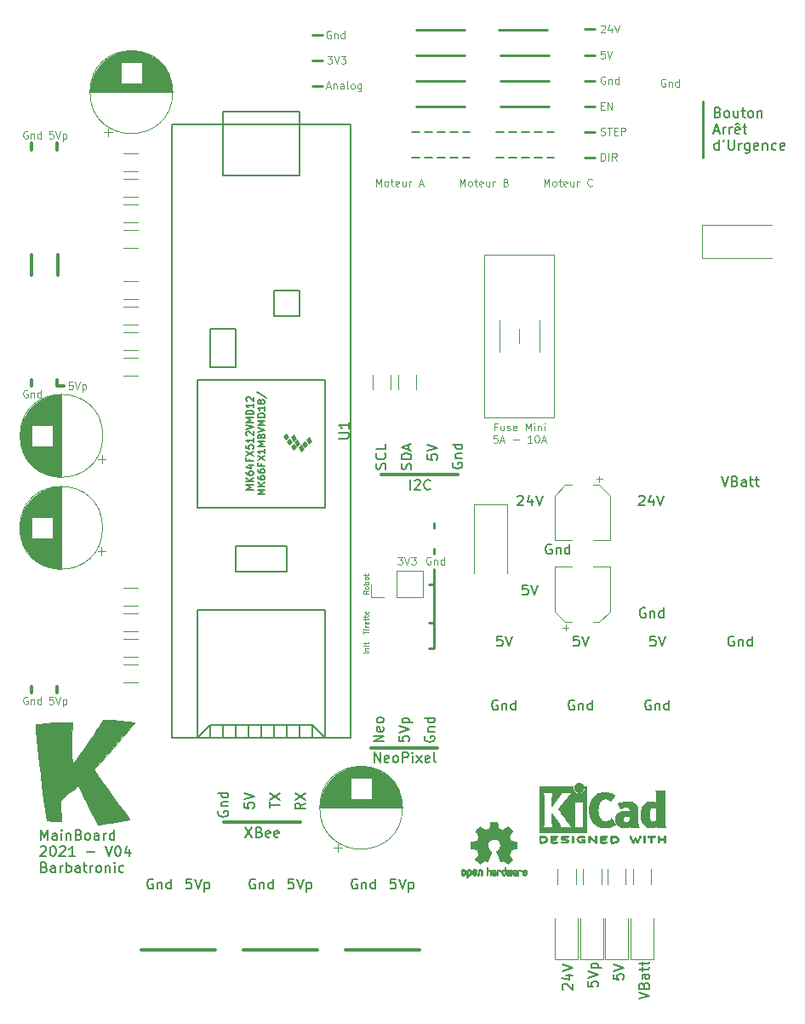
<source format=gbr>
%TF.GenerationSoftware,KiCad,Pcbnew,(6.0.0)*%
%TF.CreationDate,2022-01-02T01:39:18+01:00*%
%TF.ProjectId,mainBoard004,6d61696e-426f-4617-9264-3030342e6b69,rev?*%
%TF.SameCoordinates,Original*%
%TF.FileFunction,Legend,Top*%
%TF.FilePolarity,Positive*%
%FSLAX46Y46*%
G04 Gerber Fmt 4.6, Leading zero omitted, Abs format (unit mm)*
G04 Created by KiCad (PCBNEW (6.0.0)) date 2022-01-02 01:39:18*
%MOMM*%
%LPD*%
G01*
G04 APERTURE LIST*
%ADD10C,0.300000*%
%ADD11C,0.100000*%
%ADD12C,0.120000*%
%ADD13C,0.150000*%
%ADD14C,0.250000*%
%ADD15C,0.200000*%
%ADD16C,0.029104*%
%ADD17C,0.010000*%
G04 APERTURE END LIST*
D10*
X118872000Y-139192000D02*
X126238000Y-139192000D01*
X108712000Y-139192000D02*
X116078000Y-139192000D01*
X98552000Y-139192000D02*
X105918000Y-139192000D01*
D11*
X121130190Y-103536666D02*
X120892095Y-103703333D01*
X121130190Y-103822380D02*
X120630190Y-103822380D01*
X120630190Y-103631904D01*
X120654000Y-103584285D01*
X120677809Y-103560476D01*
X120725428Y-103536666D01*
X120796857Y-103536666D01*
X120844476Y-103560476D01*
X120868285Y-103584285D01*
X120892095Y-103631904D01*
X120892095Y-103822380D01*
X121130190Y-103250952D02*
X121106380Y-103298571D01*
X121082571Y-103322380D01*
X121034952Y-103346190D01*
X120892095Y-103346190D01*
X120844476Y-103322380D01*
X120820666Y-103298571D01*
X120796857Y-103250952D01*
X120796857Y-103179523D01*
X120820666Y-103131904D01*
X120844476Y-103108095D01*
X120892095Y-103084285D01*
X121034952Y-103084285D01*
X121082571Y-103108095D01*
X121106380Y-103131904D01*
X121130190Y-103179523D01*
X121130190Y-103250952D01*
X121130190Y-102870000D02*
X120630190Y-102870000D01*
X120820666Y-102870000D02*
X120796857Y-102822380D01*
X120796857Y-102727142D01*
X120820666Y-102679523D01*
X120844476Y-102655714D01*
X120892095Y-102631904D01*
X121034952Y-102631904D01*
X121082571Y-102655714D01*
X121106380Y-102679523D01*
X121130190Y-102727142D01*
X121130190Y-102822380D01*
X121106380Y-102870000D01*
X121130190Y-102346190D02*
X121106380Y-102393809D01*
X121082571Y-102417619D01*
X121034952Y-102441428D01*
X120892095Y-102441428D01*
X120844476Y-102417619D01*
X120820666Y-102393809D01*
X120796857Y-102346190D01*
X120796857Y-102274761D01*
X120820666Y-102227142D01*
X120844476Y-102203333D01*
X120892095Y-102179523D01*
X121034952Y-102179523D01*
X121082571Y-102203333D01*
X121106380Y-102227142D01*
X121130190Y-102274761D01*
X121130190Y-102346190D01*
X120796857Y-102036666D02*
X120796857Y-101846190D01*
X120630190Y-101965238D02*
X121058761Y-101965238D01*
X121106380Y-101941428D01*
X121130190Y-101893809D01*
X121130190Y-101846190D01*
X121130190Y-109708095D02*
X120630190Y-109708095D01*
X120796857Y-109470000D02*
X121130190Y-109470000D01*
X120844476Y-109470000D02*
X120820666Y-109446190D01*
X120796857Y-109398571D01*
X120796857Y-109327142D01*
X120820666Y-109279523D01*
X120868285Y-109255714D01*
X121130190Y-109255714D01*
X121130190Y-109017619D02*
X120796857Y-109017619D01*
X120630190Y-109017619D02*
X120654000Y-109041428D01*
X120677809Y-109017619D01*
X120654000Y-108993809D01*
X120630190Y-109017619D01*
X120677809Y-109017619D01*
X120796857Y-108850952D02*
X120796857Y-108660476D01*
X120630190Y-108779523D02*
X121058761Y-108779523D01*
X121106380Y-108755714D01*
X121130190Y-108708095D01*
X121130190Y-108660476D01*
X120630190Y-107810952D02*
X120630190Y-107525238D01*
X121130190Y-107668095D02*
X120630190Y-107668095D01*
X121130190Y-107358571D02*
X120796857Y-107358571D01*
X120630190Y-107358571D02*
X120654000Y-107382380D01*
X120677809Y-107358571D01*
X120654000Y-107334761D01*
X120630190Y-107358571D01*
X120677809Y-107358571D01*
X121130190Y-107120476D02*
X120796857Y-107120476D01*
X120892095Y-107120476D02*
X120844476Y-107096666D01*
X120820666Y-107072857D01*
X120796857Y-107025238D01*
X120796857Y-106977619D01*
X121106380Y-106620476D02*
X121130190Y-106668095D01*
X121130190Y-106763333D01*
X121106380Y-106810952D01*
X121058761Y-106834761D01*
X120868285Y-106834761D01*
X120820666Y-106810952D01*
X120796857Y-106763333D01*
X120796857Y-106668095D01*
X120820666Y-106620476D01*
X120868285Y-106596666D01*
X120915904Y-106596666D01*
X120963523Y-106834761D01*
X120796857Y-106453809D02*
X120796857Y-106263333D01*
X120630190Y-106382380D02*
X121058761Y-106382380D01*
X121106380Y-106358571D01*
X121130190Y-106310952D01*
X121130190Y-106263333D01*
X120796857Y-106168095D02*
X120796857Y-105977619D01*
X120630190Y-106096666D02*
X121058761Y-106096666D01*
X121106380Y-106072857D01*
X121130190Y-106025238D01*
X121130190Y-105977619D01*
X121106380Y-105620476D02*
X121130190Y-105668095D01*
X121130190Y-105763333D01*
X121106380Y-105810952D01*
X121058761Y-105834761D01*
X120868285Y-105834761D01*
X120820666Y-105810952D01*
X120796857Y-105763333D01*
X120796857Y-105668095D01*
X120820666Y-105620476D01*
X120868285Y-105596666D01*
X120915904Y-105596666D01*
X120963523Y-105834761D01*
D12*
X124039428Y-100173285D02*
X124503714Y-100173285D01*
X124253714Y-100459000D01*
X124360857Y-100459000D01*
X124432285Y-100494714D01*
X124468000Y-100530428D01*
X124503714Y-100601857D01*
X124503714Y-100780428D01*
X124468000Y-100851857D01*
X124432285Y-100887571D01*
X124360857Y-100923285D01*
X124146571Y-100923285D01*
X124075142Y-100887571D01*
X124039428Y-100851857D01*
X124718000Y-100173285D02*
X124968000Y-100923285D01*
X125218000Y-100173285D01*
X125396571Y-100173285D02*
X125860857Y-100173285D01*
X125610857Y-100459000D01*
X125718000Y-100459000D01*
X125789428Y-100494714D01*
X125825142Y-100530428D01*
X125860857Y-100601857D01*
X125860857Y-100780428D01*
X125825142Y-100851857D01*
X125789428Y-100887571D01*
X125718000Y-100923285D01*
X125503714Y-100923285D01*
X125432285Y-100887571D01*
X125396571Y-100851857D01*
X133876142Y-87226678D02*
X133626142Y-87226678D01*
X133626142Y-87619535D02*
X133626142Y-86869535D01*
X133983285Y-86869535D01*
X134590428Y-87119535D02*
X134590428Y-87619535D01*
X134269000Y-87119535D02*
X134269000Y-87512392D01*
X134304714Y-87583821D01*
X134376142Y-87619535D01*
X134483285Y-87619535D01*
X134554714Y-87583821D01*
X134590428Y-87548107D01*
X134911857Y-87583821D02*
X134983285Y-87619535D01*
X135126142Y-87619535D01*
X135197571Y-87583821D01*
X135233285Y-87512392D01*
X135233285Y-87476678D01*
X135197571Y-87405250D01*
X135126142Y-87369535D01*
X135019000Y-87369535D01*
X134947571Y-87333821D01*
X134911857Y-87262392D01*
X134911857Y-87226678D01*
X134947571Y-87155250D01*
X135019000Y-87119535D01*
X135126142Y-87119535D01*
X135197571Y-87155250D01*
X135840428Y-87583821D02*
X135769000Y-87619535D01*
X135626142Y-87619535D01*
X135554714Y-87583821D01*
X135519000Y-87512392D01*
X135519000Y-87226678D01*
X135554714Y-87155250D01*
X135626142Y-87119535D01*
X135769000Y-87119535D01*
X135840428Y-87155250D01*
X135876142Y-87226678D01*
X135876142Y-87298107D01*
X135519000Y-87369535D01*
X136769000Y-87619535D02*
X136769000Y-86869535D01*
X137019000Y-87405250D01*
X137269000Y-86869535D01*
X137269000Y-87619535D01*
X137626142Y-87619535D02*
X137626142Y-87119535D01*
X137626142Y-86869535D02*
X137590428Y-86905250D01*
X137626142Y-86940964D01*
X137661857Y-86905250D01*
X137626142Y-86869535D01*
X137626142Y-86940964D01*
X137983285Y-87119535D02*
X137983285Y-87619535D01*
X137983285Y-87190964D02*
X138019000Y-87155250D01*
X138090428Y-87119535D01*
X138197571Y-87119535D01*
X138269000Y-87155250D01*
X138304714Y-87226678D01*
X138304714Y-87619535D01*
X138661857Y-87619535D02*
X138661857Y-87119535D01*
X138661857Y-86869535D02*
X138626142Y-86905250D01*
X138661857Y-86940964D01*
X138697571Y-86905250D01*
X138661857Y-86869535D01*
X138661857Y-86940964D01*
X133929714Y-88077035D02*
X133572571Y-88077035D01*
X133536857Y-88434178D01*
X133572571Y-88398464D01*
X133644000Y-88362750D01*
X133822571Y-88362750D01*
X133894000Y-88398464D01*
X133929714Y-88434178D01*
X133965428Y-88505607D01*
X133965428Y-88684178D01*
X133929714Y-88755607D01*
X133894000Y-88791321D01*
X133822571Y-88827035D01*
X133644000Y-88827035D01*
X133572571Y-88791321D01*
X133536857Y-88755607D01*
X134251142Y-88612750D02*
X134608285Y-88612750D01*
X134179714Y-88827035D02*
X134429714Y-88077035D01*
X134679714Y-88827035D01*
X135501142Y-88541321D02*
X136072571Y-88541321D01*
X137394000Y-88827035D02*
X136965428Y-88827035D01*
X137179714Y-88827035D02*
X137179714Y-88077035D01*
X137108285Y-88184178D01*
X137036857Y-88255607D01*
X136965428Y-88291321D01*
X137858285Y-88077035D02*
X137929714Y-88077035D01*
X138001142Y-88112750D01*
X138036857Y-88148464D01*
X138072571Y-88219892D01*
X138108285Y-88362750D01*
X138108285Y-88541321D01*
X138072571Y-88684178D01*
X138036857Y-88755607D01*
X138001142Y-88791321D01*
X137929714Y-88827035D01*
X137858285Y-88827035D01*
X137786857Y-88791321D01*
X137751142Y-88755607D01*
X137715428Y-88684178D01*
X137679714Y-88541321D01*
X137679714Y-88362750D01*
X137715428Y-88219892D01*
X137751142Y-88148464D01*
X137786857Y-88112750D01*
X137858285Y-88077035D01*
X138394000Y-88612750D02*
X138751142Y-88612750D01*
X138322571Y-88827035D02*
X138572571Y-88077035D01*
X138822571Y-88827035D01*
D13*
X121714000Y-120594380D02*
X121714000Y-119594380D01*
X122285428Y-120594380D01*
X122285428Y-119594380D01*
X123142571Y-120546761D02*
X123047333Y-120594380D01*
X122856857Y-120594380D01*
X122761619Y-120546761D01*
X122714000Y-120451523D01*
X122714000Y-120070571D01*
X122761619Y-119975333D01*
X122856857Y-119927714D01*
X123047333Y-119927714D01*
X123142571Y-119975333D01*
X123190190Y-120070571D01*
X123190190Y-120165809D01*
X122714000Y-120261047D01*
X123761619Y-120594380D02*
X123666380Y-120546761D01*
X123618761Y-120499142D01*
X123571142Y-120403904D01*
X123571142Y-120118190D01*
X123618761Y-120022952D01*
X123666380Y-119975333D01*
X123761619Y-119927714D01*
X123904476Y-119927714D01*
X123999714Y-119975333D01*
X124047333Y-120022952D01*
X124094952Y-120118190D01*
X124094952Y-120403904D01*
X124047333Y-120499142D01*
X123999714Y-120546761D01*
X123904476Y-120594380D01*
X123761619Y-120594380D01*
X124523523Y-120594380D02*
X124523523Y-119594380D01*
X124904476Y-119594380D01*
X124999714Y-119642000D01*
X125047333Y-119689619D01*
X125094952Y-119784857D01*
X125094952Y-119927714D01*
X125047333Y-120022952D01*
X124999714Y-120070571D01*
X124904476Y-120118190D01*
X124523523Y-120118190D01*
X125523523Y-120594380D02*
X125523523Y-119927714D01*
X125523523Y-119594380D02*
X125475904Y-119642000D01*
X125523523Y-119689619D01*
X125571142Y-119642000D01*
X125523523Y-119594380D01*
X125523523Y-119689619D01*
X125904476Y-120594380D02*
X126428285Y-119927714D01*
X125904476Y-119927714D02*
X126428285Y-120594380D01*
X127190190Y-120546761D02*
X127094952Y-120594380D01*
X126904476Y-120594380D01*
X126809238Y-120546761D01*
X126761619Y-120451523D01*
X126761619Y-120070571D01*
X126809238Y-119975333D01*
X126904476Y-119927714D01*
X127094952Y-119927714D01*
X127190190Y-119975333D01*
X127237809Y-120070571D01*
X127237809Y-120165809D01*
X126761619Y-120261047D01*
X127809238Y-120594380D02*
X127714000Y-120546761D01*
X127666380Y-120451523D01*
X127666380Y-119594380D01*
D10*
X121412000Y-119126000D02*
X128016000Y-119126000D01*
D13*
X122626380Y-118514666D02*
X121626380Y-118514666D01*
X122626380Y-117943238D01*
X121626380Y-117943238D01*
X122578761Y-117086095D02*
X122626380Y-117181333D01*
X122626380Y-117371809D01*
X122578761Y-117467047D01*
X122483523Y-117514666D01*
X122102571Y-117514666D01*
X122007333Y-117467047D01*
X121959714Y-117371809D01*
X121959714Y-117181333D01*
X122007333Y-117086095D01*
X122102571Y-117038476D01*
X122197809Y-117038476D01*
X122293047Y-117514666D01*
X122626380Y-116467047D02*
X122578761Y-116562285D01*
X122531142Y-116609904D01*
X122435904Y-116657523D01*
X122150190Y-116657523D01*
X122054952Y-116609904D01*
X122007333Y-116562285D01*
X121959714Y-116467047D01*
X121959714Y-116324190D01*
X122007333Y-116228952D01*
X122054952Y-116181333D01*
X122150190Y-116133714D01*
X122435904Y-116133714D01*
X122531142Y-116181333D01*
X122578761Y-116228952D01*
X122626380Y-116324190D01*
X122626380Y-116467047D01*
X126754000Y-117990857D02*
X126706380Y-118086095D01*
X126706380Y-118228952D01*
X126754000Y-118371809D01*
X126849238Y-118467047D01*
X126944476Y-118514666D01*
X127134952Y-118562285D01*
X127277809Y-118562285D01*
X127468285Y-118514666D01*
X127563523Y-118467047D01*
X127658761Y-118371809D01*
X127706380Y-118228952D01*
X127706380Y-118133714D01*
X127658761Y-117990857D01*
X127611142Y-117943238D01*
X127277809Y-117943238D01*
X127277809Y-118133714D01*
X127039714Y-117514666D02*
X127706380Y-117514666D01*
X127134952Y-117514666D02*
X127087333Y-117467047D01*
X127039714Y-117371809D01*
X127039714Y-117228952D01*
X127087333Y-117133714D01*
X127182571Y-117086095D01*
X127706380Y-117086095D01*
X127706380Y-116181333D02*
X126706380Y-116181333D01*
X127658761Y-116181333D02*
X127706380Y-116276571D01*
X127706380Y-116467047D01*
X127658761Y-116562285D01*
X127611142Y-116609904D01*
X127515904Y-116657523D01*
X127230190Y-116657523D01*
X127134952Y-116609904D01*
X127087333Y-116562285D01*
X127039714Y-116467047D01*
X127039714Y-116276571D01*
X127087333Y-116181333D01*
X124166380Y-117990857D02*
X124166380Y-118467047D01*
X124642571Y-118514666D01*
X124594952Y-118467047D01*
X124547333Y-118371809D01*
X124547333Y-118133714D01*
X124594952Y-118038476D01*
X124642571Y-117990857D01*
X124737809Y-117943238D01*
X124975904Y-117943238D01*
X125071142Y-117990857D01*
X125118761Y-118038476D01*
X125166380Y-118133714D01*
X125166380Y-118371809D01*
X125118761Y-118467047D01*
X125071142Y-118514666D01*
X124166380Y-117657523D02*
X125166380Y-117324190D01*
X124166380Y-116990857D01*
X124499714Y-116657523D02*
X125499714Y-116657523D01*
X124547333Y-116657523D02*
X124499714Y-116562285D01*
X124499714Y-116371809D01*
X124547333Y-116276571D01*
X124594952Y-116228952D01*
X124690190Y-116181333D01*
X124975904Y-116181333D01*
X125071142Y-116228952D01*
X125118761Y-116276571D01*
X125166380Y-116371809D01*
X125166380Y-116562285D01*
X125118761Y-116657523D01*
D12*
X138612857Y-63331285D02*
X138612857Y-62581285D01*
X138862857Y-63117000D01*
X139112857Y-62581285D01*
X139112857Y-63331285D01*
X139577142Y-63331285D02*
X139505714Y-63295571D01*
X139470000Y-63259857D01*
X139434285Y-63188428D01*
X139434285Y-62974142D01*
X139470000Y-62902714D01*
X139505714Y-62867000D01*
X139577142Y-62831285D01*
X139684285Y-62831285D01*
X139755714Y-62867000D01*
X139791428Y-62902714D01*
X139827142Y-62974142D01*
X139827142Y-63188428D01*
X139791428Y-63259857D01*
X139755714Y-63295571D01*
X139684285Y-63331285D01*
X139577142Y-63331285D01*
X140041428Y-62831285D02*
X140327142Y-62831285D01*
X140148571Y-62581285D02*
X140148571Y-63224142D01*
X140184285Y-63295571D01*
X140255714Y-63331285D01*
X140327142Y-63331285D01*
X140862857Y-63295571D02*
X140791428Y-63331285D01*
X140648571Y-63331285D01*
X140577142Y-63295571D01*
X140541428Y-63224142D01*
X140541428Y-62938428D01*
X140577142Y-62867000D01*
X140648571Y-62831285D01*
X140791428Y-62831285D01*
X140862857Y-62867000D01*
X140898571Y-62938428D01*
X140898571Y-63009857D01*
X140541428Y-63081285D01*
X141541428Y-62831285D02*
X141541428Y-63331285D01*
X141220000Y-62831285D02*
X141220000Y-63224142D01*
X141255714Y-63295571D01*
X141327142Y-63331285D01*
X141434285Y-63331285D01*
X141505714Y-63295571D01*
X141541428Y-63259857D01*
X141898571Y-63331285D02*
X141898571Y-62831285D01*
X141898571Y-62974142D02*
X141934285Y-62902714D01*
X141970000Y-62867000D01*
X142041428Y-62831285D01*
X142112857Y-62831285D01*
X143362857Y-63259857D02*
X143327142Y-63295571D01*
X143220000Y-63331285D01*
X143148571Y-63331285D01*
X143041428Y-63295571D01*
X142970000Y-63224142D01*
X142934285Y-63152714D01*
X142898571Y-63009857D01*
X142898571Y-62902714D01*
X142934285Y-62759857D01*
X142970000Y-62688428D01*
X143041428Y-62617000D01*
X143148571Y-62581285D01*
X143220000Y-62581285D01*
X143327142Y-62617000D01*
X143362857Y-62652714D01*
X130230857Y-63331285D02*
X130230857Y-62581285D01*
X130480857Y-63117000D01*
X130730857Y-62581285D01*
X130730857Y-63331285D01*
X131195142Y-63331285D02*
X131123714Y-63295571D01*
X131088000Y-63259857D01*
X131052285Y-63188428D01*
X131052285Y-62974142D01*
X131088000Y-62902714D01*
X131123714Y-62867000D01*
X131195142Y-62831285D01*
X131302285Y-62831285D01*
X131373714Y-62867000D01*
X131409428Y-62902714D01*
X131445142Y-62974142D01*
X131445142Y-63188428D01*
X131409428Y-63259857D01*
X131373714Y-63295571D01*
X131302285Y-63331285D01*
X131195142Y-63331285D01*
X131659428Y-62831285D02*
X131945142Y-62831285D01*
X131766571Y-62581285D02*
X131766571Y-63224142D01*
X131802285Y-63295571D01*
X131873714Y-63331285D01*
X131945142Y-63331285D01*
X132480857Y-63295571D02*
X132409428Y-63331285D01*
X132266571Y-63331285D01*
X132195142Y-63295571D01*
X132159428Y-63224142D01*
X132159428Y-62938428D01*
X132195142Y-62867000D01*
X132266571Y-62831285D01*
X132409428Y-62831285D01*
X132480857Y-62867000D01*
X132516571Y-62938428D01*
X132516571Y-63009857D01*
X132159428Y-63081285D01*
X133159428Y-62831285D02*
X133159428Y-63331285D01*
X132838000Y-62831285D02*
X132838000Y-63224142D01*
X132873714Y-63295571D01*
X132945142Y-63331285D01*
X133052285Y-63331285D01*
X133123714Y-63295571D01*
X133159428Y-63259857D01*
X133516571Y-63331285D02*
X133516571Y-62831285D01*
X133516571Y-62974142D02*
X133552285Y-62902714D01*
X133588000Y-62867000D01*
X133659428Y-62831285D01*
X133730857Y-62831285D01*
X134802285Y-62938428D02*
X134909428Y-62974142D01*
X134945142Y-63009857D01*
X134980857Y-63081285D01*
X134980857Y-63188428D01*
X134945142Y-63259857D01*
X134909428Y-63295571D01*
X134838000Y-63331285D01*
X134552285Y-63331285D01*
X134552285Y-62581285D01*
X134802285Y-62581285D01*
X134873714Y-62617000D01*
X134909428Y-62652714D01*
X134945142Y-62724142D01*
X134945142Y-62795571D01*
X134909428Y-62867000D01*
X134873714Y-62902714D01*
X134802285Y-62938428D01*
X134552285Y-62938428D01*
X121902428Y-63331285D02*
X121902428Y-62581285D01*
X122152428Y-63117000D01*
X122402428Y-62581285D01*
X122402428Y-63331285D01*
X122866714Y-63331285D02*
X122795285Y-63295571D01*
X122759571Y-63259857D01*
X122723857Y-63188428D01*
X122723857Y-62974142D01*
X122759571Y-62902714D01*
X122795285Y-62867000D01*
X122866714Y-62831285D01*
X122973857Y-62831285D01*
X123045285Y-62867000D01*
X123081000Y-62902714D01*
X123116714Y-62974142D01*
X123116714Y-63188428D01*
X123081000Y-63259857D01*
X123045285Y-63295571D01*
X122973857Y-63331285D01*
X122866714Y-63331285D01*
X123331000Y-62831285D02*
X123616714Y-62831285D01*
X123438142Y-62581285D02*
X123438142Y-63224142D01*
X123473857Y-63295571D01*
X123545285Y-63331285D01*
X123616714Y-63331285D01*
X124152428Y-63295571D02*
X124081000Y-63331285D01*
X123938142Y-63331285D01*
X123866714Y-63295571D01*
X123831000Y-63224142D01*
X123831000Y-62938428D01*
X123866714Y-62867000D01*
X123938142Y-62831285D01*
X124081000Y-62831285D01*
X124152428Y-62867000D01*
X124188142Y-62938428D01*
X124188142Y-63009857D01*
X123831000Y-63081285D01*
X124831000Y-62831285D02*
X124831000Y-63331285D01*
X124509571Y-62831285D02*
X124509571Y-63224142D01*
X124545285Y-63295571D01*
X124616714Y-63331285D01*
X124723857Y-63331285D01*
X124795285Y-63295571D01*
X124831000Y-63259857D01*
X125188142Y-63331285D02*
X125188142Y-62831285D01*
X125188142Y-62974142D02*
X125223857Y-62902714D01*
X125259571Y-62867000D01*
X125331000Y-62831285D01*
X125402428Y-62831285D01*
X126188142Y-63117000D02*
X126545285Y-63117000D01*
X126116714Y-63331285D02*
X126366714Y-62581285D01*
X126616714Y-63331285D01*
D13*
X126746000Y-60452000D02*
X127508000Y-60452000D01*
X129286000Y-60452000D02*
X130048000Y-60452000D01*
X128016000Y-60452000D02*
X128778000Y-60452000D01*
X125476000Y-60452000D02*
X126238000Y-60452000D01*
X130556000Y-60452000D02*
X131191000Y-60452000D01*
X126746000Y-57912000D02*
X127508000Y-57912000D01*
X129286000Y-57912000D02*
X130048000Y-57912000D01*
X128016000Y-57912000D02*
X128778000Y-57912000D01*
X125476000Y-57912000D02*
X126238000Y-57912000D01*
X130556000Y-57912000D02*
X131191000Y-57912000D01*
X135128000Y-57912000D02*
X135890000Y-57912000D01*
X137668000Y-57912000D02*
X138430000Y-57912000D01*
X136398000Y-57912000D02*
X137160000Y-57912000D01*
X133858000Y-57912000D02*
X134620000Y-57912000D01*
X138938000Y-57912000D02*
X139573000Y-57912000D01*
X135128000Y-60452000D02*
X135890000Y-60452000D01*
X137668000Y-60452000D02*
X138430000Y-60452000D01*
X136398000Y-60452000D02*
X137160000Y-60452000D01*
X133858000Y-60452000D02*
X134620000Y-60452000D01*
X138938000Y-60452000D02*
X139573000Y-60452000D01*
D14*
X125857000Y-55372000D02*
X130683000Y-55372000D01*
X125857000Y-52832000D02*
X130683000Y-52832000D01*
X125857000Y-50292000D02*
X130683000Y-50292000D01*
X125857000Y-47752000D02*
X130683000Y-47752000D01*
X134239000Y-55372000D02*
X139065000Y-55372000D01*
X134239000Y-52832000D02*
X139065000Y-52832000D01*
X134239000Y-50292000D02*
X139065000Y-50292000D01*
X134112000Y-47752000D02*
X138938000Y-47752000D01*
D12*
X144274571Y-60791285D02*
X144274571Y-60041285D01*
X144453142Y-60041285D01*
X144560285Y-60077000D01*
X144631714Y-60148428D01*
X144667428Y-60219857D01*
X144703142Y-60362714D01*
X144703142Y-60469857D01*
X144667428Y-60612714D01*
X144631714Y-60684142D01*
X144560285Y-60755571D01*
X144453142Y-60791285D01*
X144274571Y-60791285D01*
X145024571Y-60791285D02*
X145024571Y-60041285D01*
X145810285Y-60791285D02*
X145560285Y-60434142D01*
X145381714Y-60791285D02*
X145381714Y-60041285D01*
X145667428Y-60041285D01*
X145738857Y-60077000D01*
X145774571Y-60112714D01*
X145810285Y-60184142D01*
X145810285Y-60291285D01*
X145774571Y-60362714D01*
X145738857Y-60398428D01*
X145667428Y-60434142D01*
X145381714Y-60434142D01*
D14*
X142647517Y-60452000D02*
X143663517Y-60452000D01*
D12*
X144238857Y-58215571D02*
X144346000Y-58251285D01*
X144524571Y-58251285D01*
X144596000Y-58215571D01*
X144631714Y-58179857D01*
X144667428Y-58108428D01*
X144667428Y-58037000D01*
X144631714Y-57965571D01*
X144596000Y-57929857D01*
X144524571Y-57894142D01*
X144381714Y-57858428D01*
X144310285Y-57822714D01*
X144274571Y-57787000D01*
X144238857Y-57715571D01*
X144238857Y-57644142D01*
X144274571Y-57572714D01*
X144310285Y-57537000D01*
X144381714Y-57501285D01*
X144560285Y-57501285D01*
X144667428Y-57537000D01*
X144881714Y-57501285D02*
X145310285Y-57501285D01*
X145096000Y-58251285D02*
X145096000Y-57501285D01*
X145560285Y-57858428D02*
X145810285Y-57858428D01*
X145917428Y-58251285D02*
X145560285Y-58251285D01*
X145560285Y-57501285D01*
X145917428Y-57501285D01*
X146238857Y-58251285D02*
X146238857Y-57501285D01*
X146524571Y-57501285D01*
X146596000Y-57537000D01*
X146631714Y-57572714D01*
X146667428Y-57644142D01*
X146667428Y-57751285D01*
X146631714Y-57822714D01*
X146596000Y-57858428D01*
X146524571Y-57894142D01*
X146238857Y-57894142D01*
D14*
X142647517Y-57912000D02*
X143663517Y-57912000D01*
D12*
X144274571Y-55318428D02*
X144524571Y-55318428D01*
X144631714Y-55711285D02*
X144274571Y-55711285D01*
X144274571Y-54961285D01*
X144631714Y-54961285D01*
X144953142Y-55711285D02*
X144953142Y-54961285D01*
X145381714Y-55711285D01*
X145381714Y-54961285D01*
D14*
X142647517Y-55372000D02*
X143663517Y-55372000D01*
D12*
X144667428Y-52457000D02*
X144596000Y-52421285D01*
X144488857Y-52421285D01*
X144381714Y-52457000D01*
X144310285Y-52528428D01*
X144274571Y-52599857D01*
X144238857Y-52742714D01*
X144238857Y-52849857D01*
X144274571Y-52992714D01*
X144310285Y-53064142D01*
X144381714Y-53135571D01*
X144488857Y-53171285D01*
X144560285Y-53171285D01*
X144667428Y-53135571D01*
X144703142Y-53099857D01*
X144703142Y-52849857D01*
X144560285Y-52849857D01*
X145024571Y-52671285D02*
X145024571Y-53171285D01*
X145024571Y-52742714D02*
X145060285Y-52707000D01*
X145131714Y-52671285D01*
X145238857Y-52671285D01*
X145310285Y-52707000D01*
X145346000Y-52778428D01*
X145346000Y-53171285D01*
X146024571Y-53171285D02*
X146024571Y-52421285D01*
X146024571Y-53135571D02*
X145953142Y-53171285D01*
X145810285Y-53171285D01*
X145738857Y-53135571D01*
X145703142Y-53099857D01*
X145667428Y-53028428D01*
X145667428Y-52814142D01*
X145703142Y-52742714D01*
X145738857Y-52707000D01*
X145810285Y-52671285D01*
X145953142Y-52671285D01*
X146024571Y-52707000D01*
D14*
X142647517Y-52832000D02*
X143663517Y-52832000D01*
D12*
X144631714Y-49881285D02*
X144274571Y-49881285D01*
X144238857Y-50238428D01*
X144274571Y-50202714D01*
X144346000Y-50167000D01*
X144524571Y-50167000D01*
X144596000Y-50202714D01*
X144631714Y-50238428D01*
X144667428Y-50309857D01*
X144667428Y-50488428D01*
X144631714Y-50559857D01*
X144596000Y-50595571D01*
X144524571Y-50631285D01*
X144346000Y-50631285D01*
X144274571Y-50595571D01*
X144238857Y-50559857D01*
X144881714Y-49881285D02*
X145131714Y-50631285D01*
X145381714Y-49881285D01*
D14*
X142647517Y-50292000D02*
X143663517Y-50292000D01*
D12*
X144238857Y-47401556D02*
X144274571Y-47365842D01*
X144346000Y-47330127D01*
X144524571Y-47330127D01*
X144596000Y-47365842D01*
X144631714Y-47401556D01*
X144667428Y-47472984D01*
X144667428Y-47544413D01*
X144631714Y-47651556D01*
X144203142Y-48080127D01*
X144667428Y-48080127D01*
X145310285Y-47580127D02*
X145310285Y-48080127D01*
X145131714Y-47294413D02*
X144953142Y-47830127D01*
X145417428Y-47830127D01*
X145596000Y-47330127D02*
X145846000Y-48080127D01*
X146096000Y-47330127D01*
D14*
X142647517Y-47740842D02*
X143663517Y-47740842D01*
X154432000Y-54864000D02*
X154432000Y-60452000D01*
D15*
X155895428Y-55976571D02*
X156038285Y-56024190D01*
X156085904Y-56071809D01*
X156133523Y-56167047D01*
X156133523Y-56309904D01*
X156085904Y-56405142D01*
X156038285Y-56452761D01*
X155943047Y-56500380D01*
X155562095Y-56500380D01*
X155562095Y-55500380D01*
X155895428Y-55500380D01*
X155990666Y-55548000D01*
X156038285Y-55595619D01*
X156085904Y-55690857D01*
X156085904Y-55786095D01*
X156038285Y-55881333D01*
X155990666Y-55928952D01*
X155895428Y-55976571D01*
X155562095Y-55976571D01*
X156704952Y-56500380D02*
X156609714Y-56452761D01*
X156562095Y-56405142D01*
X156514476Y-56309904D01*
X156514476Y-56024190D01*
X156562095Y-55928952D01*
X156609714Y-55881333D01*
X156704952Y-55833714D01*
X156847809Y-55833714D01*
X156943047Y-55881333D01*
X156990666Y-55928952D01*
X157038285Y-56024190D01*
X157038285Y-56309904D01*
X156990666Y-56405142D01*
X156943047Y-56452761D01*
X156847809Y-56500380D01*
X156704952Y-56500380D01*
X157895428Y-55833714D02*
X157895428Y-56500380D01*
X157466857Y-55833714D02*
X157466857Y-56357523D01*
X157514476Y-56452761D01*
X157609714Y-56500380D01*
X157752571Y-56500380D01*
X157847809Y-56452761D01*
X157895428Y-56405142D01*
X158228761Y-55833714D02*
X158609714Y-55833714D01*
X158371619Y-55500380D02*
X158371619Y-56357523D01*
X158419238Y-56452761D01*
X158514476Y-56500380D01*
X158609714Y-56500380D01*
X159085904Y-56500380D02*
X158990666Y-56452761D01*
X158943047Y-56405142D01*
X158895428Y-56309904D01*
X158895428Y-56024190D01*
X158943047Y-55928952D01*
X158990666Y-55881333D01*
X159085904Y-55833714D01*
X159228761Y-55833714D01*
X159324000Y-55881333D01*
X159371619Y-55928952D01*
X159419238Y-56024190D01*
X159419238Y-56309904D01*
X159371619Y-56405142D01*
X159324000Y-56452761D01*
X159228761Y-56500380D01*
X159085904Y-56500380D01*
X159847809Y-55833714D02*
X159847809Y-56500380D01*
X159847809Y-55928952D02*
X159895428Y-55881333D01*
X159990666Y-55833714D01*
X160133523Y-55833714D01*
X160228761Y-55881333D01*
X160276380Y-55976571D01*
X160276380Y-56500380D01*
X155514476Y-57824666D02*
X155990666Y-57824666D01*
X155419238Y-58110380D02*
X155752571Y-57110380D01*
X156085904Y-58110380D01*
X156419238Y-58110380D02*
X156419238Y-57443714D01*
X156419238Y-57634190D02*
X156466857Y-57538952D01*
X156514476Y-57491333D01*
X156609714Y-57443714D01*
X156704952Y-57443714D01*
X157038285Y-58110380D02*
X157038285Y-57443714D01*
X157038285Y-57634190D02*
X157085904Y-57538952D01*
X157133523Y-57491333D01*
X157228761Y-57443714D01*
X157324000Y-57443714D01*
X158038285Y-58062761D02*
X157943047Y-58110380D01*
X157752571Y-58110380D01*
X157657333Y-58062761D01*
X157609714Y-57967523D01*
X157609714Y-57586571D01*
X157657333Y-57491333D01*
X157752571Y-57443714D01*
X157943047Y-57443714D01*
X158038285Y-57491333D01*
X158085904Y-57586571D01*
X158085904Y-57681809D01*
X157609714Y-57777047D01*
X157657333Y-57205619D02*
X157847809Y-57062761D01*
X158038285Y-57205619D01*
X158371619Y-57443714D02*
X158752571Y-57443714D01*
X158514476Y-57110380D02*
X158514476Y-57967523D01*
X158562095Y-58062761D01*
X158657333Y-58110380D01*
X158752571Y-58110380D01*
X155990666Y-59720380D02*
X155990666Y-58720380D01*
X155990666Y-59672761D02*
X155895428Y-59720380D01*
X155704952Y-59720380D01*
X155609714Y-59672761D01*
X155562095Y-59625142D01*
X155514476Y-59529904D01*
X155514476Y-59244190D01*
X155562095Y-59148952D01*
X155609714Y-59101333D01*
X155704952Y-59053714D01*
X155895428Y-59053714D01*
X155990666Y-59101333D01*
X156514476Y-58720380D02*
X156419238Y-58910857D01*
X156943047Y-58720380D02*
X156943047Y-59529904D01*
X156990666Y-59625142D01*
X157038285Y-59672761D01*
X157133523Y-59720380D01*
X157324000Y-59720380D01*
X157419238Y-59672761D01*
X157466857Y-59625142D01*
X157514476Y-59529904D01*
X157514476Y-58720380D01*
X157990666Y-59720380D02*
X157990666Y-59053714D01*
X157990666Y-59244190D02*
X158038285Y-59148952D01*
X158085904Y-59101333D01*
X158181142Y-59053714D01*
X158276380Y-59053714D01*
X159038285Y-59053714D02*
X159038285Y-59863238D01*
X158990666Y-59958476D01*
X158943047Y-60006095D01*
X158847809Y-60053714D01*
X158704952Y-60053714D01*
X158609714Y-60006095D01*
X159038285Y-59672761D02*
X158943047Y-59720380D01*
X158752571Y-59720380D01*
X158657333Y-59672761D01*
X158609714Y-59625142D01*
X158562095Y-59529904D01*
X158562095Y-59244190D01*
X158609714Y-59148952D01*
X158657333Y-59101333D01*
X158752571Y-59053714D01*
X158943047Y-59053714D01*
X159038285Y-59101333D01*
X159895428Y-59672761D02*
X159800190Y-59720380D01*
X159609714Y-59720380D01*
X159514476Y-59672761D01*
X159466857Y-59577523D01*
X159466857Y-59196571D01*
X159514476Y-59101333D01*
X159609714Y-59053714D01*
X159800190Y-59053714D01*
X159895428Y-59101333D01*
X159943047Y-59196571D01*
X159943047Y-59291809D01*
X159466857Y-59387047D01*
X160371619Y-59053714D02*
X160371619Y-59720380D01*
X160371619Y-59148952D02*
X160419238Y-59101333D01*
X160514476Y-59053714D01*
X160657333Y-59053714D01*
X160752571Y-59101333D01*
X160800190Y-59196571D01*
X160800190Y-59720380D01*
X161704952Y-59672761D02*
X161609714Y-59720380D01*
X161419238Y-59720380D01*
X161324000Y-59672761D01*
X161276380Y-59625142D01*
X161228761Y-59529904D01*
X161228761Y-59244190D01*
X161276380Y-59148952D01*
X161324000Y-59101333D01*
X161419238Y-59053714D01*
X161609714Y-59053714D01*
X161704952Y-59101333D01*
X162514476Y-59672761D02*
X162419238Y-59720380D01*
X162228761Y-59720380D01*
X162133523Y-59672761D01*
X162085904Y-59577523D01*
X162085904Y-59196571D01*
X162133523Y-59101333D01*
X162228761Y-59053714D01*
X162419238Y-59053714D01*
X162514476Y-59101333D01*
X162562095Y-59196571D01*
X162562095Y-59291809D01*
X162085904Y-59387047D01*
D12*
X150647857Y-52711000D02*
X150576428Y-52675285D01*
X150469285Y-52675285D01*
X150362142Y-52711000D01*
X150290714Y-52782428D01*
X150255000Y-52853857D01*
X150219285Y-52996714D01*
X150219285Y-53103857D01*
X150255000Y-53246714D01*
X150290714Y-53318142D01*
X150362142Y-53389571D01*
X150469285Y-53425285D01*
X150540714Y-53425285D01*
X150647857Y-53389571D01*
X150683571Y-53353857D01*
X150683571Y-53103857D01*
X150540714Y-53103857D01*
X151005000Y-52925285D02*
X151005000Y-53425285D01*
X151005000Y-52996714D02*
X151040714Y-52961000D01*
X151112142Y-52925285D01*
X151219285Y-52925285D01*
X151290714Y-52961000D01*
X151326428Y-53032428D01*
X151326428Y-53425285D01*
X152005000Y-53425285D02*
X152005000Y-52675285D01*
X152005000Y-53389571D02*
X151933571Y-53425285D01*
X151790714Y-53425285D01*
X151719285Y-53389571D01*
X151683571Y-53353857D01*
X151647857Y-53282428D01*
X151647857Y-53068142D01*
X151683571Y-52996714D01*
X151719285Y-52961000D01*
X151790714Y-52925285D01*
X151933571Y-52925285D01*
X152005000Y-52961000D01*
D14*
X115570000Y-50800000D02*
X116586000Y-50800000D01*
X115570000Y-53340000D02*
X116586000Y-53340000D01*
X115570000Y-48260000D02*
X116586000Y-48260000D01*
D12*
X116977965Y-53448242D02*
X117335108Y-53448242D01*
X116906536Y-53662527D02*
X117156536Y-52912527D01*
X117406536Y-53662527D01*
X117656536Y-53162527D02*
X117656536Y-53662527D01*
X117656536Y-53233956D02*
X117692250Y-53198242D01*
X117763679Y-53162527D01*
X117870822Y-53162527D01*
X117942250Y-53198242D01*
X117977965Y-53269670D01*
X117977965Y-53662527D01*
X118656536Y-53662527D02*
X118656536Y-53269670D01*
X118620822Y-53198242D01*
X118549393Y-53162527D01*
X118406536Y-53162527D01*
X118335108Y-53198242D01*
X118656536Y-53626813D02*
X118585108Y-53662527D01*
X118406536Y-53662527D01*
X118335108Y-53626813D01*
X118299393Y-53555384D01*
X118299393Y-53483956D01*
X118335108Y-53412527D01*
X118406536Y-53376813D01*
X118585108Y-53376813D01*
X118656536Y-53341099D01*
X119120822Y-53662527D02*
X119049393Y-53626813D01*
X119013679Y-53555384D01*
X119013679Y-52912527D01*
X119513679Y-53662527D02*
X119442250Y-53626813D01*
X119406536Y-53591099D01*
X119370822Y-53519670D01*
X119370822Y-53305384D01*
X119406536Y-53233956D01*
X119442250Y-53198242D01*
X119513679Y-53162527D01*
X119620822Y-53162527D01*
X119692250Y-53198242D01*
X119727965Y-53233956D01*
X119763679Y-53305384D01*
X119763679Y-53519670D01*
X119727965Y-53591099D01*
X119692250Y-53626813D01*
X119620822Y-53662527D01*
X119513679Y-53662527D01*
X120406536Y-53162527D02*
X120406536Y-53769670D01*
X120370822Y-53841099D01*
X120335108Y-53876813D01*
X120263679Y-53912527D01*
X120156536Y-53912527D01*
X120085108Y-53876813D01*
X120406536Y-53626813D02*
X120335108Y-53662527D01*
X120192250Y-53662527D01*
X120120822Y-53626813D01*
X120085108Y-53591099D01*
X120049393Y-53519670D01*
X120049393Y-53305384D01*
X120085108Y-53233956D01*
X120120822Y-53198242D01*
X120192250Y-53162527D01*
X120335108Y-53162527D01*
X120406536Y-53198242D01*
X117373857Y-47924075D02*
X117302428Y-47888360D01*
X117195285Y-47888360D01*
X117088142Y-47924075D01*
X117016714Y-47995503D01*
X116981000Y-48066932D01*
X116945285Y-48209789D01*
X116945285Y-48316932D01*
X116981000Y-48459789D01*
X117016714Y-48531217D01*
X117088142Y-48602646D01*
X117195285Y-48638360D01*
X117266714Y-48638360D01*
X117373857Y-48602646D01*
X117409571Y-48566932D01*
X117409571Y-48316932D01*
X117266714Y-48316932D01*
X117731000Y-48138360D02*
X117731000Y-48638360D01*
X117731000Y-48209789D02*
X117766714Y-48174075D01*
X117838142Y-48138360D01*
X117945285Y-48138360D01*
X118016714Y-48174075D01*
X118052428Y-48245503D01*
X118052428Y-48638360D01*
X118731000Y-48638360D02*
X118731000Y-47888360D01*
X118731000Y-48602646D02*
X118659571Y-48638360D01*
X118516714Y-48638360D01*
X118445285Y-48602646D01*
X118409571Y-48566932D01*
X118373857Y-48495503D01*
X118373857Y-48281217D01*
X118409571Y-48209789D01*
X118445285Y-48174075D01*
X118516714Y-48138360D01*
X118659571Y-48138360D01*
X118731000Y-48174075D01*
X117027911Y-50400443D02*
X117492197Y-50400443D01*
X117242197Y-50686158D01*
X117349340Y-50686158D01*
X117420768Y-50721872D01*
X117456483Y-50757586D01*
X117492197Y-50829015D01*
X117492197Y-51007586D01*
X117456483Y-51079015D01*
X117420768Y-51114729D01*
X117349340Y-51150443D01*
X117135054Y-51150443D01*
X117063625Y-51114729D01*
X117027911Y-51079015D01*
X117706483Y-50400443D02*
X117956483Y-51150443D01*
X118206483Y-50400443D01*
X118385054Y-50400443D02*
X118849340Y-50400443D01*
X118599340Y-50686158D01*
X118706483Y-50686158D01*
X118777911Y-50721872D01*
X118813625Y-50757586D01*
X118849340Y-50829015D01*
X118849340Y-51007586D01*
X118813625Y-51079015D01*
X118777911Y-51114729D01*
X118706483Y-51150443D01*
X118492197Y-51150443D01*
X118420768Y-51114729D01*
X118385054Y-51079015D01*
D10*
X90187764Y-72141583D02*
X90187764Y-70109583D01*
X87614410Y-72166091D02*
X87614410Y-70134091D01*
D13*
X139337062Y-98942793D02*
X139241824Y-98895173D01*
X139098967Y-98895173D01*
X138956110Y-98942793D01*
X138860872Y-99038031D01*
X138813253Y-99133269D01*
X138765634Y-99323745D01*
X138765634Y-99466602D01*
X138813253Y-99657078D01*
X138860872Y-99752316D01*
X138956110Y-99847554D01*
X139098967Y-99895173D01*
X139194205Y-99895173D01*
X139337062Y-99847554D01*
X139384681Y-99799935D01*
X139384681Y-99466602D01*
X139194205Y-99466602D01*
X139813253Y-99228507D02*
X139813253Y-99895173D01*
X139813253Y-99323745D02*
X139860872Y-99276126D01*
X139956110Y-99228507D01*
X140098967Y-99228507D01*
X140194205Y-99276126D01*
X140241824Y-99371364D01*
X140241824Y-99895173D01*
X141146586Y-99895173D02*
X141146586Y-98895173D01*
X141146586Y-99847554D02*
X141051348Y-99895173D01*
X140860872Y-99895173D01*
X140765634Y-99847554D01*
X140718015Y-99799935D01*
X140670396Y-99704697D01*
X140670396Y-99418983D01*
X140718015Y-99323745D01*
X140765634Y-99276126D01*
X140860872Y-99228507D01*
X141051348Y-99228507D01*
X141146586Y-99276126D01*
D10*
X122398563Y-91977008D02*
X130018563Y-91977008D01*
D13*
X125277942Y-93500299D02*
X125277942Y-92500299D01*
X125706513Y-92595538D02*
X125754133Y-92547919D01*
X125849371Y-92500299D01*
X126087466Y-92500299D01*
X126182704Y-92547919D01*
X126230323Y-92595538D01*
X126277942Y-92690776D01*
X126277942Y-92786014D01*
X126230323Y-92928871D01*
X125658894Y-93500299D01*
X126277942Y-93500299D01*
X127277942Y-93405061D02*
X127230323Y-93452680D01*
X127087466Y-93500299D01*
X126992228Y-93500299D01*
X126849371Y-93452680D01*
X126754133Y-93357442D01*
X126706513Y-93262204D01*
X126658894Y-93071728D01*
X126658894Y-92928871D01*
X126706513Y-92738395D01*
X126754133Y-92643157D01*
X126849371Y-92547919D01*
X126992228Y-92500299D01*
X127087466Y-92500299D01*
X127230323Y-92547919D01*
X127277942Y-92595538D01*
X122804609Y-91435935D02*
X122852228Y-91293078D01*
X122852228Y-91054982D01*
X122804609Y-90959744D01*
X122756990Y-90912125D01*
X122661752Y-90864506D01*
X122566514Y-90864506D01*
X122471276Y-90912125D01*
X122423657Y-90959744D01*
X122376038Y-91054982D01*
X122328419Y-91245459D01*
X122280800Y-91340697D01*
X122233181Y-91388316D01*
X122137943Y-91435935D01*
X122042705Y-91435935D01*
X121947467Y-91388316D01*
X121899848Y-91340697D01*
X121852228Y-91245459D01*
X121852228Y-91007363D01*
X121899848Y-90864506D01*
X122756990Y-89864506D02*
X122804609Y-89912125D01*
X122852228Y-90054982D01*
X122852228Y-90150220D01*
X122804609Y-90293078D01*
X122709371Y-90388316D01*
X122614133Y-90435935D01*
X122423657Y-90483554D01*
X122280800Y-90483554D01*
X122090324Y-90435935D01*
X121995086Y-90388316D01*
X121899848Y-90293078D01*
X121852228Y-90150220D01*
X121852228Y-90054982D01*
X121899848Y-89912125D01*
X121947467Y-89864506D01*
X122852228Y-88959744D02*
X122852228Y-89435935D01*
X121852228Y-89435935D01*
X129519607Y-90814043D02*
X129471987Y-90909281D01*
X129471987Y-91052138D01*
X129519607Y-91194995D01*
X129614845Y-91290233D01*
X129710083Y-91337852D01*
X129900559Y-91385471D01*
X130043416Y-91385471D01*
X130233892Y-91337852D01*
X130329130Y-91290233D01*
X130424368Y-91194995D01*
X130471987Y-91052138D01*
X130471987Y-90956900D01*
X130424368Y-90814043D01*
X130376749Y-90766424D01*
X130043416Y-90766424D01*
X130043416Y-90956900D01*
X129805321Y-90337852D02*
X130471987Y-90337852D01*
X129900559Y-90337852D02*
X129852940Y-90290233D01*
X129805321Y-90194995D01*
X129805321Y-90052138D01*
X129852940Y-89956900D01*
X129948178Y-89909281D01*
X130471987Y-89909281D01*
X130471987Y-89004519D02*
X129471987Y-89004519D01*
X130424368Y-89004519D02*
X130471987Y-89099757D01*
X130471987Y-89290233D01*
X130424368Y-89385471D01*
X130376749Y-89433090D01*
X130281511Y-89480709D01*
X129995797Y-89480709D01*
X129900559Y-89433090D01*
X129852940Y-89385471D01*
X129805321Y-89290233D01*
X129805321Y-89099757D01*
X129852940Y-89004519D01*
X125352352Y-91457245D02*
X125399971Y-91314388D01*
X125399971Y-91076293D01*
X125352352Y-90981055D01*
X125304733Y-90933436D01*
X125209495Y-90885817D01*
X125114257Y-90885817D01*
X125019019Y-90933436D01*
X124971400Y-90981055D01*
X124923781Y-91076293D01*
X124876162Y-91266769D01*
X124828543Y-91362007D01*
X124780924Y-91409626D01*
X124685686Y-91457245D01*
X124590448Y-91457245D01*
X124495210Y-91409626D01*
X124447591Y-91362007D01*
X124399971Y-91266769D01*
X124399971Y-91028674D01*
X124447591Y-90885817D01*
X125399971Y-90457245D02*
X124399971Y-90457245D01*
X124399971Y-90219150D01*
X124447591Y-90076293D01*
X124542829Y-89981055D01*
X124638067Y-89933436D01*
X124828543Y-89885817D01*
X124971400Y-89885817D01*
X125161876Y-89933436D01*
X125257114Y-89981055D01*
X125352352Y-90076293D01*
X125399971Y-90219150D01*
X125399971Y-90457245D01*
X125114257Y-89504864D02*
X125114257Y-89028674D01*
X125399971Y-89600102D02*
X124399971Y-89266769D01*
X125399971Y-88933436D01*
X126980977Y-89988379D02*
X126980977Y-90464569D01*
X127457168Y-90512188D01*
X127409549Y-90464569D01*
X127361930Y-90369331D01*
X127361930Y-90131236D01*
X127409549Y-90035998D01*
X127457168Y-89988379D01*
X127552406Y-89940760D01*
X127790501Y-89940760D01*
X127885739Y-89988379D01*
X127933358Y-90035998D01*
X127980977Y-90131236D01*
X127980977Y-90369331D01*
X127933358Y-90464569D01*
X127885739Y-90512188D01*
X126980977Y-89655045D02*
X127980977Y-89321712D01*
X126980977Y-88988379D01*
D14*
X127643302Y-97286456D02*
X127643302Y-96778456D01*
X127636375Y-109250171D02*
X127636375Y-101346000D01*
X127648045Y-99887182D02*
X127648045Y-99379182D01*
X127128375Y-102900171D02*
X127636375Y-102900171D01*
X127128375Y-106710171D02*
X127636375Y-106710171D01*
X127128375Y-109250171D02*
X127636375Y-109250171D01*
D12*
X127297693Y-100209000D02*
X127226264Y-100173285D01*
X127119121Y-100173285D01*
X127011978Y-100209000D01*
X126940550Y-100280428D01*
X126904836Y-100351857D01*
X126869121Y-100494714D01*
X126869121Y-100601857D01*
X126904836Y-100744714D01*
X126940550Y-100816142D01*
X127011978Y-100887571D01*
X127119121Y-100923285D01*
X127190550Y-100923285D01*
X127297693Y-100887571D01*
X127333407Y-100851857D01*
X127333407Y-100601857D01*
X127190550Y-100601857D01*
X127654836Y-100423285D02*
X127654836Y-100923285D01*
X127654836Y-100494714D02*
X127690550Y-100459000D01*
X127761978Y-100423285D01*
X127869121Y-100423285D01*
X127940550Y-100459000D01*
X127976264Y-100530428D01*
X127976264Y-100923285D01*
X128654836Y-100923285D02*
X128654836Y-100173285D01*
X128654836Y-100887571D02*
X128583407Y-100923285D01*
X128440550Y-100923285D01*
X128369121Y-100887571D01*
X128333407Y-100851857D01*
X128297693Y-100780428D01*
X128297693Y-100566142D01*
X128333407Y-100494714D01*
X128369121Y-100459000D01*
X128440550Y-100423285D01*
X128583407Y-100423285D01*
X128654836Y-100459000D01*
X87191228Y-57891159D02*
X87119799Y-57855444D01*
X87012656Y-57855444D01*
X86905513Y-57891159D01*
X86834085Y-57962587D01*
X86798371Y-58034016D01*
X86762656Y-58176873D01*
X86762656Y-58284016D01*
X86798371Y-58426873D01*
X86834085Y-58498301D01*
X86905513Y-58569730D01*
X87012656Y-58605444D01*
X87084085Y-58605444D01*
X87191228Y-58569730D01*
X87226942Y-58534016D01*
X87226942Y-58284016D01*
X87084085Y-58284016D01*
X87548371Y-58105444D02*
X87548371Y-58605444D01*
X87548371Y-58176873D02*
X87584085Y-58141159D01*
X87655513Y-58105444D01*
X87762656Y-58105444D01*
X87834085Y-58141159D01*
X87869799Y-58212587D01*
X87869799Y-58605444D01*
X88548371Y-58605444D02*
X88548371Y-57855444D01*
X88548371Y-58569730D02*
X88476942Y-58605444D01*
X88334085Y-58605444D01*
X88262656Y-58569730D01*
X88226942Y-58534016D01*
X88191228Y-58462587D01*
X88191228Y-58248301D01*
X88226942Y-58176873D01*
X88262656Y-58141159D01*
X88334085Y-58105444D01*
X88476942Y-58105444D01*
X88548371Y-58141159D01*
X89731228Y-57855444D02*
X89374085Y-57855444D01*
X89338371Y-58212587D01*
X89374085Y-58176873D01*
X89445513Y-58141159D01*
X89624085Y-58141159D01*
X89695513Y-58176873D01*
X89731228Y-58212587D01*
X89766942Y-58284016D01*
X89766942Y-58462587D01*
X89731228Y-58534016D01*
X89695513Y-58569730D01*
X89624085Y-58605444D01*
X89445513Y-58605444D01*
X89374085Y-58569730D01*
X89338371Y-58534016D01*
X89981228Y-57855444D02*
X90231228Y-58605444D01*
X90481228Y-57855444D01*
X90731228Y-58105444D02*
X90731228Y-58855444D01*
X90731228Y-58141159D02*
X90802656Y-58105444D01*
X90945513Y-58105444D01*
X91016942Y-58141159D01*
X91052656Y-58176873D01*
X91088371Y-58248301D01*
X91088371Y-58462587D01*
X91052656Y-58534016D01*
X91016942Y-58569730D01*
X90945513Y-58605444D01*
X90802656Y-58605444D01*
X90731228Y-58569730D01*
D10*
X87630000Y-59690000D02*
X87630000Y-59055000D01*
X90170000Y-59690000D02*
X90170000Y-59055000D01*
X90805000Y-83185000D02*
X90170000Y-83185000D01*
D12*
X87196417Y-83613465D02*
X87124988Y-83577750D01*
X87017845Y-83577750D01*
X86910702Y-83613465D01*
X86839274Y-83684893D01*
X86803560Y-83756322D01*
X86767845Y-83899179D01*
X86767845Y-84006322D01*
X86803560Y-84149179D01*
X86839274Y-84220607D01*
X86910702Y-84292036D01*
X87017845Y-84327750D01*
X87089274Y-84327750D01*
X87196417Y-84292036D01*
X87232131Y-84256322D01*
X87232131Y-84006322D01*
X87089274Y-84006322D01*
X87553560Y-83827750D02*
X87553560Y-84327750D01*
X87553560Y-83899179D02*
X87589274Y-83863465D01*
X87660702Y-83827750D01*
X87767845Y-83827750D01*
X87839274Y-83863465D01*
X87874988Y-83934893D01*
X87874988Y-84327750D01*
X88553560Y-84327750D02*
X88553560Y-83577750D01*
X88553560Y-84292036D02*
X88482131Y-84327750D01*
X88339274Y-84327750D01*
X88267845Y-84292036D01*
X88232131Y-84256322D01*
X88196417Y-84184893D01*
X88196417Y-83970607D01*
X88232131Y-83899179D01*
X88267845Y-83863465D01*
X88339274Y-83827750D01*
X88482131Y-83827750D01*
X88553560Y-83863465D01*
X91678723Y-82784870D02*
X91321580Y-82784870D01*
X91285866Y-83142013D01*
X91321580Y-83106299D01*
X91393008Y-83070585D01*
X91571580Y-83070585D01*
X91643008Y-83106299D01*
X91678723Y-83142013D01*
X91714437Y-83213442D01*
X91714437Y-83392013D01*
X91678723Y-83463442D01*
X91643008Y-83499156D01*
X91571580Y-83534870D01*
X91393008Y-83534870D01*
X91321580Y-83499156D01*
X91285866Y-83463442D01*
X91928723Y-82784870D02*
X92178723Y-83534870D01*
X92428723Y-82784870D01*
X92678723Y-83034870D02*
X92678723Y-83784870D01*
X92678723Y-83070585D02*
X92750151Y-83034870D01*
X92893008Y-83034870D01*
X92964437Y-83070585D01*
X93000151Y-83106299D01*
X93035866Y-83177727D01*
X93035866Y-83392013D01*
X93000151Y-83463442D01*
X92964437Y-83499156D01*
X92893008Y-83534870D01*
X92750151Y-83534870D01*
X92678723Y-83499156D01*
D10*
X87630000Y-83185000D02*
X87630000Y-82550000D01*
X90170000Y-83185000D02*
X90170000Y-82550000D01*
X87630000Y-113665000D02*
X87630000Y-113030000D01*
X90170000Y-113665000D02*
X90170000Y-113030000D01*
D12*
X87196417Y-114093465D02*
X87124988Y-114057750D01*
X87017845Y-114057750D01*
X86910702Y-114093465D01*
X86839274Y-114164893D01*
X86803560Y-114236322D01*
X86767845Y-114379179D01*
X86767845Y-114486322D01*
X86803560Y-114629179D01*
X86839274Y-114700607D01*
X86910702Y-114772036D01*
X87017845Y-114807750D01*
X87089274Y-114807750D01*
X87196417Y-114772036D01*
X87232131Y-114736322D01*
X87232131Y-114486322D01*
X87089274Y-114486322D01*
X87553560Y-114307750D02*
X87553560Y-114807750D01*
X87553560Y-114379179D02*
X87589274Y-114343465D01*
X87660702Y-114307750D01*
X87767845Y-114307750D01*
X87839274Y-114343465D01*
X87874988Y-114414893D01*
X87874988Y-114807750D01*
X88553560Y-114807750D02*
X88553560Y-114057750D01*
X88553560Y-114772036D02*
X88482131Y-114807750D01*
X88339274Y-114807750D01*
X88267845Y-114772036D01*
X88232131Y-114736322D01*
X88196417Y-114664893D01*
X88196417Y-114450607D01*
X88232131Y-114379179D01*
X88267845Y-114343465D01*
X88339274Y-114307750D01*
X88482131Y-114307750D01*
X88553560Y-114343465D01*
X89736417Y-114057750D02*
X89379274Y-114057750D01*
X89343560Y-114414893D01*
X89379274Y-114379179D01*
X89450702Y-114343465D01*
X89629274Y-114343465D01*
X89700702Y-114379179D01*
X89736417Y-114414893D01*
X89772131Y-114486322D01*
X89772131Y-114664893D01*
X89736417Y-114736322D01*
X89700702Y-114772036D01*
X89629274Y-114807750D01*
X89450702Y-114807750D01*
X89379274Y-114772036D01*
X89343560Y-114736322D01*
X89986417Y-114057750D02*
X90236417Y-114807750D01*
X90486417Y-114057750D01*
X90736417Y-114307750D02*
X90736417Y-115057750D01*
X90736417Y-114343465D02*
X90807845Y-114307750D01*
X90950702Y-114307750D01*
X91022131Y-114343465D01*
X91057845Y-114379179D01*
X91093560Y-114450607D01*
X91093560Y-114664893D01*
X91057845Y-114736322D01*
X91022131Y-114772036D01*
X90950702Y-114807750D01*
X90807845Y-114807750D01*
X90736417Y-114772036D01*
D10*
X106728560Y-126524497D02*
X114348560Y-126524497D01*
D13*
X108893653Y-127047788D02*
X109560320Y-128047788D01*
X109560320Y-127047788D02*
X108893653Y-128047788D01*
X110274606Y-127523979D02*
X110417463Y-127571598D01*
X110465082Y-127619217D01*
X110512701Y-127714455D01*
X110512701Y-127857312D01*
X110465082Y-127952550D01*
X110417463Y-128000169D01*
X110322225Y-128047788D01*
X109941272Y-128047788D01*
X109941272Y-127047788D01*
X110274606Y-127047788D01*
X110369844Y-127095408D01*
X110417463Y-127143027D01*
X110465082Y-127238265D01*
X110465082Y-127333503D01*
X110417463Y-127428741D01*
X110369844Y-127476360D01*
X110274606Y-127523979D01*
X109941272Y-127523979D01*
X111322225Y-128000169D02*
X111226987Y-128047788D01*
X111036510Y-128047788D01*
X110941272Y-128000169D01*
X110893653Y-127904931D01*
X110893653Y-127523979D01*
X110941272Y-127428741D01*
X111036510Y-127381122D01*
X111226987Y-127381122D01*
X111322225Y-127428741D01*
X111369844Y-127523979D01*
X111369844Y-127619217D01*
X110893653Y-127714455D01*
X112179368Y-128000169D02*
X112084130Y-128047788D01*
X111893653Y-128047788D01*
X111798415Y-128000169D01*
X111750796Y-127904931D01*
X111750796Y-127523979D01*
X111798415Y-127428741D01*
X111893653Y-127381122D01*
X112084130Y-127381122D01*
X112179368Y-127428741D01*
X112226987Y-127523979D01*
X112226987Y-127619217D01*
X111750796Y-127714455D01*
X114830377Y-124630155D02*
X114354187Y-124963489D01*
X114830377Y-125201584D02*
X113830377Y-125201584D01*
X113830377Y-124820631D01*
X113877997Y-124725393D01*
X113925616Y-124677774D01*
X114020854Y-124630155D01*
X114163711Y-124630155D01*
X114258949Y-124677774D01*
X114306568Y-124725393D01*
X114354187Y-124820631D01*
X114354187Y-125201584D01*
X113830377Y-124296822D02*
X114830377Y-123630155D01*
X113830377Y-123630155D02*
X114830377Y-124296822D01*
X111310974Y-125107296D02*
X111310974Y-124535868D01*
X112310974Y-124821582D02*
X111310974Y-124821582D01*
X111310974Y-124297772D02*
X112310974Y-123631106D01*
X111310974Y-123631106D02*
X112310974Y-124297772D01*
X108741427Y-124618571D02*
X108741427Y-125094761D01*
X109217618Y-125142380D01*
X109169999Y-125094761D01*
X109122380Y-124999523D01*
X109122380Y-124761428D01*
X109169999Y-124666190D01*
X109217618Y-124618571D01*
X109312856Y-124570952D01*
X109550951Y-124570952D01*
X109646189Y-124618571D01*
X109693808Y-124666190D01*
X109741427Y-124761428D01*
X109741427Y-124999523D01*
X109693808Y-125094761D01*
X109646189Y-125142380D01*
X108741427Y-124285237D02*
X109741427Y-123951904D01*
X108741427Y-123618571D01*
X106229845Y-125435805D02*
X106182225Y-125531043D01*
X106182225Y-125673900D01*
X106229845Y-125816757D01*
X106325083Y-125911995D01*
X106420321Y-125959614D01*
X106610797Y-126007233D01*
X106753654Y-126007233D01*
X106944130Y-125959614D01*
X107039368Y-125911995D01*
X107134606Y-125816757D01*
X107182225Y-125673900D01*
X107182225Y-125578662D01*
X107134606Y-125435805D01*
X107086987Y-125388186D01*
X106753654Y-125388186D01*
X106753654Y-125578662D01*
X106515559Y-124959614D02*
X107182225Y-124959614D01*
X106610797Y-124959614D02*
X106563178Y-124911995D01*
X106515559Y-124816757D01*
X106515559Y-124673900D01*
X106563178Y-124578662D01*
X106658416Y-124531043D01*
X107182225Y-124531043D01*
X107182225Y-123626281D02*
X106182225Y-123626281D01*
X107134606Y-123626281D02*
X107182225Y-123721519D01*
X107182225Y-123911995D01*
X107134606Y-124007233D01*
X107086987Y-124054852D01*
X106991749Y-124102471D01*
X106706035Y-124102471D01*
X106610797Y-124054852D01*
X106563178Y-124007233D01*
X106515559Y-123911995D01*
X106515559Y-123721519D01*
X106563178Y-123626281D01*
X149669523Y-108037380D02*
X149193333Y-108037380D01*
X149145714Y-108513571D01*
X149193333Y-108465952D01*
X149288571Y-108418333D01*
X149526666Y-108418333D01*
X149621904Y-108465952D01*
X149669523Y-108513571D01*
X149717142Y-108608809D01*
X149717142Y-108846904D01*
X149669523Y-108942142D01*
X149621904Y-108989761D01*
X149526666Y-109037380D01*
X149288571Y-109037380D01*
X149193333Y-108989761D01*
X149145714Y-108942142D01*
X150002857Y-108037380D02*
X150336190Y-109037380D01*
X150669523Y-108037380D01*
X142049523Y-108037380D02*
X141573333Y-108037380D01*
X141525714Y-108513571D01*
X141573333Y-108465952D01*
X141668571Y-108418333D01*
X141906666Y-108418333D01*
X142001904Y-108465952D01*
X142049523Y-108513571D01*
X142097142Y-108608809D01*
X142097142Y-108846904D01*
X142049523Y-108942142D01*
X142001904Y-108989761D01*
X141906666Y-109037380D01*
X141668571Y-109037380D01*
X141573333Y-108989761D01*
X141525714Y-108942142D01*
X142382857Y-108037380D02*
X142716190Y-109037380D01*
X143049523Y-108037380D01*
X134429523Y-108037380D02*
X133953333Y-108037380D01*
X133905714Y-108513571D01*
X133953333Y-108465952D01*
X134048571Y-108418333D01*
X134286666Y-108418333D01*
X134381904Y-108465952D01*
X134429523Y-108513571D01*
X134477142Y-108608809D01*
X134477142Y-108846904D01*
X134429523Y-108942142D01*
X134381904Y-108989761D01*
X134286666Y-109037380D01*
X134048571Y-109037380D01*
X133953333Y-108989761D01*
X133905714Y-108942142D01*
X134762857Y-108037380D02*
X135096190Y-109037380D01*
X135429523Y-108037380D01*
X149217142Y-114435000D02*
X149121904Y-114387380D01*
X148979047Y-114387380D01*
X148836190Y-114435000D01*
X148740952Y-114530238D01*
X148693333Y-114625476D01*
X148645714Y-114815952D01*
X148645714Y-114958809D01*
X148693333Y-115149285D01*
X148740952Y-115244523D01*
X148836190Y-115339761D01*
X148979047Y-115387380D01*
X149074285Y-115387380D01*
X149217142Y-115339761D01*
X149264761Y-115292142D01*
X149264761Y-114958809D01*
X149074285Y-114958809D01*
X149693333Y-114720714D02*
X149693333Y-115387380D01*
X149693333Y-114815952D02*
X149740952Y-114768333D01*
X149836190Y-114720714D01*
X149979047Y-114720714D01*
X150074285Y-114768333D01*
X150121904Y-114863571D01*
X150121904Y-115387380D01*
X151026666Y-115387380D02*
X151026666Y-114387380D01*
X151026666Y-115339761D02*
X150931428Y-115387380D01*
X150740952Y-115387380D01*
X150645714Y-115339761D01*
X150598095Y-115292142D01*
X150550476Y-115196904D01*
X150550476Y-114911190D01*
X150598095Y-114815952D01*
X150645714Y-114768333D01*
X150740952Y-114720714D01*
X150931428Y-114720714D01*
X151026666Y-114768333D01*
X141597142Y-114435000D02*
X141501904Y-114387380D01*
X141359047Y-114387380D01*
X141216190Y-114435000D01*
X141120952Y-114530238D01*
X141073333Y-114625476D01*
X141025714Y-114815952D01*
X141025714Y-114958809D01*
X141073333Y-115149285D01*
X141120952Y-115244523D01*
X141216190Y-115339761D01*
X141359047Y-115387380D01*
X141454285Y-115387380D01*
X141597142Y-115339761D01*
X141644761Y-115292142D01*
X141644761Y-114958809D01*
X141454285Y-114958809D01*
X142073333Y-114720714D02*
X142073333Y-115387380D01*
X142073333Y-114815952D02*
X142120952Y-114768333D01*
X142216190Y-114720714D01*
X142359047Y-114720714D01*
X142454285Y-114768333D01*
X142501904Y-114863571D01*
X142501904Y-115387380D01*
X143406666Y-115387380D02*
X143406666Y-114387380D01*
X143406666Y-115339761D02*
X143311428Y-115387380D01*
X143120952Y-115387380D01*
X143025714Y-115339761D01*
X142978095Y-115292142D01*
X142930476Y-115196904D01*
X142930476Y-114911190D01*
X142978095Y-114815952D01*
X143025714Y-114768333D01*
X143120952Y-114720714D01*
X143311428Y-114720714D01*
X143406666Y-114768333D01*
X133977142Y-114435000D02*
X133881904Y-114387380D01*
X133739047Y-114387380D01*
X133596190Y-114435000D01*
X133500952Y-114530238D01*
X133453333Y-114625476D01*
X133405714Y-114815952D01*
X133405714Y-114958809D01*
X133453333Y-115149285D01*
X133500952Y-115244523D01*
X133596190Y-115339761D01*
X133739047Y-115387380D01*
X133834285Y-115387380D01*
X133977142Y-115339761D01*
X134024761Y-115292142D01*
X134024761Y-114958809D01*
X133834285Y-114958809D01*
X134453333Y-114720714D02*
X134453333Y-115387380D01*
X134453333Y-114815952D02*
X134500952Y-114768333D01*
X134596190Y-114720714D01*
X134739047Y-114720714D01*
X134834285Y-114768333D01*
X134881904Y-114863571D01*
X134881904Y-115387380D01*
X135786666Y-115387380D02*
X135786666Y-114387380D01*
X135786666Y-115339761D02*
X135691428Y-115387380D01*
X135500952Y-115387380D01*
X135405714Y-115339761D01*
X135358095Y-115292142D01*
X135310476Y-115196904D01*
X135310476Y-114911190D01*
X135358095Y-114815952D01*
X135405714Y-114768333D01*
X135500952Y-114720714D01*
X135691428Y-114720714D01*
X135786666Y-114768333D01*
X135969523Y-94162619D02*
X136017142Y-94115000D01*
X136112380Y-94067380D01*
X136350476Y-94067380D01*
X136445714Y-94115000D01*
X136493333Y-94162619D01*
X136540952Y-94257857D01*
X136540952Y-94353095D01*
X136493333Y-94495952D01*
X135921904Y-95067380D01*
X136540952Y-95067380D01*
X137398095Y-94400714D02*
X137398095Y-95067380D01*
X137160000Y-94019761D02*
X136921904Y-94734047D01*
X137540952Y-94734047D01*
X137779047Y-94067380D02*
X138112380Y-95067380D01*
X138445714Y-94067380D01*
X136969523Y-102957380D02*
X136493333Y-102957380D01*
X136445714Y-103433571D01*
X136493333Y-103385952D01*
X136588571Y-103338333D01*
X136826666Y-103338333D01*
X136921904Y-103385952D01*
X136969523Y-103433571D01*
X137017142Y-103528809D01*
X137017142Y-103766904D01*
X136969523Y-103862142D01*
X136921904Y-103909761D01*
X136826666Y-103957380D01*
X136588571Y-103957380D01*
X136493333Y-103909761D01*
X136445714Y-103862142D01*
X137302857Y-102957380D02*
X137636190Y-103957380D01*
X137969523Y-102957380D01*
X148034523Y-94162619D02*
X148082142Y-94115000D01*
X148177380Y-94067380D01*
X148415476Y-94067380D01*
X148510714Y-94115000D01*
X148558333Y-94162619D01*
X148605952Y-94257857D01*
X148605952Y-94353095D01*
X148558333Y-94495952D01*
X147986904Y-95067380D01*
X148605952Y-95067380D01*
X149463095Y-94400714D02*
X149463095Y-95067380D01*
X149225000Y-94019761D02*
X148986904Y-94734047D01*
X149605952Y-94734047D01*
X149844047Y-94067380D02*
X150177380Y-95067380D01*
X150510714Y-94067380D01*
X148675662Y-105282302D02*
X148580424Y-105234682D01*
X148437567Y-105234682D01*
X148294710Y-105282302D01*
X148199472Y-105377540D01*
X148151853Y-105472778D01*
X148104234Y-105663254D01*
X148104234Y-105806111D01*
X148151853Y-105996587D01*
X148199472Y-106091825D01*
X148294710Y-106187063D01*
X148437567Y-106234682D01*
X148532805Y-106234682D01*
X148675662Y-106187063D01*
X148723281Y-106139444D01*
X148723281Y-105806111D01*
X148532805Y-105806111D01*
X149151853Y-105568016D02*
X149151853Y-106234682D01*
X149151853Y-105663254D02*
X149199472Y-105615635D01*
X149294710Y-105568016D01*
X149437567Y-105568016D01*
X149532805Y-105615635D01*
X149580424Y-105710873D01*
X149580424Y-106234682D01*
X150485186Y-106234682D02*
X150485186Y-105234682D01*
X150485186Y-106187063D02*
X150389948Y-106234682D01*
X150199472Y-106234682D01*
X150104234Y-106187063D01*
X150056615Y-106139444D01*
X150008996Y-106044206D01*
X150008996Y-105758492D01*
X150056615Y-105663254D01*
X150104234Y-105615635D01*
X150199472Y-105568016D01*
X150389948Y-105568016D01*
X150485186Y-105615635D01*
X156257857Y-92162380D02*
X156591190Y-93162380D01*
X156924523Y-92162380D01*
X157591190Y-92638571D02*
X157734047Y-92686190D01*
X157781666Y-92733809D01*
X157829285Y-92829047D01*
X157829285Y-92971904D01*
X157781666Y-93067142D01*
X157734047Y-93114761D01*
X157638809Y-93162380D01*
X157257857Y-93162380D01*
X157257857Y-92162380D01*
X157591190Y-92162380D01*
X157686428Y-92210000D01*
X157734047Y-92257619D01*
X157781666Y-92352857D01*
X157781666Y-92448095D01*
X157734047Y-92543333D01*
X157686428Y-92590952D01*
X157591190Y-92638571D01*
X157257857Y-92638571D01*
X158686428Y-93162380D02*
X158686428Y-92638571D01*
X158638809Y-92543333D01*
X158543571Y-92495714D01*
X158353095Y-92495714D01*
X158257857Y-92543333D01*
X158686428Y-93114761D02*
X158591190Y-93162380D01*
X158353095Y-93162380D01*
X158257857Y-93114761D01*
X158210238Y-93019523D01*
X158210238Y-92924285D01*
X158257857Y-92829047D01*
X158353095Y-92781428D01*
X158591190Y-92781428D01*
X158686428Y-92733809D01*
X159019761Y-92495714D02*
X159400714Y-92495714D01*
X159162619Y-92162380D02*
X159162619Y-93019523D01*
X159210238Y-93114761D01*
X159305476Y-93162380D01*
X159400714Y-93162380D01*
X159591190Y-92495714D02*
X159972142Y-92495714D01*
X159734047Y-92162380D02*
X159734047Y-93019523D01*
X159781666Y-93114761D01*
X159876904Y-93162380D01*
X159972142Y-93162380D01*
X157472142Y-108085000D02*
X157376904Y-108037380D01*
X157234047Y-108037380D01*
X157091190Y-108085000D01*
X156995952Y-108180238D01*
X156948333Y-108275476D01*
X156900714Y-108465952D01*
X156900714Y-108608809D01*
X156948333Y-108799285D01*
X156995952Y-108894523D01*
X157091190Y-108989761D01*
X157234047Y-109037380D01*
X157329285Y-109037380D01*
X157472142Y-108989761D01*
X157519761Y-108942142D01*
X157519761Y-108608809D01*
X157329285Y-108608809D01*
X157948333Y-108370714D02*
X157948333Y-109037380D01*
X157948333Y-108465952D02*
X157995952Y-108418333D01*
X158091190Y-108370714D01*
X158234047Y-108370714D01*
X158329285Y-108418333D01*
X158376904Y-108513571D01*
X158376904Y-109037380D01*
X159281666Y-109037380D02*
X159281666Y-108037380D01*
X159281666Y-108989761D02*
X159186428Y-109037380D01*
X158995952Y-109037380D01*
X158900714Y-108989761D01*
X158853095Y-108942142D01*
X158805476Y-108846904D01*
X158805476Y-108561190D01*
X158853095Y-108465952D01*
X158900714Y-108418333D01*
X158995952Y-108370714D01*
X159186428Y-108370714D01*
X159281666Y-108418333D01*
X120007142Y-132215000D02*
X119911904Y-132167380D01*
X119769047Y-132167380D01*
X119626190Y-132215000D01*
X119530952Y-132310238D01*
X119483333Y-132405476D01*
X119435714Y-132595952D01*
X119435714Y-132738809D01*
X119483333Y-132929285D01*
X119530952Y-133024523D01*
X119626190Y-133119761D01*
X119769047Y-133167380D01*
X119864285Y-133167380D01*
X120007142Y-133119761D01*
X120054761Y-133072142D01*
X120054761Y-132738809D01*
X119864285Y-132738809D01*
X120483333Y-132500714D02*
X120483333Y-133167380D01*
X120483333Y-132595952D02*
X120530952Y-132548333D01*
X120626190Y-132500714D01*
X120769047Y-132500714D01*
X120864285Y-132548333D01*
X120911904Y-132643571D01*
X120911904Y-133167380D01*
X121816666Y-133167380D02*
X121816666Y-132167380D01*
X121816666Y-133119761D02*
X121721428Y-133167380D01*
X121530952Y-133167380D01*
X121435714Y-133119761D01*
X121388095Y-133072142D01*
X121340476Y-132976904D01*
X121340476Y-132691190D01*
X121388095Y-132595952D01*
X121435714Y-132548333D01*
X121530952Y-132500714D01*
X121721428Y-132500714D01*
X121816666Y-132548333D01*
X109847142Y-132215000D02*
X109751904Y-132167380D01*
X109609047Y-132167380D01*
X109466190Y-132215000D01*
X109370952Y-132310238D01*
X109323333Y-132405476D01*
X109275714Y-132595952D01*
X109275714Y-132738809D01*
X109323333Y-132929285D01*
X109370952Y-133024523D01*
X109466190Y-133119761D01*
X109609047Y-133167380D01*
X109704285Y-133167380D01*
X109847142Y-133119761D01*
X109894761Y-133072142D01*
X109894761Y-132738809D01*
X109704285Y-132738809D01*
X110323333Y-132500714D02*
X110323333Y-133167380D01*
X110323333Y-132595952D02*
X110370952Y-132548333D01*
X110466190Y-132500714D01*
X110609047Y-132500714D01*
X110704285Y-132548333D01*
X110751904Y-132643571D01*
X110751904Y-133167380D01*
X111656666Y-133167380D02*
X111656666Y-132167380D01*
X111656666Y-133119761D02*
X111561428Y-133167380D01*
X111370952Y-133167380D01*
X111275714Y-133119761D01*
X111228095Y-133072142D01*
X111180476Y-132976904D01*
X111180476Y-132691190D01*
X111228095Y-132595952D01*
X111275714Y-132548333D01*
X111370952Y-132500714D01*
X111561428Y-132500714D01*
X111656666Y-132548333D01*
X99687142Y-132215000D02*
X99591904Y-132167380D01*
X99449047Y-132167380D01*
X99306190Y-132215000D01*
X99210952Y-132310238D01*
X99163333Y-132405476D01*
X99115714Y-132595952D01*
X99115714Y-132738809D01*
X99163333Y-132929285D01*
X99210952Y-133024523D01*
X99306190Y-133119761D01*
X99449047Y-133167380D01*
X99544285Y-133167380D01*
X99687142Y-133119761D01*
X99734761Y-133072142D01*
X99734761Y-132738809D01*
X99544285Y-132738809D01*
X100163333Y-132500714D02*
X100163333Y-133167380D01*
X100163333Y-132595952D02*
X100210952Y-132548333D01*
X100306190Y-132500714D01*
X100449047Y-132500714D01*
X100544285Y-132548333D01*
X100591904Y-132643571D01*
X100591904Y-133167380D01*
X101496666Y-133167380D02*
X101496666Y-132167380D01*
X101496666Y-133119761D02*
X101401428Y-133167380D01*
X101210952Y-133167380D01*
X101115714Y-133119761D01*
X101068095Y-133072142D01*
X101020476Y-132976904D01*
X101020476Y-132691190D01*
X101068095Y-132595952D01*
X101115714Y-132548333D01*
X101210952Y-132500714D01*
X101401428Y-132500714D01*
X101496666Y-132548333D01*
X123817142Y-132167380D02*
X123340952Y-132167380D01*
X123293333Y-132643571D01*
X123340952Y-132595952D01*
X123436190Y-132548333D01*
X123674285Y-132548333D01*
X123769523Y-132595952D01*
X123817142Y-132643571D01*
X123864761Y-132738809D01*
X123864761Y-132976904D01*
X123817142Y-133072142D01*
X123769523Y-133119761D01*
X123674285Y-133167380D01*
X123436190Y-133167380D01*
X123340952Y-133119761D01*
X123293333Y-133072142D01*
X124150476Y-132167380D02*
X124483809Y-133167380D01*
X124817142Y-132167380D01*
X125150476Y-132500714D02*
X125150476Y-133500714D01*
X125150476Y-132548333D02*
X125245714Y-132500714D01*
X125436190Y-132500714D01*
X125531428Y-132548333D01*
X125579047Y-132595952D01*
X125626666Y-132691190D01*
X125626666Y-132976904D01*
X125579047Y-133072142D01*
X125531428Y-133119761D01*
X125436190Y-133167380D01*
X125245714Y-133167380D01*
X125150476Y-133119761D01*
X113657142Y-132167380D02*
X113180952Y-132167380D01*
X113133333Y-132643571D01*
X113180952Y-132595952D01*
X113276190Y-132548333D01*
X113514285Y-132548333D01*
X113609523Y-132595952D01*
X113657142Y-132643571D01*
X113704761Y-132738809D01*
X113704761Y-132976904D01*
X113657142Y-133072142D01*
X113609523Y-133119761D01*
X113514285Y-133167380D01*
X113276190Y-133167380D01*
X113180952Y-133119761D01*
X113133333Y-133072142D01*
X113990476Y-132167380D02*
X114323809Y-133167380D01*
X114657142Y-132167380D01*
X114990476Y-132500714D02*
X114990476Y-133500714D01*
X114990476Y-132548333D02*
X115085714Y-132500714D01*
X115276190Y-132500714D01*
X115371428Y-132548333D01*
X115419047Y-132595952D01*
X115466666Y-132691190D01*
X115466666Y-132976904D01*
X115419047Y-133072142D01*
X115371428Y-133119761D01*
X115276190Y-133167380D01*
X115085714Y-133167380D01*
X114990476Y-133119761D01*
X103497142Y-132167380D02*
X103020952Y-132167380D01*
X102973333Y-132643571D01*
X103020952Y-132595952D01*
X103116190Y-132548333D01*
X103354285Y-132548333D01*
X103449523Y-132595952D01*
X103497142Y-132643571D01*
X103544761Y-132738809D01*
X103544761Y-132976904D01*
X103497142Y-133072142D01*
X103449523Y-133119761D01*
X103354285Y-133167380D01*
X103116190Y-133167380D01*
X103020952Y-133119761D01*
X102973333Y-133072142D01*
X103830476Y-132167380D02*
X104163809Y-133167380D01*
X104497142Y-132167380D01*
X104830476Y-132500714D02*
X104830476Y-133500714D01*
X104830476Y-132548333D02*
X104925714Y-132500714D01*
X105116190Y-132500714D01*
X105211428Y-132548333D01*
X105259047Y-132595952D01*
X105306666Y-132691190D01*
X105306666Y-132976904D01*
X105259047Y-133072142D01*
X105211428Y-133119761D01*
X105116190Y-133167380D01*
X104925714Y-133167380D01*
X104830476Y-133119761D01*
D16*
X93963378Y-126304401D02*
X93762982Y-125947181D01*
X93762982Y-125947181D02*
X93562056Y-125578316D01*
X93562056Y-125578316D02*
X93363231Y-125202983D01*
X93363231Y-125202983D02*
X93169137Y-124826355D01*
X93169137Y-124826355D02*
X92982405Y-124453611D01*
X92982405Y-124453611D02*
X92805664Y-124089926D01*
X92805664Y-124089926D02*
X92641547Y-123740476D01*
X92641547Y-123740476D02*
X92492682Y-123410438D01*
X92492682Y-123410438D02*
X92278645Y-122924592D01*
X92278645Y-122924592D02*
X92043720Y-123088307D01*
X92043720Y-123088307D02*
X91880545Y-123204708D01*
X91880545Y-123204708D02*
X91712092Y-123330058D01*
X91712092Y-123330058D02*
X91539645Y-123463313D01*
X91539645Y-123463313D02*
X91364488Y-123603431D01*
X91364488Y-123603431D02*
X91187905Y-123749365D01*
X91187905Y-123749365D02*
X91011180Y-123900072D01*
X91011180Y-123900072D02*
X90835597Y-124054508D01*
X90835597Y-124054508D02*
X90662440Y-124211629D01*
X90662440Y-124211629D02*
X90446650Y-124410560D01*
X90446650Y-124410560D02*
X90452290Y-124633640D01*
X90452290Y-124633640D02*
X90457831Y-124763900D01*
X90457831Y-124763900D02*
X90468412Y-124934442D01*
X90468412Y-124934442D02*
X90500680Y-125349391D01*
X90500680Y-125349391D02*
X90541066Y-125784532D01*
X90541066Y-125784532D02*
X90561793Y-125980312D01*
X90561793Y-125980312D02*
X90581538Y-126145908D01*
X90581538Y-126145908D02*
X90588850Y-126206384D01*
X90588850Y-126206384D02*
X90594786Y-126263349D01*
X90594786Y-126263349D02*
X90599281Y-126315518D01*
X90599281Y-126315518D02*
X90602268Y-126361604D01*
X90602268Y-126361604D02*
X90603679Y-126400322D01*
X90603679Y-126400322D02*
X90603449Y-126430386D01*
X90603449Y-126430386D02*
X90602698Y-126441771D01*
X90602698Y-126441771D02*
X90601511Y-126450510D01*
X90601511Y-126450510D02*
X90599880Y-126456443D01*
X90599880Y-126456443D02*
X90597797Y-126459409D01*
X90597797Y-126459409D02*
X90580917Y-126461679D01*
X90580917Y-126461679D02*
X90542141Y-126462404D01*
X90542141Y-126462404D02*
X90410069Y-126459791D01*
X90410069Y-126459791D02*
X90006026Y-126442341D01*
X90006026Y-126442341D02*
X89564368Y-126416258D01*
X89564368Y-126416258D02*
X89385278Y-126402854D01*
X89385278Y-126402854D02*
X89263797Y-126390741D01*
X89263797Y-126390741D02*
X89105341Y-126370134D01*
X89105341Y-126370134D02*
X88966458Y-125366040D01*
X88966458Y-125366040D02*
X88814421Y-124234988D01*
X88814421Y-124234988D02*
X88656960Y-123007215D01*
X88656960Y-123007215D02*
X88506696Y-121783278D01*
X88506696Y-121783278D02*
X88376250Y-120663733D01*
X88376250Y-120663733D02*
X88130125Y-118318209D01*
X88130125Y-118318209D02*
X88026840Y-117265665D01*
X88026840Y-117265665D02*
X87989815Y-116821041D01*
X87989815Y-116821041D02*
X88026770Y-116813880D01*
X88026770Y-116813880D02*
X88121599Y-116800796D01*
X88121599Y-116800796D02*
X88436818Y-116762458D01*
X88436818Y-116762458D02*
X88839351Y-116717220D01*
X88839351Y-116717220D02*
X89233076Y-116676273D01*
X89233076Y-116676273D02*
X89343789Y-116667026D01*
X89343789Y-116667026D02*
X89485920Y-116657717D01*
X89485920Y-116657717D02*
X89840878Y-116639927D01*
X89840878Y-116639927D02*
X90250844Y-116624922D01*
X90250844Y-116624922D02*
X90668711Y-116614723D01*
X90668711Y-116614723D02*
X91653232Y-116597454D01*
X91653232Y-116597454D02*
X91629148Y-117016304D01*
X91629148Y-117016304D02*
X91613524Y-117770416D01*
X91613524Y-117770416D02*
X91610931Y-118934433D01*
X91610931Y-118934433D02*
X91620024Y-120039375D01*
X91620024Y-120039375D02*
X91628534Y-120423136D01*
X91628534Y-120423136D02*
X91639461Y-120616260D01*
X91639461Y-120616260D02*
X91663274Y-120770532D01*
X91663274Y-120770532D02*
X92088131Y-120223354D01*
X92088131Y-120223354D02*
X92440611Y-119762249D01*
X92440611Y-119762249D02*
X92788233Y-119293417D01*
X92788233Y-119293417D02*
X93128272Y-118820824D01*
X93128272Y-118820824D02*
X93458004Y-118348434D01*
X93458004Y-118348434D02*
X93774703Y-117880212D01*
X93774703Y-117880212D02*
X94075645Y-117420123D01*
X94075645Y-117420123D02*
X94358104Y-116972133D01*
X94358104Y-116972133D02*
X94619356Y-116540206D01*
X94619356Y-116540206D02*
X94718259Y-116372857D01*
X94718259Y-116372857D02*
X94893858Y-116372857D01*
X94893858Y-116372857D02*
X95191417Y-116382097D01*
X95191417Y-116382097D02*
X95597804Y-116406997D01*
X95597804Y-116406997D02*
X96557884Y-116486865D01*
X96557884Y-116486865D02*
X97021992Y-116533374D01*
X97021992Y-116533374D02*
X97415753Y-116578628D01*
X97415753Y-116578628D02*
X97694375Y-116618398D01*
X97694375Y-116618398D02*
X97776511Y-116634905D01*
X97776511Y-116634905D02*
X97813065Y-116648456D01*
X97813065Y-116648456D02*
X97816117Y-116651398D01*
X97816117Y-116651398D02*
X97816780Y-116652118D01*
X97816780Y-116652118D02*
X97817378Y-116652864D01*
X97817378Y-116652864D02*
X97817898Y-116653653D01*
X97817898Y-116653653D02*
X97818329Y-116654499D01*
X97818329Y-116654499D02*
X97818656Y-116655420D01*
X97818656Y-116655420D02*
X97818869Y-116656431D01*
X97818869Y-116656431D02*
X97818953Y-116657548D01*
X97818953Y-116657548D02*
X97818897Y-116658787D01*
X97818897Y-116658787D02*
X97818688Y-116660165D01*
X97818688Y-116660165D02*
X97818313Y-116661697D01*
X97818313Y-116661697D02*
X97817760Y-116663400D01*
X97817760Y-116663400D02*
X97817016Y-116665289D01*
X97817016Y-116665289D02*
X97816069Y-116667380D01*
X97816069Y-116667380D02*
X97814907Y-116669690D01*
X97814907Y-116669690D02*
X97813515Y-116672235D01*
X97813515Y-116672235D02*
X97811883Y-116675030D01*
X97811883Y-116675030D02*
X97809997Y-116678092D01*
X97809997Y-116678092D02*
X97807845Y-116681436D01*
X97807845Y-116681436D02*
X97802692Y-116689037D01*
X97802692Y-116689037D02*
X97796324Y-116697961D01*
X97796324Y-116697961D02*
X97788640Y-116708337D01*
X97788640Y-116708337D02*
X97779539Y-116720292D01*
X97779539Y-116720292D02*
X97768921Y-116733955D01*
X97768921Y-116733955D02*
X97756686Y-116749455D01*
X97756686Y-116749455D02*
X97742732Y-116766920D01*
X97742732Y-116766920D02*
X97726960Y-116786477D01*
X97726960Y-116786477D02*
X97709269Y-116808256D01*
X97709269Y-116808256D02*
X97689557Y-116832384D01*
X97689557Y-116832384D02*
X97667726Y-116858991D01*
X97667726Y-116858991D02*
X97617299Y-116920150D01*
X97617299Y-116920150D02*
X97557185Y-116992762D01*
X97557185Y-116992762D02*
X97486578Y-117077851D01*
X97486578Y-117077851D02*
X97310669Y-117289569D01*
X97310669Y-117289569D02*
X96485259Y-118271046D01*
X96485259Y-118271046D02*
X95690268Y-119193054D01*
X95690268Y-119193054D02*
X94946651Y-120031612D01*
X94946651Y-120031612D02*
X94275367Y-120762742D01*
X94275367Y-120762742D02*
X94173877Y-120871920D01*
X94173877Y-120871920D02*
X94083068Y-120971665D01*
X94083068Y-120971665D02*
X94004004Y-121060711D01*
X94004004Y-121060711D02*
X93937751Y-121137792D01*
X93937751Y-121137792D02*
X93885373Y-121201644D01*
X93885373Y-121201644D02*
X93847936Y-121251001D01*
X93847936Y-121251001D02*
X93835153Y-121269849D01*
X93835153Y-121269849D02*
X93826505Y-121284598D01*
X93826505Y-121284598D02*
X93822124Y-121295091D01*
X93822124Y-121295091D02*
X93821576Y-121298692D01*
X93821576Y-121298692D02*
X93822145Y-121301169D01*
X93822145Y-121301169D02*
X93887960Y-121404968D01*
X93887960Y-121404968D02*
X94003325Y-121579828D01*
X94003325Y-121579828D02*
X94331587Y-122067414D01*
X94331587Y-122067414D02*
X94704698Y-122613288D01*
X94704698Y-122613288D02*
X95020427Y-123066814D01*
X95020427Y-123066814D02*
X95446565Y-123656938D01*
X95446565Y-123656938D02*
X95989051Y-124392500D01*
X95989051Y-124392500D02*
X96552733Y-125145456D01*
X96552733Y-125145456D02*
X97042455Y-125787760D01*
X97042455Y-125787760D02*
X97109823Y-125875796D01*
X97109823Y-125875796D02*
X97171855Y-125958698D01*
X97171855Y-125958698D02*
X97227254Y-126034594D01*
X97227254Y-126034594D02*
X97274718Y-126101616D01*
X97274718Y-126101616D02*
X97312950Y-126157895D01*
X97312950Y-126157895D02*
X97340649Y-126201560D01*
X97340649Y-126201560D02*
X97350143Y-126218079D01*
X97350143Y-126218079D02*
X97356516Y-126230743D01*
X97356516Y-126230743D02*
X97359607Y-126239319D01*
X97359607Y-126239319D02*
X97359871Y-126242001D01*
X97359871Y-126242001D02*
X97359252Y-126243573D01*
X97359252Y-126243573D02*
X97344303Y-126250128D01*
X97344303Y-126250128D02*
X97310807Y-126259922D01*
X97310807Y-126259922D02*
X97195136Y-126287833D01*
X97195136Y-126287833D02*
X97026159Y-126324518D01*
X97026159Y-126324518D02*
X96817794Y-126367191D01*
X96817794Y-126367191D02*
X96338575Y-126459351D01*
X96338575Y-126459351D02*
X96095557Y-126503264D01*
X96095557Y-126503264D02*
X95868826Y-126542016D01*
X95868826Y-126542016D02*
X95554590Y-126590867D01*
X95554590Y-126590867D02*
X95190384Y-126642335D01*
X95190384Y-126642335D02*
X94787045Y-126694951D01*
X94787045Y-126694951D02*
X94355410Y-126747244D01*
X94355410Y-126747244D02*
X94224440Y-126762540D01*
X94224440Y-126762540D02*
X93963378Y-126304401D01*
X93963378Y-126304401D02*
X93963378Y-126304401D01*
G36*
X95191417Y-116382097D02*
G01*
X95597804Y-116406997D01*
X96557884Y-116486865D01*
X97021992Y-116533374D01*
X97415753Y-116578628D01*
X97694375Y-116618398D01*
X97776511Y-116634905D01*
X97813065Y-116648456D01*
X97816117Y-116651398D01*
X97816780Y-116652118D01*
X97817378Y-116652864D01*
X97817898Y-116653653D01*
X97818329Y-116654499D01*
X97818656Y-116655420D01*
X97818869Y-116656431D01*
X97818953Y-116657548D01*
X97818897Y-116658787D01*
X97818688Y-116660165D01*
X97818313Y-116661697D01*
X97817760Y-116663400D01*
X97817016Y-116665289D01*
X97816069Y-116667380D01*
X97814907Y-116669690D01*
X97813515Y-116672235D01*
X97811883Y-116675030D01*
X97809997Y-116678092D01*
X97807845Y-116681436D01*
X97802692Y-116689037D01*
X97796324Y-116697961D01*
X97788640Y-116708337D01*
X97779539Y-116720292D01*
X97768921Y-116733955D01*
X97756686Y-116749455D01*
X97742732Y-116766920D01*
X97726960Y-116786477D01*
X97709269Y-116808256D01*
X97689557Y-116832384D01*
X97667726Y-116858991D01*
X97617299Y-116920150D01*
X97557185Y-116992762D01*
X97486578Y-117077851D01*
X97310669Y-117289569D01*
X96485259Y-118271046D01*
X95690268Y-119193054D01*
X94946651Y-120031612D01*
X94275367Y-120762742D01*
X94173877Y-120871920D01*
X94083068Y-120971665D01*
X94004004Y-121060711D01*
X93937751Y-121137792D01*
X93885373Y-121201644D01*
X93847936Y-121251001D01*
X93835153Y-121269849D01*
X93826505Y-121284598D01*
X93822124Y-121295091D01*
X93821576Y-121298692D01*
X93822145Y-121301169D01*
X93887960Y-121404968D01*
X94003325Y-121579828D01*
X94331587Y-122067414D01*
X94704698Y-122613288D01*
X95020427Y-123066814D01*
X95446565Y-123656938D01*
X95989051Y-124392500D01*
X96552733Y-125145456D01*
X97042455Y-125787760D01*
X97109823Y-125875796D01*
X97171855Y-125958698D01*
X97227254Y-126034594D01*
X97274718Y-126101616D01*
X97312950Y-126157895D01*
X97340649Y-126201560D01*
X97350143Y-126218079D01*
X97356516Y-126230743D01*
X97359607Y-126239319D01*
X97359871Y-126242001D01*
X97359252Y-126243573D01*
X97344303Y-126250128D01*
X97310807Y-126259922D01*
X97195136Y-126287833D01*
X97026159Y-126324518D01*
X96817794Y-126367191D01*
X96338575Y-126459351D01*
X96095557Y-126503264D01*
X95868826Y-126542016D01*
X95554590Y-126590867D01*
X95190384Y-126642335D01*
X94787045Y-126694951D01*
X94355410Y-126747244D01*
X94224440Y-126762540D01*
X93963378Y-126304401D01*
X93762982Y-125947181D01*
X93562056Y-125578316D01*
X93363231Y-125202983D01*
X93169137Y-124826355D01*
X92982405Y-124453611D01*
X92805664Y-124089926D01*
X92641547Y-123740476D01*
X92492682Y-123410438D01*
X92278645Y-122924592D01*
X92043720Y-123088307D01*
X91880545Y-123204708D01*
X91712092Y-123330058D01*
X91539645Y-123463313D01*
X91364488Y-123603431D01*
X91187905Y-123749365D01*
X91011180Y-123900072D01*
X90835597Y-124054508D01*
X90662440Y-124211629D01*
X90446650Y-124410560D01*
X90452290Y-124633640D01*
X90457831Y-124763900D01*
X90468412Y-124934442D01*
X90500680Y-125349391D01*
X90541066Y-125784532D01*
X90561793Y-125980312D01*
X90581538Y-126145908D01*
X90588850Y-126206384D01*
X90594786Y-126263349D01*
X90599281Y-126315518D01*
X90602268Y-126361604D01*
X90603679Y-126400322D01*
X90603449Y-126430386D01*
X90602698Y-126441771D01*
X90601511Y-126450510D01*
X90599880Y-126456443D01*
X90597797Y-126459409D01*
X90580917Y-126461679D01*
X90542141Y-126462404D01*
X90410069Y-126459791D01*
X90006026Y-126442341D01*
X89564368Y-126416258D01*
X89385278Y-126402854D01*
X89263797Y-126390741D01*
X89105341Y-126370134D01*
X88966458Y-125366040D01*
X88814421Y-124234988D01*
X88656960Y-123007215D01*
X88506696Y-121783278D01*
X88376250Y-120663733D01*
X88130125Y-118318209D01*
X88026840Y-117265665D01*
X87989815Y-116821041D01*
X88026770Y-116813880D01*
X88121599Y-116800796D01*
X88436818Y-116762458D01*
X88839351Y-116717220D01*
X89233076Y-116676273D01*
X89343789Y-116667026D01*
X89485920Y-116657717D01*
X89840878Y-116639927D01*
X90250844Y-116624922D01*
X90668711Y-116614723D01*
X91653232Y-116597454D01*
X91629148Y-117016304D01*
X91613524Y-117770416D01*
X91610931Y-118934433D01*
X91620024Y-120039375D01*
X91628534Y-120423136D01*
X91639461Y-120616260D01*
X91663274Y-120770532D01*
X92088131Y-120223354D01*
X92440611Y-119762249D01*
X92788233Y-119293417D01*
X93128272Y-118820824D01*
X93458004Y-118348434D01*
X93774703Y-117880212D01*
X94075645Y-117420123D01*
X94358104Y-116972133D01*
X94619356Y-116540206D01*
X94718259Y-116372857D01*
X94893858Y-116372857D01*
X95191417Y-116382097D01*
G37*
X95191417Y-116382097D02*
X95597804Y-116406997D01*
X96557884Y-116486865D01*
X97021992Y-116533374D01*
X97415753Y-116578628D01*
X97694375Y-116618398D01*
X97776511Y-116634905D01*
X97813065Y-116648456D01*
X97816117Y-116651398D01*
X97816780Y-116652118D01*
X97817378Y-116652864D01*
X97817898Y-116653653D01*
X97818329Y-116654499D01*
X97818656Y-116655420D01*
X97818869Y-116656431D01*
X97818953Y-116657548D01*
X97818897Y-116658787D01*
X97818688Y-116660165D01*
X97818313Y-116661697D01*
X97817760Y-116663400D01*
X97817016Y-116665289D01*
X97816069Y-116667380D01*
X97814907Y-116669690D01*
X97813515Y-116672235D01*
X97811883Y-116675030D01*
X97809997Y-116678092D01*
X97807845Y-116681436D01*
X97802692Y-116689037D01*
X97796324Y-116697961D01*
X97788640Y-116708337D01*
X97779539Y-116720292D01*
X97768921Y-116733955D01*
X97756686Y-116749455D01*
X97742732Y-116766920D01*
X97726960Y-116786477D01*
X97709269Y-116808256D01*
X97689557Y-116832384D01*
X97667726Y-116858991D01*
X97617299Y-116920150D01*
X97557185Y-116992762D01*
X97486578Y-117077851D01*
X97310669Y-117289569D01*
X96485259Y-118271046D01*
X95690268Y-119193054D01*
X94946651Y-120031612D01*
X94275367Y-120762742D01*
X94173877Y-120871920D01*
X94083068Y-120971665D01*
X94004004Y-121060711D01*
X93937751Y-121137792D01*
X93885373Y-121201644D01*
X93847936Y-121251001D01*
X93835153Y-121269849D01*
X93826505Y-121284598D01*
X93822124Y-121295091D01*
X93821576Y-121298692D01*
X93822145Y-121301169D01*
X93887960Y-121404968D01*
X94003325Y-121579828D01*
X94331587Y-122067414D01*
X94704698Y-122613288D01*
X95020427Y-123066814D01*
X95446565Y-123656938D01*
X95989051Y-124392500D01*
X96552733Y-125145456D01*
X97042455Y-125787760D01*
X97109823Y-125875796D01*
X97171855Y-125958698D01*
X97227254Y-126034594D01*
X97274718Y-126101616D01*
X97312950Y-126157895D01*
X97340649Y-126201560D01*
X97350143Y-126218079D01*
X97356516Y-126230743D01*
X97359607Y-126239319D01*
X97359871Y-126242001D01*
X97359252Y-126243573D01*
X97344303Y-126250128D01*
X97310807Y-126259922D01*
X97195136Y-126287833D01*
X97026159Y-126324518D01*
X96817794Y-126367191D01*
X96338575Y-126459351D01*
X96095557Y-126503264D01*
X95868826Y-126542016D01*
X95554590Y-126590867D01*
X95190384Y-126642335D01*
X94787045Y-126694951D01*
X94355410Y-126747244D01*
X94224440Y-126762540D01*
X93963378Y-126304401D01*
X93762982Y-125947181D01*
X93562056Y-125578316D01*
X93363231Y-125202983D01*
X93169137Y-124826355D01*
X92982405Y-124453611D01*
X92805664Y-124089926D01*
X92641547Y-123740476D01*
X92492682Y-123410438D01*
X92278645Y-122924592D01*
X92043720Y-123088307D01*
X91880545Y-123204708D01*
X91712092Y-123330058D01*
X91539645Y-123463313D01*
X91364488Y-123603431D01*
X91187905Y-123749365D01*
X91011180Y-123900072D01*
X90835597Y-124054508D01*
X90662440Y-124211629D01*
X90446650Y-124410560D01*
X90452290Y-124633640D01*
X90457831Y-124763900D01*
X90468412Y-124934442D01*
X90500680Y-125349391D01*
X90541066Y-125784532D01*
X90561793Y-125980312D01*
X90581538Y-126145908D01*
X90588850Y-126206384D01*
X90594786Y-126263349D01*
X90599281Y-126315518D01*
X90602268Y-126361604D01*
X90603679Y-126400322D01*
X90603449Y-126430386D01*
X90602698Y-126441771D01*
X90601511Y-126450510D01*
X90599880Y-126456443D01*
X90597797Y-126459409D01*
X90580917Y-126461679D01*
X90542141Y-126462404D01*
X90410069Y-126459791D01*
X90006026Y-126442341D01*
X89564368Y-126416258D01*
X89385278Y-126402854D01*
X89263797Y-126390741D01*
X89105341Y-126370134D01*
X88966458Y-125366040D01*
X88814421Y-124234988D01*
X88656960Y-123007215D01*
X88506696Y-121783278D01*
X88376250Y-120663733D01*
X88130125Y-118318209D01*
X88026840Y-117265665D01*
X87989815Y-116821041D01*
X88026770Y-116813880D01*
X88121599Y-116800796D01*
X88436818Y-116762458D01*
X88839351Y-116717220D01*
X89233076Y-116676273D01*
X89343789Y-116667026D01*
X89485920Y-116657717D01*
X89840878Y-116639927D01*
X90250844Y-116624922D01*
X90668711Y-116614723D01*
X91653232Y-116597454D01*
X91629148Y-117016304D01*
X91613524Y-117770416D01*
X91610931Y-118934433D01*
X91620024Y-120039375D01*
X91628534Y-120423136D01*
X91639461Y-120616260D01*
X91663274Y-120770532D01*
X92088131Y-120223354D01*
X92440611Y-119762249D01*
X92788233Y-119293417D01*
X93128272Y-118820824D01*
X93458004Y-118348434D01*
X93774703Y-117880212D01*
X94075645Y-117420123D01*
X94358104Y-116972133D01*
X94619356Y-116540206D01*
X94718259Y-116372857D01*
X94893858Y-116372857D01*
X95191417Y-116382097D01*
D13*
X142962380Y-142374857D02*
X142962380Y-142851047D01*
X143438571Y-142898666D01*
X143390952Y-142851047D01*
X143343333Y-142755809D01*
X143343333Y-142517714D01*
X143390952Y-142422476D01*
X143438571Y-142374857D01*
X143533809Y-142327238D01*
X143771904Y-142327238D01*
X143867142Y-142374857D01*
X143914761Y-142422476D01*
X143962380Y-142517714D01*
X143962380Y-142755809D01*
X143914761Y-142851047D01*
X143867142Y-142898666D01*
X142962380Y-142041523D02*
X143962380Y-141708190D01*
X142962380Y-141374857D01*
X143295714Y-141041523D02*
X144295714Y-141041523D01*
X143343333Y-141041523D02*
X143295714Y-140946285D01*
X143295714Y-140755809D01*
X143343333Y-140660571D01*
X143390952Y-140612952D01*
X143486190Y-140565333D01*
X143771904Y-140565333D01*
X143867142Y-140612952D01*
X143914761Y-140660571D01*
X143962380Y-140755809D01*
X143962380Y-140946285D01*
X143914761Y-141041523D01*
X140517619Y-143176476D02*
X140470000Y-143128857D01*
X140422380Y-143033619D01*
X140422380Y-142795523D01*
X140470000Y-142700285D01*
X140517619Y-142652666D01*
X140612857Y-142605047D01*
X140708095Y-142605047D01*
X140850952Y-142652666D01*
X141422380Y-143224095D01*
X141422380Y-142605047D01*
X140755714Y-141747904D02*
X141422380Y-141747904D01*
X140374761Y-141986000D02*
X141089047Y-142224095D01*
X141089047Y-141605047D01*
X140422380Y-141366952D02*
X141422380Y-141033619D01*
X140422380Y-140700285D01*
X145502380Y-141668476D02*
X145502380Y-142144666D01*
X145978571Y-142192285D01*
X145930952Y-142144666D01*
X145883333Y-142049428D01*
X145883333Y-141811333D01*
X145930952Y-141716095D01*
X145978571Y-141668476D01*
X146073809Y-141620857D01*
X146311904Y-141620857D01*
X146407142Y-141668476D01*
X146454761Y-141716095D01*
X146502380Y-141811333D01*
X146502380Y-142049428D01*
X146454761Y-142144666D01*
X146407142Y-142192285D01*
X145502380Y-141335142D02*
X146502380Y-141001809D01*
X145502380Y-140668476D01*
X88540979Y-128303456D02*
X88540979Y-127303456D01*
X88874312Y-128017742D01*
X89207645Y-127303456D01*
X89207645Y-128303456D01*
X90112407Y-128303456D02*
X90112407Y-127779647D01*
X90064788Y-127684409D01*
X89969550Y-127636790D01*
X89779074Y-127636790D01*
X89683836Y-127684409D01*
X90112407Y-128255837D02*
X90017169Y-128303456D01*
X89779074Y-128303456D01*
X89683836Y-128255837D01*
X89636217Y-128160599D01*
X89636217Y-128065361D01*
X89683836Y-127970123D01*
X89779074Y-127922504D01*
X90017169Y-127922504D01*
X90112407Y-127874885D01*
X90588598Y-128303456D02*
X90588598Y-127636790D01*
X90588598Y-127303456D02*
X90540979Y-127351076D01*
X90588598Y-127398695D01*
X90636217Y-127351076D01*
X90588598Y-127303456D01*
X90588598Y-127398695D01*
X91064788Y-127636790D02*
X91064788Y-128303456D01*
X91064788Y-127732028D02*
X91112407Y-127684409D01*
X91207645Y-127636790D01*
X91350503Y-127636790D01*
X91445741Y-127684409D01*
X91493360Y-127779647D01*
X91493360Y-128303456D01*
X92302884Y-127779647D02*
X92445741Y-127827266D01*
X92493360Y-127874885D01*
X92540979Y-127970123D01*
X92540979Y-128112980D01*
X92493360Y-128208218D01*
X92445741Y-128255837D01*
X92350503Y-128303456D01*
X91969550Y-128303456D01*
X91969550Y-127303456D01*
X92302884Y-127303456D01*
X92398122Y-127351076D01*
X92445741Y-127398695D01*
X92493360Y-127493933D01*
X92493360Y-127589171D01*
X92445741Y-127684409D01*
X92398122Y-127732028D01*
X92302884Y-127779647D01*
X91969550Y-127779647D01*
X93112407Y-128303456D02*
X93017169Y-128255837D01*
X92969550Y-128208218D01*
X92921931Y-128112980D01*
X92921931Y-127827266D01*
X92969550Y-127732028D01*
X93017169Y-127684409D01*
X93112407Y-127636790D01*
X93255264Y-127636790D01*
X93350503Y-127684409D01*
X93398122Y-127732028D01*
X93445741Y-127827266D01*
X93445741Y-128112980D01*
X93398122Y-128208218D01*
X93350503Y-128255837D01*
X93255264Y-128303456D01*
X93112407Y-128303456D01*
X94302884Y-128303456D02*
X94302884Y-127779647D01*
X94255264Y-127684409D01*
X94160026Y-127636790D01*
X93969550Y-127636790D01*
X93874312Y-127684409D01*
X94302884Y-128255837D02*
X94207645Y-128303456D01*
X93969550Y-128303456D01*
X93874312Y-128255837D01*
X93826693Y-128160599D01*
X93826693Y-128065361D01*
X93874312Y-127970123D01*
X93969550Y-127922504D01*
X94207645Y-127922504D01*
X94302884Y-127874885D01*
X94779074Y-128303456D02*
X94779074Y-127636790D01*
X94779074Y-127827266D02*
X94826693Y-127732028D01*
X94874312Y-127684409D01*
X94969550Y-127636790D01*
X95064788Y-127636790D01*
X95826693Y-128303456D02*
X95826693Y-127303456D01*
X95826693Y-128255837D02*
X95731455Y-128303456D01*
X95540979Y-128303456D01*
X95445741Y-128255837D01*
X95398122Y-128208218D01*
X95350503Y-128112980D01*
X95350503Y-127827266D01*
X95398122Y-127732028D01*
X95445741Y-127684409D01*
X95540979Y-127636790D01*
X95731455Y-127636790D01*
X95826693Y-127684409D01*
X88493360Y-129008695D02*
X88540979Y-128961076D01*
X88636217Y-128913456D01*
X88874312Y-128913456D01*
X88969550Y-128961076D01*
X89017169Y-129008695D01*
X89064788Y-129103933D01*
X89064788Y-129199171D01*
X89017169Y-129342028D01*
X88445741Y-129913456D01*
X89064788Y-129913456D01*
X89683836Y-128913456D02*
X89779074Y-128913456D01*
X89874312Y-128961076D01*
X89921931Y-129008695D01*
X89969550Y-129103933D01*
X90017169Y-129294409D01*
X90017169Y-129532504D01*
X89969550Y-129722980D01*
X89921931Y-129818218D01*
X89874312Y-129865837D01*
X89779074Y-129913456D01*
X89683836Y-129913456D01*
X89588598Y-129865837D01*
X89540979Y-129818218D01*
X89493360Y-129722980D01*
X89445741Y-129532504D01*
X89445741Y-129294409D01*
X89493360Y-129103933D01*
X89540979Y-129008695D01*
X89588598Y-128961076D01*
X89683836Y-128913456D01*
X90398122Y-129008695D02*
X90445741Y-128961076D01*
X90540979Y-128913456D01*
X90779074Y-128913456D01*
X90874312Y-128961076D01*
X90921931Y-129008695D01*
X90969550Y-129103933D01*
X90969550Y-129199171D01*
X90921931Y-129342028D01*
X90350503Y-129913456D01*
X90969550Y-129913456D01*
X91921931Y-129913456D02*
X91350503Y-129913456D01*
X91636217Y-129913456D02*
X91636217Y-128913456D01*
X91540979Y-129056314D01*
X91445741Y-129151552D01*
X91350503Y-129199171D01*
X93112407Y-129532504D02*
X93874312Y-129532504D01*
X94969550Y-128913456D02*
X95302884Y-129913456D01*
X95636217Y-128913456D01*
X96160026Y-128913456D02*
X96255264Y-128913456D01*
X96350503Y-128961076D01*
X96398122Y-129008695D01*
X96445741Y-129103933D01*
X96493360Y-129294409D01*
X96493360Y-129532504D01*
X96445741Y-129722980D01*
X96398122Y-129818218D01*
X96350503Y-129865837D01*
X96255264Y-129913456D01*
X96160026Y-129913456D01*
X96064788Y-129865837D01*
X96017169Y-129818218D01*
X95969550Y-129722980D01*
X95921931Y-129532504D01*
X95921931Y-129294409D01*
X95969550Y-129103933D01*
X96017169Y-129008695D01*
X96064788Y-128961076D01*
X96160026Y-128913456D01*
X97350503Y-129246790D02*
X97350503Y-129913456D01*
X97112407Y-128865837D02*
X96874312Y-129580123D01*
X97493360Y-129580123D01*
X88874312Y-130999647D02*
X89017169Y-131047266D01*
X89064788Y-131094885D01*
X89112407Y-131190123D01*
X89112407Y-131332980D01*
X89064788Y-131428218D01*
X89017169Y-131475837D01*
X88921931Y-131523456D01*
X88540979Y-131523456D01*
X88540979Y-130523456D01*
X88874312Y-130523456D01*
X88969550Y-130571076D01*
X89017169Y-130618695D01*
X89064788Y-130713933D01*
X89064788Y-130809171D01*
X89017169Y-130904409D01*
X88969550Y-130952028D01*
X88874312Y-130999647D01*
X88540979Y-130999647D01*
X89969550Y-131523456D02*
X89969550Y-130999647D01*
X89921931Y-130904409D01*
X89826693Y-130856790D01*
X89636217Y-130856790D01*
X89540979Y-130904409D01*
X89969550Y-131475837D02*
X89874312Y-131523456D01*
X89636217Y-131523456D01*
X89540979Y-131475837D01*
X89493360Y-131380599D01*
X89493360Y-131285361D01*
X89540979Y-131190123D01*
X89636217Y-131142504D01*
X89874312Y-131142504D01*
X89969550Y-131094885D01*
X90445741Y-131523456D02*
X90445741Y-130856790D01*
X90445741Y-131047266D02*
X90493360Y-130952028D01*
X90540979Y-130904409D01*
X90636217Y-130856790D01*
X90731455Y-130856790D01*
X91064788Y-131523456D02*
X91064788Y-130523456D01*
X91064788Y-130904409D02*
X91160026Y-130856790D01*
X91350503Y-130856790D01*
X91445741Y-130904409D01*
X91493360Y-130952028D01*
X91540979Y-131047266D01*
X91540979Y-131332980D01*
X91493360Y-131428218D01*
X91445741Y-131475837D01*
X91350503Y-131523456D01*
X91160026Y-131523456D01*
X91064788Y-131475837D01*
X92398122Y-131523456D02*
X92398122Y-130999647D01*
X92350503Y-130904409D01*
X92255264Y-130856790D01*
X92064788Y-130856790D01*
X91969550Y-130904409D01*
X92398122Y-131475837D02*
X92302884Y-131523456D01*
X92064788Y-131523456D01*
X91969550Y-131475837D01*
X91921931Y-131380599D01*
X91921931Y-131285361D01*
X91969550Y-131190123D01*
X92064788Y-131142504D01*
X92302884Y-131142504D01*
X92398122Y-131094885D01*
X92731455Y-130856790D02*
X93112407Y-130856790D01*
X92874312Y-130523456D02*
X92874312Y-131380599D01*
X92921931Y-131475837D01*
X93017169Y-131523456D01*
X93112407Y-131523456D01*
X93445741Y-131523456D02*
X93445741Y-130856790D01*
X93445741Y-131047266D02*
X93493360Y-130952028D01*
X93540979Y-130904409D01*
X93636217Y-130856790D01*
X93731455Y-130856790D01*
X94207645Y-131523456D02*
X94112407Y-131475837D01*
X94064788Y-131428218D01*
X94017169Y-131332980D01*
X94017169Y-131047266D01*
X94064788Y-130952028D01*
X94112407Y-130904409D01*
X94207645Y-130856790D01*
X94350503Y-130856790D01*
X94445741Y-130904409D01*
X94493360Y-130952028D01*
X94540979Y-131047266D01*
X94540979Y-131332980D01*
X94493360Y-131428218D01*
X94445741Y-131475837D01*
X94350503Y-131523456D01*
X94207645Y-131523456D01*
X94969550Y-130856790D02*
X94969550Y-131523456D01*
X94969550Y-130952028D02*
X95017169Y-130904409D01*
X95112407Y-130856790D01*
X95255264Y-130856790D01*
X95350503Y-130904409D01*
X95398122Y-130999647D01*
X95398122Y-131523456D01*
X95874312Y-131523456D02*
X95874312Y-130856790D01*
X95874312Y-130523456D02*
X95826693Y-130571076D01*
X95874312Y-130618695D01*
X95921931Y-130571076D01*
X95874312Y-130523456D01*
X95874312Y-130618695D01*
X96779074Y-131475837D02*
X96683836Y-131523456D01*
X96493360Y-131523456D01*
X96398122Y-131475837D01*
X96350503Y-131428218D01*
X96302884Y-131332980D01*
X96302884Y-131047266D01*
X96350503Y-130952028D01*
X96398122Y-130904409D01*
X96493360Y-130856790D01*
X96683836Y-130856790D01*
X96779074Y-130904409D01*
X148042380Y-144097142D02*
X149042380Y-143763809D01*
X148042380Y-143430476D01*
X148518571Y-142763809D02*
X148566190Y-142620952D01*
X148613809Y-142573333D01*
X148709047Y-142525714D01*
X148851904Y-142525714D01*
X148947142Y-142573333D01*
X148994761Y-142620952D01*
X149042380Y-142716190D01*
X149042380Y-143097142D01*
X148042380Y-143097142D01*
X148042380Y-142763809D01*
X148090000Y-142668571D01*
X148137619Y-142620952D01*
X148232857Y-142573333D01*
X148328095Y-142573333D01*
X148423333Y-142620952D01*
X148470952Y-142668571D01*
X148518571Y-142763809D01*
X148518571Y-143097142D01*
X149042380Y-141668571D02*
X148518571Y-141668571D01*
X148423333Y-141716190D01*
X148375714Y-141811428D01*
X148375714Y-142001904D01*
X148423333Y-142097142D01*
X148994761Y-141668571D02*
X149042380Y-141763809D01*
X149042380Y-142001904D01*
X148994761Y-142097142D01*
X148899523Y-142144761D01*
X148804285Y-142144761D01*
X148709047Y-142097142D01*
X148661428Y-142001904D01*
X148661428Y-141763809D01*
X148613809Y-141668571D01*
X148375714Y-141335238D02*
X148375714Y-140954285D01*
X148042380Y-141192380D02*
X148899523Y-141192380D01*
X148994761Y-141144761D01*
X149042380Y-141049523D01*
X149042380Y-140954285D01*
X148375714Y-140763809D02*
X148375714Y-140382857D01*
X148042380Y-140620952D02*
X148899523Y-140620952D01*
X148994761Y-140573333D01*
X149042380Y-140478095D01*
X149042380Y-140382857D01*
%TO.C,U1*%
X118197380Y-88391904D02*
X119006904Y-88391904D01*
X119102142Y-88344285D01*
X119149761Y-88296666D01*
X119197380Y-88201428D01*
X119197380Y-88010952D01*
X119149761Y-87915714D01*
X119102142Y-87868095D01*
X119006904Y-87820476D01*
X118197380Y-87820476D01*
X119197380Y-86820476D02*
X119197380Y-87391904D01*
X119197380Y-87106190D02*
X118197380Y-87106190D01*
X118340238Y-87201428D01*
X118435476Y-87296666D01*
X118483095Y-87391904D01*
X109663666Y-93500000D02*
X108963666Y-93500000D01*
X109463666Y-93266666D01*
X108963666Y-93033333D01*
X109663666Y-93033333D01*
X109663666Y-92700000D02*
X108963666Y-92700000D01*
X109663666Y-92300000D02*
X109263666Y-92600000D01*
X108963666Y-92300000D02*
X109363666Y-92700000D01*
X108963666Y-91700000D02*
X108963666Y-91833333D01*
X108997000Y-91900000D01*
X109030333Y-91933333D01*
X109130333Y-92000000D01*
X109263666Y-92033333D01*
X109530333Y-92033333D01*
X109597000Y-92000000D01*
X109630333Y-91966666D01*
X109663666Y-91900000D01*
X109663666Y-91766666D01*
X109630333Y-91700000D01*
X109597000Y-91666666D01*
X109530333Y-91633333D01*
X109363666Y-91633333D01*
X109297000Y-91666666D01*
X109263666Y-91700000D01*
X109230333Y-91766666D01*
X109230333Y-91900000D01*
X109263666Y-91966666D01*
X109297000Y-92000000D01*
X109363666Y-92033333D01*
X109197000Y-91033333D02*
X109663666Y-91033333D01*
X108930333Y-91200000D02*
X109430333Y-91366666D01*
X109430333Y-90933333D01*
X109297000Y-90433333D02*
X109297000Y-90666666D01*
X109663666Y-90666666D02*
X108963666Y-90666666D01*
X108963666Y-90333333D01*
X108963666Y-90133333D02*
X109663666Y-89666666D01*
X108963666Y-89666666D02*
X109663666Y-90133333D01*
X108963666Y-89066666D02*
X108963666Y-89400000D01*
X109297000Y-89433333D01*
X109263666Y-89400000D01*
X109230333Y-89333333D01*
X109230333Y-89166666D01*
X109263666Y-89100000D01*
X109297000Y-89066666D01*
X109363666Y-89033333D01*
X109530333Y-89033333D01*
X109597000Y-89066666D01*
X109630333Y-89100000D01*
X109663666Y-89166666D01*
X109663666Y-89333333D01*
X109630333Y-89400000D01*
X109597000Y-89433333D01*
X109663666Y-88366666D02*
X109663666Y-88766666D01*
X109663666Y-88566666D02*
X108963666Y-88566666D01*
X109063666Y-88633333D01*
X109130333Y-88700000D01*
X109163666Y-88766666D01*
X109030333Y-88100000D02*
X108997000Y-88066666D01*
X108963666Y-88000000D01*
X108963666Y-87833333D01*
X108997000Y-87766666D01*
X109030333Y-87733333D01*
X109097000Y-87700000D01*
X109163666Y-87700000D01*
X109263666Y-87733333D01*
X109663666Y-88133333D01*
X109663666Y-87700000D01*
X108963666Y-87500000D02*
X109663666Y-87266666D01*
X108963666Y-87033333D01*
X109663666Y-86800000D02*
X108963666Y-86800000D01*
X109463666Y-86566666D01*
X108963666Y-86333333D01*
X109663666Y-86333333D01*
X109663666Y-86000000D02*
X108963666Y-86000000D01*
X108963666Y-85833333D01*
X108997000Y-85733333D01*
X109063666Y-85666666D01*
X109130333Y-85633333D01*
X109263666Y-85600000D01*
X109363666Y-85600000D01*
X109497000Y-85633333D01*
X109563666Y-85666666D01*
X109630333Y-85733333D01*
X109663666Y-85833333D01*
X109663666Y-86000000D01*
X109663666Y-84933333D02*
X109663666Y-85333333D01*
X109663666Y-85133333D02*
X108963666Y-85133333D01*
X109063666Y-85200000D01*
X109130333Y-85266666D01*
X109163666Y-85333333D01*
X109030333Y-84666666D02*
X108997000Y-84633333D01*
X108963666Y-84566666D01*
X108963666Y-84400000D01*
X108997000Y-84333333D01*
X109030333Y-84300000D01*
X109097000Y-84266666D01*
X109163666Y-84266666D01*
X109263666Y-84300000D01*
X109663666Y-84700000D01*
X109663666Y-84266666D01*
X110806666Y-93950000D02*
X110106666Y-93950000D01*
X110606666Y-93716666D01*
X110106666Y-93483333D01*
X110806666Y-93483333D01*
X110806666Y-93150000D02*
X110106666Y-93150000D01*
X110806666Y-92750000D02*
X110406666Y-93050000D01*
X110106666Y-92750000D02*
X110506666Y-93150000D01*
X110106666Y-92150000D02*
X110106666Y-92283333D01*
X110140000Y-92350000D01*
X110173333Y-92383333D01*
X110273333Y-92450000D01*
X110406666Y-92483333D01*
X110673333Y-92483333D01*
X110740000Y-92450000D01*
X110773333Y-92416666D01*
X110806666Y-92350000D01*
X110806666Y-92216666D01*
X110773333Y-92150000D01*
X110740000Y-92116666D01*
X110673333Y-92083333D01*
X110506666Y-92083333D01*
X110440000Y-92116666D01*
X110406666Y-92150000D01*
X110373333Y-92216666D01*
X110373333Y-92350000D01*
X110406666Y-92416666D01*
X110440000Y-92450000D01*
X110506666Y-92483333D01*
X110106666Y-91483333D02*
X110106666Y-91616666D01*
X110140000Y-91683333D01*
X110173333Y-91716666D01*
X110273333Y-91783333D01*
X110406666Y-91816666D01*
X110673333Y-91816666D01*
X110740000Y-91783333D01*
X110773333Y-91750000D01*
X110806666Y-91683333D01*
X110806666Y-91550000D01*
X110773333Y-91483333D01*
X110740000Y-91450000D01*
X110673333Y-91416666D01*
X110506666Y-91416666D01*
X110440000Y-91450000D01*
X110406666Y-91483333D01*
X110373333Y-91550000D01*
X110373333Y-91683333D01*
X110406666Y-91750000D01*
X110440000Y-91783333D01*
X110506666Y-91816666D01*
X110440000Y-90883333D02*
X110440000Y-91116666D01*
X110806666Y-91116666D02*
X110106666Y-91116666D01*
X110106666Y-90783333D01*
X110106666Y-90583333D02*
X110806666Y-90116666D01*
X110106666Y-90116666D02*
X110806666Y-90583333D01*
X110806666Y-89483333D02*
X110806666Y-89883333D01*
X110806666Y-89683333D02*
X110106666Y-89683333D01*
X110206666Y-89750000D01*
X110273333Y-89816666D01*
X110306666Y-89883333D01*
X110806666Y-89183333D02*
X110106666Y-89183333D01*
X110606666Y-88950000D01*
X110106666Y-88716666D01*
X110806666Y-88716666D01*
X110440000Y-88150000D02*
X110473333Y-88050000D01*
X110506666Y-88016666D01*
X110573333Y-87983333D01*
X110673333Y-87983333D01*
X110740000Y-88016666D01*
X110773333Y-88050000D01*
X110806666Y-88116666D01*
X110806666Y-88383333D01*
X110106666Y-88383333D01*
X110106666Y-88150000D01*
X110140000Y-88083333D01*
X110173333Y-88050000D01*
X110240000Y-88016666D01*
X110306666Y-88016666D01*
X110373333Y-88050000D01*
X110406666Y-88083333D01*
X110440000Y-88150000D01*
X110440000Y-88383333D01*
X110106666Y-87783333D02*
X110806666Y-87550000D01*
X110106666Y-87316666D01*
X110806666Y-87083333D02*
X110106666Y-87083333D01*
X110606666Y-86850000D01*
X110106666Y-86616666D01*
X110806666Y-86616666D01*
X110806666Y-86283333D02*
X110106666Y-86283333D01*
X110106666Y-86116666D01*
X110140000Y-86016666D01*
X110206666Y-85950000D01*
X110273333Y-85916666D01*
X110406666Y-85883333D01*
X110506666Y-85883333D01*
X110640000Y-85916666D01*
X110706666Y-85950000D01*
X110773333Y-86016666D01*
X110806666Y-86116666D01*
X110806666Y-86283333D01*
X110806666Y-85216666D02*
X110806666Y-85616666D01*
X110806666Y-85416666D02*
X110106666Y-85416666D01*
X110206666Y-85483333D01*
X110273333Y-85550000D01*
X110306666Y-85616666D01*
X110406666Y-84816666D02*
X110373333Y-84883333D01*
X110340000Y-84916666D01*
X110273333Y-84950000D01*
X110240000Y-84950000D01*
X110173333Y-84916666D01*
X110140000Y-84883333D01*
X110106666Y-84816666D01*
X110106666Y-84683333D01*
X110140000Y-84616666D01*
X110173333Y-84583333D01*
X110240000Y-84550000D01*
X110273333Y-84550000D01*
X110340000Y-84583333D01*
X110373333Y-84616666D01*
X110406666Y-84683333D01*
X110406666Y-84816666D01*
X110440000Y-84883333D01*
X110473333Y-84916666D01*
X110540000Y-84950000D01*
X110673333Y-84950000D01*
X110740000Y-84916666D01*
X110773333Y-84883333D01*
X110806666Y-84816666D01*
X110806666Y-84683333D01*
X110773333Y-84616666D01*
X110740000Y-84583333D01*
X110673333Y-84550000D01*
X110540000Y-84550000D01*
X110473333Y-84583333D01*
X110440000Y-84616666D01*
X110406666Y-84683333D01*
X110073333Y-83750000D02*
X110973333Y-84350000D01*
D17*
%TO.C,REF\u002A\u002A*%
X131203744Y-131205918D02*
X131259201Y-131233568D01*
X131259201Y-131233568D02*
X131308148Y-131284480D01*
X131308148Y-131284480D02*
X131321629Y-131303338D01*
X131321629Y-131303338D02*
X131336314Y-131328015D01*
X131336314Y-131328015D02*
X131345842Y-131354816D01*
X131345842Y-131354816D02*
X131351293Y-131390587D01*
X131351293Y-131390587D02*
X131353747Y-131442169D01*
X131353747Y-131442169D02*
X131354286Y-131510267D01*
X131354286Y-131510267D02*
X131351852Y-131603588D01*
X131351852Y-131603588D02*
X131343394Y-131673657D01*
X131343394Y-131673657D02*
X131327174Y-131725931D01*
X131327174Y-131725931D02*
X131301454Y-131765869D01*
X131301454Y-131765869D02*
X131264497Y-131798929D01*
X131264497Y-131798929D02*
X131261782Y-131800886D01*
X131261782Y-131800886D02*
X131225360Y-131820908D01*
X131225360Y-131820908D02*
X131181502Y-131830815D01*
X131181502Y-131830815D02*
X131125724Y-131833257D01*
X131125724Y-131833257D02*
X131035048Y-131833257D01*
X131035048Y-131833257D02*
X131035010Y-131921283D01*
X131035010Y-131921283D02*
X131034166Y-131970308D01*
X131034166Y-131970308D02*
X131029024Y-131999065D01*
X131029024Y-131999065D02*
X131015587Y-132016311D01*
X131015587Y-132016311D02*
X130989858Y-132030808D01*
X130989858Y-132030808D02*
X130983679Y-132033769D01*
X130983679Y-132033769D02*
X130954764Y-132047648D01*
X130954764Y-132047648D02*
X130932376Y-132056414D01*
X130932376Y-132056414D02*
X130915729Y-132057171D01*
X130915729Y-132057171D02*
X130904036Y-132047023D01*
X130904036Y-132047023D02*
X130896510Y-132023073D01*
X130896510Y-132023073D02*
X130892366Y-131982426D01*
X130892366Y-131982426D02*
X130890815Y-131922186D01*
X130890815Y-131922186D02*
X130891071Y-131839455D01*
X130891071Y-131839455D02*
X130892349Y-131731339D01*
X130892349Y-131731339D02*
X130892748Y-131699000D01*
X130892748Y-131699000D02*
X130894185Y-131587524D01*
X130894185Y-131587524D02*
X130895472Y-131514603D01*
X130895472Y-131514603D02*
X131034971Y-131514603D01*
X131034971Y-131514603D02*
X131035755Y-131576499D01*
X131035755Y-131576499D02*
X131039240Y-131616997D01*
X131039240Y-131616997D02*
X131047124Y-131643708D01*
X131047124Y-131643708D02*
X131061105Y-131664244D01*
X131061105Y-131664244D02*
X131070597Y-131674260D01*
X131070597Y-131674260D02*
X131109404Y-131703567D01*
X131109404Y-131703567D02*
X131143763Y-131705952D01*
X131143763Y-131705952D02*
X131179216Y-131681750D01*
X131179216Y-131681750D02*
X131180114Y-131680857D01*
X131180114Y-131680857D02*
X131194539Y-131662153D01*
X131194539Y-131662153D02*
X131203313Y-131636732D01*
X131203313Y-131636732D02*
X131207739Y-131597584D01*
X131207739Y-131597584D02*
X131209118Y-131537697D01*
X131209118Y-131537697D02*
X131209143Y-131524430D01*
X131209143Y-131524430D02*
X131205812Y-131441901D01*
X131205812Y-131441901D02*
X131194969Y-131384691D01*
X131194969Y-131384691D02*
X131175340Y-131349766D01*
X131175340Y-131349766D02*
X131145650Y-131334094D01*
X131145650Y-131334094D02*
X131128491Y-131332514D01*
X131128491Y-131332514D02*
X131087766Y-131339926D01*
X131087766Y-131339926D02*
X131059832Y-131364330D01*
X131059832Y-131364330D02*
X131043017Y-131408980D01*
X131043017Y-131408980D02*
X131035650Y-131477130D01*
X131035650Y-131477130D02*
X131034971Y-131514603D01*
X131034971Y-131514603D02*
X130895472Y-131514603D01*
X130895472Y-131514603D02*
X130895708Y-131501245D01*
X130895708Y-131501245D02*
X130897677Y-131436333D01*
X130897677Y-131436333D02*
X130900450Y-131388958D01*
X130900450Y-131388958D02*
X130904388Y-131355290D01*
X130904388Y-131355290D02*
X130909849Y-131331498D01*
X130909849Y-131331498D02*
X130917192Y-131313753D01*
X130917192Y-131313753D02*
X130926777Y-131298224D01*
X130926777Y-131298224D02*
X130930887Y-131292381D01*
X130930887Y-131292381D02*
X130985405Y-131237185D01*
X130985405Y-131237185D02*
X131054336Y-131205890D01*
X131054336Y-131205890D02*
X131134072Y-131197165D01*
X131134072Y-131197165D02*
X131203744Y-131205918D01*
X131203744Y-131205918D02*
X131203744Y-131205918D01*
G36*
X130897677Y-131436333D02*
G01*
X130900450Y-131388958D01*
X130904388Y-131355290D01*
X130909849Y-131331498D01*
X130917192Y-131313753D01*
X130926777Y-131298224D01*
X130930887Y-131292381D01*
X130985405Y-131237185D01*
X131054336Y-131205890D01*
X131134072Y-131197165D01*
X131203744Y-131205918D01*
X131259201Y-131233568D01*
X131308148Y-131284480D01*
X131321629Y-131303338D01*
X131336314Y-131328015D01*
X131345842Y-131354816D01*
X131351293Y-131390587D01*
X131353747Y-131442169D01*
X131354286Y-131510267D01*
X131351852Y-131603588D01*
X131343394Y-131673657D01*
X131327174Y-131725931D01*
X131301454Y-131765869D01*
X131264497Y-131798929D01*
X131261782Y-131800886D01*
X131225360Y-131820908D01*
X131181502Y-131830815D01*
X131125724Y-131833257D01*
X131035048Y-131833257D01*
X131035010Y-131921283D01*
X131034166Y-131970308D01*
X131029024Y-131999065D01*
X131015587Y-132016311D01*
X130989858Y-132030808D01*
X130983679Y-132033769D01*
X130954764Y-132047648D01*
X130932376Y-132056414D01*
X130915729Y-132057171D01*
X130904036Y-132047023D01*
X130896510Y-132023073D01*
X130892366Y-131982426D01*
X130890815Y-131922186D01*
X130891071Y-131839455D01*
X130892349Y-131731339D01*
X130892748Y-131699000D01*
X130894185Y-131587524D01*
X130895472Y-131514603D01*
X131034971Y-131514603D01*
X131035755Y-131576499D01*
X131039240Y-131616997D01*
X131047124Y-131643708D01*
X131061105Y-131664244D01*
X131070597Y-131674260D01*
X131109404Y-131703567D01*
X131143763Y-131705952D01*
X131179216Y-131681750D01*
X131180114Y-131680857D01*
X131194539Y-131662153D01*
X131203313Y-131636732D01*
X131207739Y-131597584D01*
X131209118Y-131537697D01*
X131209143Y-131524430D01*
X131205812Y-131441901D01*
X131194969Y-131384691D01*
X131175340Y-131349766D01*
X131145650Y-131334094D01*
X131128491Y-131332514D01*
X131087766Y-131339926D01*
X131059832Y-131364330D01*
X131043017Y-131408980D01*
X131035650Y-131477130D01*
X131034971Y-131514603D01*
X130895472Y-131514603D01*
X130895708Y-131501245D01*
X130897677Y-131436333D01*
G37*
X130897677Y-131436333D02*
X130900450Y-131388958D01*
X130904388Y-131355290D01*
X130909849Y-131331498D01*
X130917192Y-131313753D01*
X130926777Y-131298224D01*
X130930887Y-131292381D01*
X130985405Y-131237185D01*
X131054336Y-131205890D01*
X131134072Y-131197165D01*
X131203744Y-131205918D01*
X131259201Y-131233568D01*
X131308148Y-131284480D01*
X131321629Y-131303338D01*
X131336314Y-131328015D01*
X131345842Y-131354816D01*
X131351293Y-131390587D01*
X131353747Y-131442169D01*
X131354286Y-131510267D01*
X131351852Y-131603588D01*
X131343394Y-131673657D01*
X131327174Y-131725931D01*
X131301454Y-131765869D01*
X131264497Y-131798929D01*
X131261782Y-131800886D01*
X131225360Y-131820908D01*
X131181502Y-131830815D01*
X131125724Y-131833257D01*
X131035048Y-131833257D01*
X131035010Y-131921283D01*
X131034166Y-131970308D01*
X131029024Y-131999065D01*
X131015587Y-132016311D01*
X130989858Y-132030808D01*
X130983679Y-132033769D01*
X130954764Y-132047648D01*
X130932376Y-132056414D01*
X130915729Y-132057171D01*
X130904036Y-132047023D01*
X130896510Y-132023073D01*
X130892366Y-131982426D01*
X130890815Y-131922186D01*
X130891071Y-131839455D01*
X130892349Y-131731339D01*
X130892748Y-131699000D01*
X130894185Y-131587524D01*
X130895472Y-131514603D01*
X131034971Y-131514603D01*
X131035755Y-131576499D01*
X131039240Y-131616997D01*
X131047124Y-131643708D01*
X131061105Y-131664244D01*
X131070597Y-131674260D01*
X131109404Y-131703567D01*
X131143763Y-131705952D01*
X131179216Y-131681750D01*
X131180114Y-131680857D01*
X131194539Y-131662153D01*
X131203313Y-131636732D01*
X131207739Y-131597584D01*
X131209118Y-131537697D01*
X131209143Y-131524430D01*
X131205812Y-131441901D01*
X131194969Y-131384691D01*
X131175340Y-131349766D01*
X131145650Y-131334094D01*
X131128491Y-131332514D01*
X131087766Y-131339926D01*
X131059832Y-131364330D01*
X131043017Y-131408980D01*
X131035650Y-131477130D01*
X131034971Y-131514603D01*
X130895472Y-131514603D01*
X130895708Y-131501245D01*
X130897677Y-131436333D01*
X132320093Y-131213780D02*
X132366672Y-131240723D01*
X132366672Y-131240723D02*
X132399057Y-131267466D01*
X132399057Y-131267466D02*
X132422742Y-131295484D01*
X132422742Y-131295484D02*
X132439059Y-131329748D01*
X132439059Y-131329748D02*
X132449339Y-131375227D01*
X132449339Y-131375227D02*
X132454914Y-131436892D01*
X132454914Y-131436892D02*
X132457116Y-131519711D01*
X132457116Y-131519711D02*
X132457371Y-131579246D01*
X132457371Y-131579246D02*
X132457371Y-131798391D01*
X132457371Y-131798391D02*
X132395686Y-131826044D01*
X132395686Y-131826044D02*
X132334000Y-131853697D01*
X132334000Y-131853697D02*
X132326743Y-131613670D01*
X132326743Y-131613670D02*
X132323744Y-131524028D01*
X132323744Y-131524028D02*
X132320598Y-131458962D01*
X132320598Y-131458962D02*
X132316701Y-131414026D01*
X132316701Y-131414026D02*
X132311447Y-131384770D01*
X132311447Y-131384770D02*
X132304231Y-131366748D01*
X132304231Y-131366748D02*
X132294450Y-131355511D01*
X132294450Y-131355511D02*
X132291312Y-131353079D01*
X132291312Y-131353079D02*
X132243761Y-131334083D01*
X132243761Y-131334083D02*
X132195697Y-131341600D01*
X132195697Y-131341600D02*
X132167086Y-131361543D01*
X132167086Y-131361543D02*
X132155447Y-131375675D01*
X132155447Y-131375675D02*
X132147391Y-131394220D01*
X132147391Y-131394220D02*
X132142271Y-131422334D01*
X132142271Y-131422334D02*
X132139441Y-131465173D01*
X132139441Y-131465173D02*
X132138256Y-131527895D01*
X132138256Y-131527895D02*
X132138057Y-131593261D01*
X132138057Y-131593261D02*
X132138018Y-131675268D01*
X132138018Y-131675268D02*
X132136614Y-131733316D01*
X132136614Y-131733316D02*
X132131914Y-131772465D01*
X132131914Y-131772465D02*
X132121987Y-131797780D01*
X132121987Y-131797780D02*
X132104903Y-131814323D01*
X132104903Y-131814323D02*
X132078732Y-131827156D01*
X132078732Y-131827156D02*
X132043775Y-131840491D01*
X132043775Y-131840491D02*
X132005596Y-131855007D01*
X132005596Y-131855007D02*
X132010141Y-131597389D01*
X132010141Y-131597389D02*
X132011971Y-131504519D01*
X132011971Y-131504519D02*
X132014112Y-131435889D01*
X132014112Y-131435889D02*
X132017181Y-131386711D01*
X132017181Y-131386711D02*
X132021794Y-131352198D01*
X132021794Y-131352198D02*
X132028568Y-131327562D01*
X132028568Y-131327562D02*
X132038119Y-131308016D01*
X132038119Y-131308016D02*
X132049634Y-131290770D01*
X132049634Y-131290770D02*
X132105190Y-131235680D01*
X132105190Y-131235680D02*
X132172980Y-131203822D01*
X132172980Y-131203822D02*
X132246713Y-131196191D01*
X132246713Y-131196191D02*
X132320093Y-131213780D01*
X132320093Y-131213780D02*
X132320093Y-131213780D01*
G36*
X132320093Y-131213780D02*
G01*
X132366672Y-131240723D01*
X132399057Y-131267466D01*
X132422742Y-131295484D01*
X132439059Y-131329748D01*
X132449339Y-131375227D01*
X132454914Y-131436892D01*
X132457116Y-131519711D01*
X132457371Y-131579246D01*
X132457371Y-131798391D01*
X132395686Y-131826044D01*
X132334000Y-131853697D01*
X132326743Y-131613670D01*
X132323744Y-131524028D01*
X132320598Y-131458962D01*
X132316701Y-131414026D01*
X132311447Y-131384770D01*
X132304231Y-131366748D01*
X132294450Y-131355511D01*
X132291312Y-131353079D01*
X132243761Y-131334083D01*
X132195697Y-131341600D01*
X132167086Y-131361543D01*
X132155447Y-131375675D01*
X132147391Y-131394220D01*
X132142271Y-131422334D01*
X132139441Y-131465173D01*
X132138256Y-131527895D01*
X132138057Y-131593261D01*
X132138018Y-131675268D01*
X132136614Y-131733316D01*
X132131914Y-131772465D01*
X132121987Y-131797780D01*
X132104903Y-131814323D01*
X132078732Y-131827156D01*
X132043775Y-131840491D01*
X132005596Y-131855007D01*
X132010141Y-131597389D01*
X132011971Y-131504519D01*
X132014112Y-131435889D01*
X132017181Y-131386711D01*
X132021794Y-131352198D01*
X132028568Y-131327562D01*
X132038119Y-131308016D01*
X132049634Y-131290770D01*
X132105190Y-131235680D01*
X132172980Y-131203822D01*
X132246713Y-131196191D01*
X132320093Y-131213780D01*
G37*
X132320093Y-131213780D02*
X132366672Y-131240723D01*
X132399057Y-131267466D01*
X132422742Y-131295484D01*
X132439059Y-131329748D01*
X132449339Y-131375227D01*
X132454914Y-131436892D01*
X132457116Y-131519711D01*
X132457371Y-131579246D01*
X132457371Y-131798391D01*
X132395686Y-131826044D01*
X132334000Y-131853697D01*
X132326743Y-131613670D01*
X132323744Y-131524028D01*
X132320598Y-131458962D01*
X132316701Y-131414026D01*
X132311447Y-131384770D01*
X132304231Y-131366748D01*
X132294450Y-131355511D01*
X132291312Y-131353079D01*
X132243761Y-131334083D01*
X132195697Y-131341600D01*
X132167086Y-131361543D01*
X132155447Y-131375675D01*
X132147391Y-131394220D01*
X132142271Y-131422334D01*
X132139441Y-131465173D01*
X132138256Y-131527895D01*
X132138057Y-131593261D01*
X132138018Y-131675268D01*
X132136614Y-131733316D01*
X132131914Y-131772465D01*
X132121987Y-131797780D01*
X132104903Y-131814323D01*
X132078732Y-131827156D01*
X132043775Y-131840491D01*
X132005596Y-131855007D01*
X132010141Y-131597389D01*
X132011971Y-131504519D01*
X132014112Y-131435889D01*
X132017181Y-131386711D01*
X132021794Y-131352198D01*
X132028568Y-131327562D01*
X132038119Y-131308016D01*
X132049634Y-131290770D01*
X132105190Y-131235680D01*
X132172980Y-131203822D01*
X132246713Y-131196191D01*
X132320093Y-131213780D01*
X130645115Y-131207962D02*
X130713145Y-131243733D01*
X130713145Y-131243733D02*
X130763351Y-131301301D01*
X130763351Y-131301301D02*
X130781185Y-131338312D01*
X130781185Y-131338312D02*
X130795063Y-131393882D01*
X130795063Y-131393882D02*
X130802167Y-131464096D01*
X130802167Y-131464096D02*
X130802840Y-131540727D01*
X130802840Y-131540727D02*
X130797427Y-131615552D01*
X130797427Y-131615552D02*
X130786270Y-131680342D01*
X130786270Y-131680342D02*
X130769714Y-131726873D01*
X130769714Y-131726873D02*
X130764626Y-131734887D01*
X130764626Y-131734887D02*
X130704355Y-131794707D01*
X130704355Y-131794707D02*
X130632769Y-131830535D01*
X130632769Y-131830535D02*
X130555092Y-131841020D01*
X130555092Y-131841020D02*
X130476548Y-131824810D01*
X130476548Y-131824810D02*
X130454689Y-131815092D01*
X130454689Y-131815092D02*
X130412122Y-131785143D01*
X130412122Y-131785143D02*
X130374763Y-131745433D01*
X130374763Y-131745433D02*
X130371232Y-131740397D01*
X130371232Y-131740397D02*
X130356881Y-131716124D01*
X130356881Y-131716124D02*
X130347394Y-131690178D01*
X130347394Y-131690178D02*
X130341790Y-131656022D01*
X130341790Y-131656022D02*
X130339086Y-131607119D01*
X130339086Y-131607119D02*
X130338299Y-131536935D01*
X130338299Y-131536935D02*
X130338286Y-131521200D01*
X130338286Y-131521200D02*
X130338322Y-131516192D01*
X130338322Y-131516192D02*
X130483429Y-131516192D01*
X130483429Y-131516192D02*
X130484273Y-131582430D01*
X130484273Y-131582430D02*
X130487596Y-131626386D01*
X130487596Y-131626386D02*
X130494583Y-131654779D01*
X130494583Y-131654779D02*
X130506416Y-131674325D01*
X130506416Y-131674325D02*
X130512457Y-131680857D01*
X130512457Y-131680857D02*
X130547186Y-131705680D01*
X130547186Y-131705680D02*
X130580903Y-131704548D01*
X130580903Y-131704548D02*
X130614995Y-131683016D01*
X130614995Y-131683016D02*
X130635329Y-131660029D01*
X130635329Y-131660029D02*
X130647371Y-131626478D01*
X130647371Y-131626478D02*
X130654134Y-131573569D01*
X130654134Y-131573569D02*
X130654598Y-131567399D01*
X130654598Y-131567399D02*
X130655752Y-131471513D01*
X130655752Y-131471513D02*
X130643688Y-131400299D01*
X130643688Y-131400299D02*
X130618570Y-131354194D01*
X130618570Y-131354194D02*
X130580560Y-131333635D01*
X130580560Y-131333635D02*
X130566992Y-131332514D01*
X130566992Y-131332514D02*
X130531364Y-131338152D01*
X130531364Y-131338152D02*
X130506994Y-131357686D01*
X130506994Y-131357686D02*
X130492093Y-131395042D01*
X130492093Y-131395042D02*
X130484875Y-131454150D01*
X130484875Y-131454150D02*
X130483429Y-131516192D01*
X130483429Y-131516192D02*
X130338322Y-131516192D01*
X130338322Y-131516192D02*
X130338826Y-131446413D01*
X130338826Y-131446413D02*
X130341096Y-131394159D01*
X130341096Y-131394159D02*
X130346068Y-131357949D01*
X130346068Y-131357949D02*
X130354713Y-131331299D01*
X130354713Y-131331299D02*
X130368005Y-131307722D01*
X130368005Y-131307722D02*
X130370943Y-131303338D01*
X130370943Y-131303338D02*
X130420313Y-131244249D01*
X130420313Y-131244249D02*
X130474109Y-131209947D01*
X130474109Y-131209947D02*
X130539602Y-131196331D01*
X130539602Y-131196331D02*
X130561842Y-131195665D01*
X130561842Y-131195665D02*
X130645115Y-131207962D01*
X130645115Y-131207962D02*
X130645115Y-131207962D01*
G36*
X130341096Y-131394159D02*
G01*
X130346068Y-131357949D01*
X130354713Y-131331299D01*
X130368005Y-131307722D01*
X130370943Y-131303338D01*
X130420313Y-131244249D01*
X130474109Y-131209947D01*
X130539602Y-131196331D01*
X130561842Y-131195665D01*
X130645115Y-131207962D01*
X130713145Y-131243733D01*
X130763351Y-131301301D01*
X130781185Y-131338312D01*
X130795063Y-131393882D01*
X130802167Y-131464096D01*
X130802840Y-131540727D01*
X130797427Y-131615552D01*
X130786270Y-131680342D01*
X130769714Y-131726873D01*
X130764626Y-131734887D01*
X130704355Y-131794707D01*
X130632769Y-131830535D01*
X130555092Y-131841020D01*
X130476548Y-131824810D01*
X130454689Y-131815092D01*
X130412122Y-131785143D01*
X130374763Y-131745433D01*
X130371232Y-131740397D01*
X130356881Y-131716124D01*
X130347394Y-131690178D01*
X130341790Y-131656022D01*
X130339086Y-131607119D01*
X130338299Y-131536935D01*
X130338286Y-131521200D01*
X130338322Y-131516192D01*
X130483429Y-131516192D01*
X130484273Y-131582430D01*
X130487596Y-131626386D01*
X130494583Y-131654779D01*
X130506416Y-131674325D01*
X130512457Y-131680857D01*
X130547186Y-131705680D01*
X130580903Y-131704548D01*
X130614995Y-131683016D01*
X130635329Y-131660029D01*
X130647371Y-131626478D01*
X130654134Y-131573569D01*
X130654598Y-131567399D01*
X130655752Y-131471513D01*
X130643688Y-131400299D01*
X130618570Y-131354194D01*
X130580560Y-131333635D01*
X130566992Y-131332514D01*
X130531364Y-131338152D01*
X130506994Y-131357686D01*
X130492093Y-131395042D01*
X130484875Y-131454150D01*
X130483429Y-131516192D01*
X130338322Y-131516192D01*
X130338826Y-131446413D01*
X130341096Y-131394159D01*
G37*
X130341096Y-131394159D02*
X130346068Y-131357949D01*
X130354713Y-131331299D01*
X130368005Y-131307722D01*
X130370943Y-131303338D01*
X130420313Y-131244249D01*
X130474109Y-131209947D01*
X130539602Y-131196331D01*
X130561842Y-131195665D01*
X130645115Y-131207962D01*
X130713145Y-131243733D01*
X130763351Y-131301301D01*
X130781185Y-131338312D01*
X130795063Y-131393882D01*
X130802167Y-131464096D01*
X130802840Y-131540727D01*
X130797427Y-131615552D01*
X130786270Y-131680342D01*
X130769714Y-131726873D01*
X130764626Y-131734887D01*
X130704355Y-131794707D01*
X130632769Y-131830535D01*
X130555092Y-131841020D01*
X130476548Y-131824810D01*
X130454689Y-131815092D01*
X130412122Y-131785143D01*
X130374763Y-131745433D01*
X130371232Y-131740397D01*
X130356881Y-131716124D01*
X130347394Y-131690178D01*
X130341790Y-131656022D01*
X130339086Y-131607119D01*
X130338299Y-131536935D01*
X130338286Y-131521200D01*
X130338322Y-131516192D01*
X130483429Y-131516192D01*
X130484273Y-131582430D01*
X130487596Y-131626386D01*
X130494583Y-131654779D01*
X130506416Y-131674325D01*
X130512457Y-131680857D01*
X130547186Y-131705680D01*
X130580903Y-131704548D01*
X130614995Y-131683016D01*
X130635329Y-131660029D01*
X130647371Y-131626478D01*
X130654134Y-131573569D01*
X130654598Y-131567399D01*
X130655752Y-131471513D01*
X130643688Y-131400299D01*
X130618570Y-131354194D01*
X130580560Y-131333635D01*
X130566992Y-131332514D01*
X130531364Y-131338152D01*
X130506994Y-131357686D01*
X130492093Y-131395042D01*
X130484875Y-131454150D01*
X130483429Y-131516192D01*
X130338322Y-131516192D01*
X130338826Y-131446413D01*
X130341096Y-131394159D01*
X131772303Y-131217239D02*
X131829527Y-131255735D01*
X131829527Y-131255735D02*
X131873749Y-131311335D01*
X131873749Y-131311335D02*
X131900167Y-131382086D01*
X131900167Y-131382086D02*
X131905510Y-131434162D01*
X131905510Y-131434162D02*
X131904903Y-131455893D01*
X131904903Y-131455893D02*
X131899822Y-131472531D01*
X131899822Y-131472531D02*
X131885855Y-131487437D01*
X131885855Y-131487437D02*
X131858589Y-131503973D01*
X131858589Y-131503973D02*
X131813612Y-131525498D01*
X131813612Y-131525498D02*
X131746511Y-131555374D01*
X131746511Y-131555374D02*
X131746171Y-131555524D01*
X131746171Y-131555524D02*
X131684407Y-131583813D01*
X131684407Y-131583813D02*
X131633759Y-131608933D01*
X131633759Y-131608933D02*
X131599404Y-131628179D01*
X131599404Y-131628179D02*
X131586518Y-131638848D01*
X131586518Y-131638848D02*
X131586514Y-131638934D01*
X131586514Y-131638934D02*
X131597872Y-131662166D01*
X131597872Y-131662166D02*
X131624431Y-131687774D01*
X131624431Y-131687774D02*
X131654923Y-131706221D01*
X131654923Y-131706221D02*
X131670370Y-131709886D01*
X131670370Y-131709886D02*
X131712515Y-131697212D01*
X131712515Y-131697212D02*
X131748808Y-131665471D01*
X131748808Y-131665471D02*
X131766517Y-131630572D01*
X131766517Y-131630572D02*
X131783552Y-131604845D01*
X131783552Y-131604845D02*
X131816922Y-131575546D01*
X131816922Y-131575546D02*
X131856149Y-131550235D01*
X131856149Y-131550235D02*
X131890756Y-131536471D01*
X131890756Y-131536471D02*
X131897993Y-131535714D01*
X131897993Y-131535714D02*
X131906139Y-131548160D01*
X131906139Y-131548160D02*
X131906630Y-131579972D01*
X131906630Y-131579972D02*
X131900643Y-131622866D01*
X131900643Y-131622866D02*
X131889357Y-131668558D01*
X131889357Y-131668558D02*
X131873950Y-131708761D01*
X131873950Y-131708761D02*
X131873171Y-131710322D01*
X131873171Y-131710322D02*
X131826804Y-131775062D01*
X131826804Y-131775062D02*
X131766711Y-131819097D01*
X131766711Y-131819097D02*
X131698465Y-131840711D01*
X131698465Y-131840711D02*
X131627638Y-131838185D01*
X131627638Y-131838185D02*
X131559804Y-131809804D01*
X131559804Y-131809804D02*
X131556788Y-131807808D01*
X131556788Y-131807808D02*
X131503427Y-131759448D01*
X131503427Y-131759448D02*
X131468340Y-131696352D01*
X131468340Y-131696352D02*
X131448922Y-131613387D01*
X131448922Y-131613387D02*
X131446316Y-131590078D01*
X131446316Y-131590078D02*
X131441701Y-131480055D01*
X131441701Y-131480055D02*
X131447233Y-131428748D01*
X131447233Y-131428748D02*
X131586514Y-131428748D01*
X131586514Y-131428748D02*
X131588324Y-131460753D01*
X131588324Y-131460753D02*
X131598222Y-131470093D01*
X131598222Y-131470093D02*
X131622898Y-131463105D01*
X131622898Y-131463105D02*
X131661795Y-131446587D01*
X131661795Y-131446587D02*
X131705275Y-131425881D01*
X131705275Y-131425881D02*
X131706356Y-131425333D01*
X131706356Y-131425333D02*
X131743209Y-131405949D01*
X131743209Y-131405949D02*
X131758000Y-131393013D01*
X131758000Y-131393013D02*
X131754353Y-131379451D01*
X131754353Y-131379451D02*
X131738995Y-131361632D01*
X131738995Y-131361632D02*
X131699923Y-131335845D01*
X131699923Y-131335845D02*
X131657846Y-131333950D01*
X131657846Y-131333950D02*
X131620103Y-131352717D01*
X131620103Y-131352717D02*
X131594034Y-131388915D01*
X131594034Y-131388915D02*
X131586514Y-131428748D01*
X131586514Y-131428748D02*
X131447233Y-131428748D01*
X131447233Y-131428748D02*
X131451194Y-131392027D01*
X131451194Y-131392027D02*
X131475550Y-131322212D01*
X131475550Y-131322212D02*
X131509456Y-131273302D01*
X131509456Y-131273302D02*
X131570653Y-131223878D01*
X131570653Y-131223878D02*
X131638063Y-131199359D01*
X131638063Y-131199359D02*
X131706880Y-131197797D01*
X131706880Y-131197797D02*
X131772303Y-131217239D01*
X131772303Y-131217239D02*
X131772303Y-131217239D01*
G36*
X131475550Y-131322212D02*
G01*
X131509456Y-131273302D01*
X131570653Y-131223878D01*
X131638063Y-131199359D01*
X131706880Y-131197797D01*
X131772303Y-131217239D01*
X131829527Y-131255735D01*
X131873749Y-131311335D01*
X131900167Y-131382086D01*
X131905510Y-131434162D01*
X131904903Y-131455893D01*
X131899822Y-131472531D01*
X131885855Y-131487437D01*
X131858589Y-131503973D01*
X131813612Y-131525498D01*
X131746511Y-131555374D01*
X131746171Y-131555524D01*
X131684407Y-131583813D01*
X131633759Y-131608933D01*
X131599404Y-131628179D01*
X131586518Y-131638848D01*
X131586514Y-131638934D01*
X131597872Y-131662166D01*
X131624431Y-131687774D01*
X131654923Y-131706221D01*
X131670370Y-131709886D01*
X131712515Y-131697212D01*
X131748808Y-131665471D01*
X131766517Y-131630572D01*
X131783552Y-131604845D01*
X131816922Y-131575546D01*
X131856149Y-131550235D01*
X131890756Y-131536471D01*
X131897993Y-131535714D01*
X131906139Y-131548160D01*
X131906630Y-131579972D01*
X131900643Y-131622866D01*
X131889357Y-131668558D01*
X131873950Y-131708761D01*
X131873171Y-131710322D01*
X131826804Y-131775062D01*
X131766711Y-131819097D01*
X131698465Y-131840711D01*
X131627638Y-131838185D01*
X131559804Y-131809804D01*
X131556788Y-131807808D01*
X131503427Y-131759448D01*
X131468340Y-131696352D01*
X131448922Y-131613387D01*
X131446316Y-131590078D01*
X131441701Y-131480055D01*
X131447233Y-131428748D01*
X131586514Y-131428748D01*
X131588324Y-131460753D01*
X131598222Y-131470093D01*
X131622898Y-131463105D01*
X131661795Y-131446587D01*
X131705275Y-131425881D01*
X131706356Y-131425333D01*
X131743209Y-131405949D01*
X131758000Y-131393013D01*
X131754353Y-131379451D01*
X131738995Y-131361632D01*
X131699923Y-131335845D01*
X131657846Y-131333950D01*
X131620103Y-131352717D01*
X131594034Y-131388915D01*
X131586514Y-131428748D01*
X131447233Y-131428748D01*
X131451194Y-131392027D01*
X131475550Y-131322212D01*
G37*
X131475550Y-131322212D02*
X131509456Y-131273302D01*
X131570653Y-131223878D01*
X131638063Y-131199359D01*
X131706880Y-131197797D01*
X131772303Y-131217239D01*
X131829527Y-131255735D01*
X131873749Y-131311335D01*
X131900167Y-131382086D01*
X131905510Y-131434162D01*
X131904903Y-131455893D01*
X131899822Y-131472531D01*
X131885855Y-131487437D01*
X131858589Y-131503973D01*
X131813612Y-131525498D01*
X131746511Y-131555374D01*
X131746171Y-131555524D01*
X131684407Y-131583813D01*
X131633759Y-131608933D01*
X131599404Y-131628179D01*
X131586518Y-131638848D01*
X131586514Y-131638934D01*
X131597872Y-131662166D01*
X131624431Y-131687774D01*
X131654923Y-131706221D01*
X131670370Y-131709886D01*
X131712515Y-131697212D01*
X131748808Y-131665471D01*
X131766517Y-131630572D01*
X131783552Y-131604845D01*
X131816922Y-131575546D01*
X131856149Y-131550235D01*
X131890756Y-131536471D01*
X131897993Y-131535714D01*
X131906139Y-131548160D01*
X131906630Y-131579972D01*
X131900643Y-131622866D01*
X131889357Y-131668558D01*
X131873950Y-131708761D01*
X131873171Y-131710322D01*
X131826804Y-131775062D01*
X131766711Y-131819097D01*
X131698465Y-131840711D01*
X131627638Y-131838185D01*
X131559804Y-131809804D01*
X131556788Y-131807808D01*
X131503427Y-131759448D01*
X131468340Y-131696352D01*
X131448922Y-131613387D01*
X131446316Y-131590078D01*
X131441701Y-131480055D01*
X131447233Y-131428748D01*
X131586514Y-131428748D01*
X131588324Y-131460753D01*
X131598222Y-131470093D01*
X131622898Y-131463105D01*
X131661795Y-131446587D01*
X131705275Y-131425881D01*
X131706356Y-131425333D01*
X131743209Y-131405949D01*
X131758000Y-131393013D01*
X131754353Y-131379451D01*
X131738995Y-131361632D01*
X131699923Y-131335845D01*
X131657846Y-131333950D01*
X131620103Y-131352717D01*
X131594034Y-131388915D01*
X131586514Y-131428748D01*
X131447233Y-131428748D01*
X131451194Y-131392027D01*
X131475550Y-131322212D01*
X132979886Y-131137289D02*
X132984139Y-131196613D01*
X132984139Y-131196613D02*
X132989025Y-131231572D01*
X132989025Y-131231572D02*
X132995795Y-131246820D01*
X132995795Y-131246820D02*
X133005702Y-131247015D01*
X133005702Y-131247015D02*
X133008914Y-131245195D01*
X133008914Y-131245195D02*
X133051644Y-131232015D01*
X133051644Y-131232015D02*
X133107227Y-131232785D01*
X133107227Y-131232785D02*
X133163737Y-131246333D01*
X133163737Y-131246333D02*
X133199082Y-131263861D01*
X133199082Y-131263861D02*
X133235321Y-131291861D01*
X133235321Y-131291861D02*
X133261813Y-131323549D01*
X133261813Y-131323549D02*
X133279999Y-131363813D01*
X133279999Y-131363813D02*
X133291322Y-131417543D01*
X133291322Y-131417543D02*
X133297222Y-131489626D01*
X133297222Y-131489626D02*
X133299143Y-131584951D01*
X133299143Y-131584951D02*
X133299177Y-131603237D01*
X133299177Y-131603237D02*
X133299200Y-131808646D01*
X133299200Y-131808646D02*
X133253491Y-131824580D01*
X133253491Y-131824580D02*
X133221027Y-131835420D01*
X133221027Y-131835420D02*
X133203215Y-131840468D01*
X133203215Y-131840468D02*
X133202691Y-131840514D01*
X133202691Y-131840514D02*
X133200937Y-131826828D01*
X133200937Y-131826828D02*
X133199444Y-131789076D01*
X133199444Y-131789076D02*
X133198326Y-131732224D01*
X133198326Y-131732224D02*
X133197697Y-131661234D01*
X133197697Y-131661234D02*
X133197600Y-131618073D01*
X133197600Y-131618073D02*
X133197398Y-131532973D01*
X133197398Y-131532973D02*
X133196358Y-131471981D01*
X133196358Y-131471981D02*
X133193831Y-131430177D01*
X133193831Y-131430177D02*
X133189164Y-131402642D01*
X133189164Y-131402642D02*
X133181707Y-131384456D01*
X133181707Y-131384456D02*
X133170811Y-131370698D01*
X133170811Y-131370698D02*
X133164007Y-131364073D01*
X133164007Y-131364073D02*
X133117272Y-131337375D01*
X133117272Y-131337375D02*
X133066272Y-131335375D01*
X133066272Y-131335375D02*
X133020001Y-131357955D01*
X133020001Y-131357955D02*
X133011444Y-131366107D01*
X133011444Y-131366107D02*
X132998893Y-131381436D01*
X132998893Y-131381436D02*
X132990188Y-131399618D01*
X132990188Y-131399618D02*
X132984631Y-131425909D01*
X132984631Y-131425909D02*
X132981526Y-131465562D01*
X132981526Y-131465562D02*
X132980176Y-131523832D01*
X132980176Y-131523832D02*
X132979886Y-131604173D01*
X132979886Y-131604173D02*
X132979886Y-131808646D01*
X132979886Y-131808646D02*
X132934177Y-131824580D01*
X132934177Y-131824580D02*
X132901713Y-131835420D01*
X132901713Y-131835420D02*
X132883901Y-131840468D01*
X132883901Y-131840468D02*
X132883377Y-131840514D01*
X132883377Y-131840514D02*
X132882037Y-131826623D01*
X132882037Y-131826623D02*
X132880828Y-131787439D01*
X132880828Y-131787439D02*
X132879801Y-131726700D01*
X132879801Y-131726700D02*
X132879002Y-131648141D01*
X132879002Y-131648141D02*
X132878481Y-131555498D01*
X132878481Y-131555498D02*
X132878286Y-131452509D01*
X132878286Y-131452509D02*
X132878286Y-131055342D01*
X132878286Y-131055342D02*
X132925457Y-131035444D01*
X132925457Y-131035444D02*
X132972629Y-131015547D01*
X132972629Y-131015547D02*
X132979886Y-131137289D01*
X132979886Y-131137289D02*
X132979886Y-131137289D01*
G36*
X132979886Y-131137289D02*
G01*
X132984139Y-131196613D01*
X132989025Y-131231572D01*
X132995795Y-131246820D01*
X133005702Y-131247015D01*
X133008914Y-131245195D01*
X133051644Y-131232015D01*
X133107227Y-131232785D01*
X133163737Y-131246333D01*
X133199082Y-131263861D01*
X133235321Y-131291861D01*
X133261813Y-131323549D01*
X133279999Y-131363813D01*
X133291322Y-131417543D01*
X133297222Y-131489626D01*
X133299143Y-131584951D01*
X133299177Y-131603237D01*
X133299200Y-131808646D01*
X133253491Y-131824580D01*
X133221027Y-131835420D01*
X133203215Y-131840468D01*
X133202691Y-131840514D01*
X133200937Y-131826828D01*
X133199444Y-131789076D01*
X133198326Y-131732224D01*
X133197697Y-131661234D01*
X133197600Y-131618073D01*
X133197398Y-131532973D01*
X133196358Y-131471981D01*
X133193831Y-131430177D01*
X133189164Y-131402642D01*
X133181707Y-131384456D01*
X133170811Y-131370698D01*
X133164007Y-131364073D01*
X133117272Y-131337375D01*
X133066272Y-131335375D01*
X133020001Y-131357955D01*
X133011444Y-131366107D01*
X132998893Y-131381436D01*
X132990188Y-131399618D01*
X132984631Y-131425909D01*
X132981526Y-131465562D01*
X132980176Y-131523832D01*
X132979886Y-131604173D01*
X132979886Y-131808646D01*
X132934177Y-131824580D01*
X132901713Y-131835420D01*
X132883901Y-131840468D01*
X132883377Y-131840514D01*
X132882037Y-131826623D01*
X132880828Y-131787439D01*
X132879801Y-131726700D01*
X132879002Y-131648141D01*
X132878481Y-131555498D01*
X132878286Y-131452509D01*
X132878286Y-131055342D01*
X132925457Y-131035444D01*
X132972629Y-131015547D01*
X132979886Y-131137289D01*
G37*
X132979886Y-131137289D02*
X132984139Y-131196613D01*
X132989025Y-131231572D01*
X132995795Y-131246820D01*
X133005702Y-131247015D01*
X133008914Y-131245195D01*
X133051644Y-131232015D01*
X133107227Y-131232785D01*
X133163737Y-131246333D01*
X133199082Y-131263861D01*
X133235321Y-131291861D01*
X133261813Y-131323549D01*
X133279999Y-131363813D01*
X133291322Y-131417543D01*
X133297222Y-131489626D01*
X133299143Y-131584951D01*
X133299177Y-131603237D01*
X133299200Y-131808646D01*
X133253491Y-131824580D01*
X133221027Y-131835420D01*
X133203215Y-131840468D01*
X133202691Y-131840514D01*
X133200937Y-131826828D01*
X133199444Y-131789076D01*
X133198326Y-131732224D01*
X133197697Y-131661234D01*
X133197600Y-131618073D01*
X133197398Y-131532973D01*
X133196358Y-131471981D01*
X133193831Y-131430177D01*
X133189164Y-131402642D01*
X133181707Y-131384456D01*
X133170811Y-131370698D01*
X133164007Y-131364073D01*
X133117272Y-131337375D01*
X133066272Y-131335375D01*
X133020001Y-131357955D01*
X133011444Y-131366107D01*
X132998893Y-131381436D01*
X132990188Y-131399618D01*
X132984631Y-131425909D01*
X132981526Y-131465562D01*
X132980176Y-131523832D01*
X132979886Y-131604173D01*
X132979886Y-131808646D01*
X132934177Y-131824580D01*
X132901713Y-131835420D01*
X132883901Y-131840468D01*
X132883377Y-131840514D01*
X132882037Y-131826623D01*
X132880828Y-131787439D01*
X132879801Y-131726700D01*
X132879002Y-131648141D01*
X132878481Y-131555498D01*
X132878286Y-131452509D01*
X132878286Y-131055342D01*
X132925457Y-131035444D01*
X132972629Y-131015547D01*
X132979886Y-131137289D01*
X133643744Y-131236968D02*
X133700616Y-131258087D01*
X133700616Y-131258087D02*
X133701267Y-131258493D01*
X133701267Y-131258493D02*
X133736440Y-131284380D01*
X133736440Y-131284380D02*
X133762407Y-131314633D01*
X133762407Y-131314633D02*
X133780670Y-131354058D01*
X133780670Y-131354058D02*
X133792732Y-131407462D01*
X133792732Y-131407462D02*
X133800096Y-131479651D01*
X133800096Y-131479651D02*
X133804264Y-131575432D01*
X133804264Y-131575432D02*
X133804629Y-131589078D01*
X133804629Y-131589078D02*
X133809876Y-131794842D01*
X133809876Y-131794842D02*
X133765716Y-131817678D01*
X133765716Y-131817678D02*
X133733763Y-131833110D01*
X133733763Y-131833110D02*
X133714470Y-131840423D01*
X133714470Y-131840423D02*
X133713578Y-131840514D01*
X133713578Y-131840514D02*
X133710239Y-131827022D01*
X133710239Y-131827022D02*
X133707587Y-131790626D01*
X133707587Y-131790626D02*
X133705956Y-131737452D01*
X133705956Y-131737452D02*
X133705600Y-131694393D01*
X133705600Y-131694393D02*
X133705592Y-131624641D01*
X133705592Y-131624641D02*
X133702403Y-131580837D01*
X133702403Y-131580837D02*
X133691288Y-131559944D01*
X133691288Y-131559944D02*
X133667501Y-131558925D01*
X133667501Y-131558925D02*
X133626296Y-131574741D01*
X133626296Y-131574741D02*
X133564086Y-131603815D01*
X133564086Y-131603815D02*
X133518341Y-131627963D01*
X133518341Y-131627963D02*
X133494813Y-131648913D01*
X133494813Y-131648913D02*
X133487896Y-131671747D01*
X133487896Y-131671747D02*
X133487886Y-131672877D01*
X133487886Y-131672877D02*
X133499299Y-131712212D01*
X133499299Y-131712212D02*
X133533092Y-131733462D01*
X133533092Y-131733462D02*
X133584809Y-131736539D01*
X133584809Y-131736539D02*
X133622061Y-131736006D01*
X133622061Y-131736006D02*
X133641703Y-131746735D01*
X133641703Y-131746735D02*
X133653952Y-131772505D01*
X133653952Y-131772505D02*
X133661002Y-131805337D01*
X133661002Y-131805337D02*
X133650842Y-131823966D01*
X133650842Y-131823966D02*
X133647017Y-131826632D01*
X133647017Y-131826632D02*
X133611001Y-131837340D01*
X133611001Y-131837340D02*
X133560566Y-131838856D01*
X133560566Y-131838856D02*
X133508626Y-131831759D01*
X133508626Y-131831759D02*
X133471822Y-131818788D01*
X133471822Y-131818788D02*
X133420938Y-131775585D01*
X133420938Y-131775585D02*
X133392014Y-131715446D01*
X133392014Y-131715446D02*
X133386286Y-131668462D01*
X133386286Y-131668462D02*
X133390657Y-131626082D01*
X133390657Y-131626082D02*
X133406475Y-131591488D01*
X133406475Y-131591488D02*
X133437797Y-131560763D01*
X133437797Y-131560763D02*
X133488678Y-131529990D01*
X133488678Y-131529990D02*
X133563176Y-131495252D01*
X133563176Y-131495252D02*
X133567714Y-131493288D01*
X133567714Y-131493288D02*
X133634821Y-131462287D01*
X133634821Y-131462287D02*
X133676232Y-131436862D01*
X133676232Y-131436862D02*
X133693981Y-131414014D01*
X133693981Y-131414014D02*
X133690107Y-131390745D01*
X133690107Y-131390745D02*
X133666643Y-131364056D01*
X133666643Y-131364056D02*
X133659627Y-131357914D01*
X133659627Y-131357914D02*
X133612630Y-131334100D01*
X133612630Y-131334100D02*
X133563933Y-131335103D01*
X133563933Y-131335103D02*
X133521522Y-131358451D01*
X133521522Y-131358451D02*
X133493384Y-131401675D01*
X133493384Y-131401675D02*
X133490769Y-131410160D01*
X133490769Y-131410160D02*
X133465308Y-131451308D01*
X133465308Y-131451308D02*
X133433001Y-131471128D01*
X133433001Y-131471128D02*
X133386286Y-131490770D01*
X133386286Y-131490770D02*
X133386286Y-131439950D01*
X133386286Y-131439950D02*
X133400496Y-131366082D01*
X133400496Y-131366082D02*
X133442675Y-131298327D01*
X133442675Y-131298327D02*
X133464624Y-131275661D01*
X133464624Y-131275661D02*
X133514517Y-131246569D01*
X133514517Y-131246569D02*
X133577967Y-131233400D01*
X133577967Y-131233400D02*
X133643744Y-131236968D01*
X133643744Y-131236968D02*
X133643744Y-131236968D01*
G36*
X133643744Y-131236968D02*
G01*
X133700616Y-131258087D01*
X133701267Y-131258493D01*
X133736440Y-131284380D01*
X133762407Y-131314633D01*
X133780670Y-131354058D01*
X133792732Y-131407462D01*
X133800096Y-131479651D01*
X133804264Y-131575432D01*
X133804629Y-131589078D01*
X133809876Y-131794842D01*
X133765716Y-131817678D01*
X133733763Y-131833110D01*
X133714470Y-131840423D01*
X133713578Y-131840514D01*
X133710239Y-131827022D01*
X133707587Y-131790626D01*
X133705956Y-131737452D01*
X133705600Y-131694393D01*
X133705592Y-131624641D01*
X133702403Y-131580837D01*
X133691288Y-131559944D01*
X133667501Y-131558925D01*
X133626296Y-131574741D01*
X133564086Y-131603815D01*
X133518341Y-131627963D01*
X133494813Y-131648913D01*
X133487896Y-131671747D01*
X133487886Y-131672877D01*
X133499299Y-131712212D01*
X133533092Y-131733462D01*
X133584809Y-131736539D01*
X133622061Y-131736006D01*
X133641703Y-131746735D01*
X133653952Y-131772505D01*
X133661002Y-131805337D01*
X133650842Y-131823966D01*
X133647017Y-131826632D01*
X133611001Y-131837340D01*
X133560566Y-131838856D01*
X133508626Y-131831759D01*
X133471822Y-131818788D01*
X133420938Y-131775585D01*
X133392014Y-131715446D01*
X133386286Y-131668462D01*
X133390657Y-131626082D01*
X133406475Y-131591488D01*
X133437797Y-131560763D01*
X133488678Y-131529990D01*
X133563176Y-131495252D01*
X133567714Y-131493288D01*
X133634821Y-131462287D01*
X133676232Y-131436862D01*
X133693981Y-131414014D01*
X133690107Y-131390745D01*
X133666643Y-131364056D01*
X133659627Y-131357914D01*
X133612630Y-131334100D01*
X133563933Y-131335103D01*
X133521522Y-131358451D01*
X133493384Y-131401675D01*
X133490769Y-131410160D01*
X133465308Y-131451308D01*
X133433001Y-131471128D01*
X133386286Y-131490770D01*
X133386286Y-131439950D01*
X133400496Y-131366082D01*
X133442675Y-131298327D01*
X133464624Y-131275661D01*
X133514517Y-131246569D01*
X133577967Y-131233400D01*
X133643744Y-131236968D01*
G37*
X133643744Y-131236968D02*
X133700616Y-131258087D01*
X133701267Y-131258493D01*
X133736440Y-131284380D01*
X133762407Y-131314633D01*
X133780670Y-131354058D01*
X133792732Y-131407462D01*
X133800096Y-131479651D01*
X133804264Y-131575432D01*
X133804629Y-131589078D01*
X133809876Y-131794842D01*
X133765716Y-131817678D01*
X133733763Y-131833110D01*
X133714470Y-131840423D01*
X133713578Y-131840514D01*
X133710239Y-131827022D01*
X133707587Y-131790626D01*
X133705956Y-131737452D01*
X133705600Y-131694393D01*
X133705592Y-131624641D01*
X133702403Y-131580837D01*
X133691288Y-131559944D01*
X133667501Y-131558925D01*
X133626296Y-131574741D01*
X133564086Y-131603815D01*
X133518341Y-131627963D01*
X133494813Y-131648913D01*
X133487896Y-131671747D01*
X133487886Y-131672877D01*
X133499299Y-131712212D01*
X133533092Y-131733462D01*
X133584809Y-131736539D01*
X133622061Y-131736006D01*
X133641703Y-131746735D01*
X133653952Y-131772505D01*
X133661002Y-131805337D01*
X133650842Y-131823966D01*
X133647017Y-131826632D01*
X133611001Y-131837340D01*
X133560566Y-131838856D01*
X133508626Y-131831759D01*
X133471822Y-131818788D01*
X133420938Y-131775585D01*
X133392014Y-131715446D01*
X133386286Y-131668462D01*
X133390657Y-131626082D01*
X133406475Y-131591488D01*
X133437797Y-131560763D01*
X133488678Y-131529990D01*
X133563176Y-131495252D01*
X133567714Y-131493288D01*
X133634821Y-131462287D01*
X133676232Y-131436862D01*
X133693981Y-131414014D01*
X133690107Y-131390745D01*
X133666643Y-131364056D01*
X133659627Y-131357914D01*
X133612630Y-131334100D01*
X133563933Y-131335103D01*
X133521522Y-131358451D01*
X133493384Y-131401675D01*
X133490769Y-131410160D01*
X133465308Y-131451308D01*
X133433001Y-131471128D01*
X133386286Y-131490770D01*
X133386286Y-131439950D01*
X133400496Y-131366082D01*
X133442675Y-131298327D01*
X133464624Y-131275661D01*
X133514517Y-131246569D01*
X133577967Y-131233400D01*
X133643744Y-131236968D01*
X134133926Y-131235755D02*
X134199858Y-131260084D01*
X134199858Y-131260084D02*
X134253273Y-131303117D01*
X134253273Y-131303117D02*
X134274164Y-131333409D01*
X134274164Y-131333409D02*
X134296939Y-131388994D01*
X134296939Y-131388994D02*
X134296466Y-131429186D01*
X134296466Y-131429186D02*
X134272562Y-131456217D01*
X134272562Y-131456217D02*
X134263717Y-131460813D01*
X134263717Y-131460813D02*
X134225530Y-131475144D01*
X134225530Y-131475144D02*
X134206028Y-131471472D01*
X134206028Y-131471472D02*
X134199422Y-131447407D01*
X134199422Y-131447407D02*
X134199086Y-131434114D01*
X134199086Y-131434114D02*
X134186992Y-131385210D01*
X134186992Y-131385210D02*
X134155471Y-131350999D01*
X134155471Y-131350999D02*
X134111659Y-131334476D01*
X134111659Y-131334476D02*
X134062695Y-131338634D01*
X134062695Y-131338634D02*
X134022894Y-131360227D01*
X134022894Y-131360227D02*
X134009450Y-131372544D01*
X134009450Y-131372544D02*
X133999921Y-131387487D01*
X133999921Y-131387487D02*
X133993485Y-131410075D01*
X133993485Y-131410075D02*
X133989317Y-131445328D01*
X133989317Y-131445328D02*
X133986597Y-131498266D01*
X133986597Y-131498266D02*
X133984502Y-131573907D01*
X133984502Y-131573907D02*
X133983960Y-131597857D01*
X133983960Y-131597857D02*
X133981981Y-131679790D01*
X133981981Y-131679790D02*
X133979731Y-131737455D01*
X133979731Y-131737455D02*
X133976357Y-131775608D01*
X133976357Y-131775608D02*
X133971006Y-131799004D01*
X133971006Y-131799004D02*
X133962824Y-131812398D01*
X133962824Y-131812398D02*
X133950959Y-131820545D01*
X133950959Y-131820545D02*
X133943362Y-131824144D01*
X133943362Y-131824144D02*
X133911102Y-131836452D01*
X133911102Y-131836452D02*
X133892111Y-131840514D01*
X133892111Y-131840514D02*
X133885836Y-131826948D01*
X133885836Y-131826948D02*
X133882006Y-131785934D01*
X133882006Y-131785934D02*
X133880600Y-131716999D01*
X133880600Y-131716999D02*
X133881598Y-131619669D01*
X133881598Y-131619669D02*
X133881908Y-131604657D01*
X133881908Y-131604657D02*
X133884101Y-131515859D01*
X133884101Y-131515859D02*
X133886693Y-131451019D01*
X133886693Y-131451019D02*
X133890382Y-131405067D01*
X133890382Y-131405067D02*
X133895864Y-131372935D01*
X133895864Y-131372935D02*
X133903835Y-131349553D01*
X133903835Y-131349553D02*
X133914993Y-131329852D01*
X133914993Y-131329852D02*
X133920830Y-131321410D01*
X133920830Y-131321410D02*
X133954296Y-131284057D01*
X133954296Y-131284057D02*
X133991727Y-131255003D01*
X133991727Y-131255003D02*
X133996309Y-131252467D01*
X133996309Y-131252467D02*
X134063426Y-131232443D01*
X134063426Y-131232443D02*
X134133926Y-131235755D01*
X134133926Y-131235755D02*
X134133926Y-131235755D01*
G36*
X134133926Y-131235755D02*
G01*
X134199858Y-131260084D01*
X134253273Y-131303117D01*
X134274164Y-131333409D01*
X134296939Y-131388994D01*
X134296466Y-131429186D01*
X134272562Y-131456217D01*
X134263717Y-131460813D01*
X134225530Y-131475144D01*
X134206028Y-131471472D01*
X134199422Y-131447407D01*
X134199086Y-131434114D01*
X134186992Y-131385210D01*
X134155471Y-131350999D01*
X134111659Y-131334476D01*
X134062695Y-131338634D01*
X134022894Y-131360227D01*
X134009450Y-131372544D01*
X133999921Y-131387487D01*
X133993485Y-131410075D01*
X133989317Y-131445328D01*
X133986597Y-131498266D01*
X133984502Y-131573907D01*
X133983960Y-131597857D01*
X133981981Y-131679790D01*
X133979731Y-131737455D01*
X133976357Y-131775608D01*
X133971006Y-131799004D01*
X133962824Y-131812398D01*
X133950959Y-131820545D01*
X133943362Y-131824144D01*
X133911102Y-131836452D01*
X133892111Y-131840514D01*
X133885836Y-131826948D01*
X133882006Y-131785934D01*
X133880600Y-131716999D01*
X133881598Y-131619669D01*
X133881908Y-131604657D01*
X133884101Y-131515859D01*
X133886693Y-131451019D01*
X133890382Y-131405067D01*
X133895864Y-131372935D01*
X133903835Y-131349553D01*
X133914993Y-131329852D01*
X133920830Y-131321410D01*
X133954296Y-131284057D01*
X133991727Y-131255003D01*
X133996309Y-131252467D01*
X134063426Y-131232443D01*
X134133926Y-131235755D01*
G37*
X134133926Y-131235755D02*
X134199858Y-131260084D01*
X134253273Y-131303117D01*
X134274164Y-131333409D01*
X134296939Y-131388994D01*
X134296466Y-131429186D01*
X134272562Y-131456217D01*
X134263717Y-131460813D01*
X134225530Y-131475144D01*
X134206028Y-131471472D01*
X134199422Y-131447407D01*
X134199086Y-131434114D01*
X134186992Y-131385210D01*
X134155471Y-131350999D01*
X134111659Y-131334476D01*
X134062695Y-131338634D01*
X134022894Y-131360227D01*
X134009450Y-131372544D01*
X133999921Y-131387487D01*
X133993485Y-131410075D01*
X133989317Y-131445328D01*
X133986597Y-131498266D01*
X133984502Y-131573907D01*
X133983960Y-131597857D01*
X133981981Y-131679790D01*
X133979731Y-131737455D01*
X133976357Y-131775608D01*
X133971006Y-131799004D01*
X133962824Y-131812398D01*
X133950959Y-131820545D01*
X133943362Y-131824144D01*
X133911102Y-131836452D01*
X133892111Y-131840514D01*
X133885836Y-131826948D01*
X133882006Y-131785934D01*
X133880600Y-131716999D01*
X133881598Y-131619669D01*
X133881908Y-131604657D01*
X133884101Y-131515859D01*
X133886693Y-131451019D01*
X133890382Y-131405067D01*
X133895864Y-131372935D01*
X133903835Y-131349553D01*
X133914993Y-131329852D01*
X133920830Y-131321410D01*
X133954296Y-131284057D01*
X133991727Y-131255003D01*
X133996309Y-131252467D01*
X134063426Y-131232443D01*
X134133926Y-131235755D01*
X134794117Y-131351358D02*
X134793933Y-131459837D01*
X134793933Y-131459837D02*
X134793219Y-131543287D01*
X134793219Y-131543287D02*
X134791675Y-131605704D01*
X134791675Y-131605704D02*
X134789001Y-131651085D01*
X134789001Y-131651085D02*
X134784894Y-131683429D01*
X134784894Y-131683429D02*
X134779055Y-131706733D01*
X134779055Y-131706733D02*
X134771182Y-131724995D01*
X134771182Y-131724995D02*
X134765221Y-131735418D01*
X134765221Y-131735418D02*
X134715855Y-131791945D01*
X134715855Y-131791945D02*
X134653264Y-131827377D01*
X134653264Y-131827377D02*
X134584013Y-131840090D01*
X134584013Y-131840090D02*
X134514668Y-131828463D01*
X134514668Y-131828463D02*
X134473375Y-131807568D01*
X134473375Y-131807568D02*
X134430025Y-131771422D01*
X134430025Y-131771422D02*
X134400481Y-131727276D01*
X134400481Y-131727276D02*
X134382655Y-131669462D01*
X134382655Y-131669462D02*
X134374463Y-131592313D01*
X134374463Y-131592313D02*
X134373302Y-131535714D01*
X134373302Y-131535714D02*
X134373458Y-131531647D01*
X134373458Y-131531647D02*
X134474857Y-131531647D01*
X134474857Y-131531647D02*
X134475476Y-131596550D01*
X134475476Y-131596550D02*
X134478314Y-131639514D01*
X134478314Y-131639514D02*
X134484840Y-131667622D01*
X134484840Y-131667622D02*
X134496523Y-131687953D01*
X134496523Y-131687953D02*
X134510483Y-131703288D01*
X134510483Y-131703288D02*
X134557365Y-131732890D01*
X134557365Y-131732890D02*
X134607701Y-131735419D01*
X134607701Y-131735419D02*
X134655276Y-131710705D01*
X134655276Y-131710705D02*
X134658979Y-131707356D01*
X134658979Y-131707356D02*
X134674783Y-131689935D01*
X134674783Y-131689935D02*
X134684693Y-131669209D01*
X134684693Y-131669209D02*
X134690058Y-131638362D01*
X134690058Y-131638362D02*
X134692228Y-131590577D01*
X134692228Y-131590577D02*
X134692571Y-131537748D01*
X134692571Y-131537748D02*
X134691827Y-131471381D01*
X134691827Y-131471381D02*
X134688748Y-131427106D01*
X134688748Y-131427106D02*
X134682061Y-131398009D01*
X134682061Y-131398009D02*
X134670496Y-131377173D01*
X134670496Y-131377173D02*
X134661013Y-131366107D01*
X134661013Y-131366107D02*
X134616960Y-131338198D01*
X134616960Y-131338198D02*
X134566224Y-131334843D01*
X134566224Y-131334843D02*
X134517796Y-131356159D01*
X134517796Y-131356159D02*
X134508450Y-131364073D01*
X134508450Y-131364073D02*
X134492540Y-131381647D01*
X134492540Y-131381647D02*
X134482610Y-131402587D01*
X134482610Y-131402587D02*
X134477278Y-131433782D01*
X134477278Y-131433782D02*
X134475163Y-131482122D01*
X134475163Y-131482122D02*
X134474857Y-131531647D01*
X134474857Y-131531647D02*
X134373458Y-131531647D01*
X134373458Y-131531647D02*
X134376810Y-131444568D01*
X134376810Y-131444568D02*
X134388726Y-131376086D01*
X134388726Y-131376086D02*
X134411135Y-131324600D01*
X134411135Y-131324600D02*
X134446124Y-131284443D01*
X134446124Y-131284443D02*
X134473375Y-131263861D01*
X134473375Y-131263861D02*
X134522907Y-131241625D01*
X134522907Y-131241625D02*
X134580316Y-131231304D01*
X134580316Y-131231304D02*
X134633682Y-131234067D01*
X134633682Y-131234067D02*
X134663543Y-131245212D01*
X134663543Y-131245212D02*
X134675261Y-131248383D01*
X134675261Y-131248383D02*
X134683037Y-131236557D01*
X134683037Y-131236557D02*
X134688465Y-131204866D01*
X134688465Y-131204866D02*
X134692571Y-131156593D01*
X134692571Y-131156593D02*
X134697067Y-131102829D01*
X134697067Y-131102829D02*
X134703313Y-131070482D01*
X134703313Y-131070482D02*
X134714676Y-131051985D01*
X134714676Y-131051985D02*
X134734528Y-131039770D01*
X134734528Y-131039770D02*
X134747000Y-131034362D01*
X134747000Y-131034362D02*
X134794171Y-131014601D01*
X134794171Y-131014601D02*
X134794117Y-131351358D01*
X134794117Y-131351358D02*
X134794117Y-131351358D01*
G36*
X134388726Y-131376086D02*
G01*
X134411135Y-131324600D01*
X134446124Y-131284443D01*
X134473375Y-131263861D01*
X134522907Y-131241625D01*
X134580316Y-131231304D01*
X134633682Y-131234067D01*
X134663543Y-131245212D01*
X134675261Y-131248383D01*
X134683037Y-131236557D01*
X134688465Y-131204866D01*
X134692571Y-131156593D01*
X134697067Y-131102829D01*
X134703313Y-131070482D01*
X134714676Y-131051985D01*
X134734528Y-131039770D01*
X134747000Y-131034362D01*
X134794171Y-131014601D01*
X134794117Y-131351358D01*
X134793933Y-131459837D01*
X134793219Y-131543287D01*
X134791675Y-131605704D01*
X134789001Y-131651085D01*
X134784894Y-131683429D01*
X134779055Y-131706733D01*
X134771182Y-131724995D01*
X134765221Y-131735418D01*
X134715855Y-131791945D01*
X134653264Y-131827377D01*
X134584013Y-131840090D01*
X134514668Y-131828463D01*
X134473375Y-131807568D01*
X134430025Y-131771422D01*
X134400481Y-131727276D01*
X134382655Y-131669462D01*
X134374463Y-131592313D01*
X134373302Y-131535714D01*
X134373458Y-131531647D01*
X134474857Y-131531647D01*
X134475476Y-131596550D01*
X134478314Y-131639514D01*
X134484840Y-131667622D01*
X134496523Y-131687953D01*
X134510483Y-131703288D01*
X134557365Y-131732890D01*
X134607701Y-131735419D01*
X134655276Y-131710705D01*
X134658979Y-131707356D01*
X134674783Y-131689935D01*
X134684693Y-131669209D01*
X134690058Y-131638362D01*
X134692228Y-131590577D01*
X134692571Y-131537748D01*
X134691827Y-131471381D01*
X134688748Y-131427106D01*
X134682061Y-131398009D01*
X134670496Y-131377173D01*
X134661013Y-131366107D01*
X134616960Y-131338198D01*
X134566224Y-131334843D01*
X134517796Y-131356159D01*
X134508450Y-131364073D01*
X134492540Y-131381647D01*
X134482610Y-131402587D01*
X134477278Y-131433782D01*
X134475163Y-131482122D01*
X134474857Y-131531647D01*
X134373458Y-131531647D01*
X134376810Y-131444568D01*
X134388726Y-131376086D01*
G37*
X134388726Y-131376086D02*
X134411135Y-131324600D01*
X134446124Y-131284443D01*
X134473375Y-131263861D01*
X134522907Y-131241625D01*
X134580316Y-131231304D01*
X134633682Y-131234067D01*
X134663543Y-131245212D01*
X134675261Y-131248383D01*
X134683037Y-131236557D01*
X134688465Y-131204866D01*
X134692571Y-131156593D01*
X134697067Y-131102829D01*
X134703313Y-131070482D01*
X134714676Y-131051985D01*
X134734528Y-131039770D01*
X134747000Y-131034362D01*
X134794171Y-131014601D01*
X134794117Y-131351358D01*
X134793933Y-131459837D01*
X134793219Y-131543287D01*
X134791675Y-131605704D01*
X134789001Y-131651085D01*
X134784894Y-131683429D01*
X134779055Y-131706733D01*
X134771182Y-131724995D01*
X134765221Y-131735418D01*
X134715855Y-131791945D01*
X134653264Y-131827377D01*
X134584013Y-131840090D01*
X134514668Y-131828463D01*
X134473375Y-131807568D01*
X134430025Y-131771422D01*
X134400481Y-131727276D01*
X134382655Y-131669462D01*
X134374463Y-131592313D01*
X134373302Y-131535714D01*
X134373458Y-131531647D01*
X134474857Y-131531647D01*
X134475476Y-131596550D01*
X134478314Y-131639514D01*
X134484840Y-131667622D01*
X134496523Y-131687953D01*
X134510483Y-131703288D01*
X134557365Y-131732890D01*
X134607701Y-131735419D01*
X134655276Y-131710705D01*
X134658979Y-131707356D01*
X134674783Y-131689935D01*
X134684693Y-131669209D01*
X134690058Y-131638362D01*
X134692228Y-131590577D01*
X134692571Y-131537748D01*
X134691827Y-131471381D01*
X134688748Y-131427106D01*
X134682061Y-131398009D01*
X134670496Y-131377173D01*
X134661013Y-131366107D01*
X134616960Y-131338198D01*
X134566224Y-131334843D01*
X134517796Y-131356159D01*
X134508450Y-131364073D01*
X134492540Y-131381647D01*
X134482610Y-131402587D01*
X134477278Y-131433782D01*
X134475163Y-131482122D01*
X134474857Y-131531647D01*
X134373458Y-131531647D01*
X134376810Y-131444568D01*
X134388726Y-131376086D01*
X135383833Y-131244663D02*
X135386048Y-131282850D01*
X135386048Y-131282850D02*
X135387784Y-131340886D01*
X135387784Y-131340886D02*
X135388899Y-131414180D01*
X135388899Y-131414180D02*
X135389257Y-131491055D01*
X135389257Y-131491055D02*
X135389257Y-131751196D01*
X135389257Y-131751196D02*
X135343326Y-131797127D01*
X135343326Y-131797127D02*
X135311675Y-131825429D01*
X135311675Y-131825429D02*
X135283890Y-131836893D01*
X135283890Y-131836893D02*
X135245915Y-131836168D01*
X135245915Y-131836168D02*
X135230840Y-131834321D01*
X135230840Y-131834321D02*
X135183726Y-131828948D01*
X135183726Y-131828948D02*
X135144756Y-131825869D01*
X135144756Y-131825869D02*
X135135257Y-131825585D01*
X135135257Y-131825585D02*
X135103233Y-131827445D01*
X135103233Y-131827445D02*
X135057432Y-131832114D01*
X135057432Y-131832114D02*
X135039674Y-131834321D01*
X135039674Y-131834321D02*
X134996057Y-131837735D01*
X134996057Y-131837735D02*
X134966745Y-131830320D01*
X134966745Y-131830320D02*
X134937680Y-131807427D01*
X134937680Y-131807427D02*
X134927188Y-131797127D01*
X134927188Y-131797127D02*
X134881257Y-131751196D01*
X134881257Y-131751196D02*
X134881257Y-131264602D01*
X134881257Y-131264602D02*
X134918226Y-131247758D01*
X134918226Y-131247758D02*
X134950059Y-131235282D01*
X134950059Y-131235282D02*
X134968683Y-131230914D01*
X134968683Y-131230914D02*
X134973458Y-131244718D01*
X134973458Y-131244718D02*
X134977921Y-131283286D01*
X134977921Y-131283286D02*
X134981775Y-131342356D01*
X134981775Y-131342356D02*
X134984722Y-131417663D01*
X134984722Y-131417663D02*
X134986143Y-131481286D01*
X134986143Y-131481286D02*
X134990114Y-131731657D01*
X134990114Y-131731657D02*
X135024759Y-131736556D01*
X135024759Y-131736556D02*
X135056268Y-131733131D01*
X135056268Y-131733131D02*
X135071708Y-131722041D01*
X135071708Y-131722041D02*
X135076023Y-131701308D01*
X135076023Y-131701308D02*
X135079708Y-131657145D01*
X135079708Y-131657145D02*
X135082469Y-131595146D01*
X135082469Y-131595146D02*
X135084012Y-131520909D01*
X135084012Y-131520909D02*
X135084235Y-131482706D01*
X135084235Y-131482706D02*
X135084457Y-131262783D01*
X135084457Y-131262783D02*
X135130166Y-131246849D01*
X135130166Y-131246849D02*
X135162518Y-131236015D01*
X135162518Y-131236015D02*
X135180115Y-131230962D01*
X135180115Y-131230962D02*
X135180623Y-131230914D01*
X135180623Y-131230914D02*
X135182388Y-131244648D01*
X135182388Y-131244648D02*
X135184329Y-131282730D01*
X135184329Y-131282730D02*
X135186282Y-131340482D01*
X135186282Y-131340482D02*
X135188084Y-131413227D01*
X135188084Y-131413227D02*
X135189343Y-131481286D01*
X135189343Y-131481286D02*
X135193314Y-131731657D01*
X135193314Y-131731657D02*
X135280400Y-131731657D01*
X135280400Y-131731657D02*
X135284396Y-131503240D01*
X135284396Y-131503240D02*
X135288392Y-131274822D01*
X135288392Y-131274822D02*
X135330847Y-131252868D01*
X135330847Y-131252868D02*
X135362192Y-131237793D01*
X135362192Y-131237793D02*
X135380744Y-131230951D01*
X135380744Y-131230951D02*
X135381279Y-131230914D01*
X135381279Y-131230914D02*
X135383833Y-131244663D01*
X135383833Y-131244663D02*
X135383833Y-131244663D01*
G36*
X135383833Y-131244663D02*
G01*
X135386048Y-131282850D01*
X135387784Y-131340886D01*
X135388899Y-131414180D01*
X135389257Y-131491055D01*
X135389257Y-131751196D01*
X135343326Y-131797127D01*
X135311675Y-131825429D01*
X135283890Y-131836893D01*
X135245915Y-131836168D01*
X135230840Y-131834321D01*
X135183726Y-131828948D01*
X135144756Y-131825869D01*
X135135257Y-131825585D01*
X135103233Y-131827445D01*
X135057432Y-131832114D01*
X135039674Y-131834321D01*
X134996057Y-131837735D01*
X134966745Y-131830320D01*
X134937680Y-131807427D01*
X134927188Y-131797127D01*
X134881257Y-131751196D01*
X134881257Y-131264602D01*
X134918226Y-131247758D01*
X134950059Y-131235282D01*
X134968683Y-131230914D01*
X134973458Y-131244718D01*
X134977921Y-131283286D01*
X134981775Y-131342356D01*
X134984722Y-131417663D01*
X134986143Y-131481286D01*
X134990114Y-131731657D01*
X135024759Y-131736556D01*
X135056268Y-131733131D01*
X135071708Y-131722041D01*
X135076023Y-131701308D01*
X135079708Y-131657145D01*
X135082469Y-131595146D01*
X135084012Y-131520909D01*
X135084235Y-131482706D01*
X135084457Y-131262783D01*
X135130166Y-131246849D01*
X135162518Y-131236015D01*
X135180115Y-131230962D01*
X135180623Y-131230914D01*
X135182388Y-131244648D01*
X135184329Y-131282730D01*
X135186282Y-131340482D01*
X135188084Y-131413227D01*
X135189343Y-131481286D01*
X135193314Y-131731657D01*
X135280400Y-131731657D01*
X135284396Y-131503240D01*
X135288392Y-131274822D01*
X135330847Y-131252868D01*
X135362192Y-131237793D01*
X135380744Y-131230951D01*
X135381279Y-131230914D01*
X135383833Y-131244663D01*
G37*
X135383833Y-131244663D02*
X135386048Y-131282850D01*
X135387784Y-131340886D01*
X135388899Y-131414180D01*
X135389257Y-131491055D01*
X135389257Y-131751196D01*
X135343326Y-131797127D01*
X135311675Y-131825429D01*
X135283890Y-131836893D01*
X135245915Y-131836168D01*
X135230840Y-131834321D01*
X135183726Y-131828948D01*
X135144756Y-131825869D01*
X135135257Y-131825585D01*
X135103233Y-131827445D01*
X135057432Y-131832114D01*
X135039674Y-131834321D01*
X134996057Y-131837735D01*
X134966745Y-131830320D01*
X134937680Y-131807427D01*
X134927188Y-131797127D01*
X134881257Y-131751196D01*
X134881257Y-131264602D01*
X134918226Y-131247758D01*
X134950059Y-131235282D01*
X134968683Y-131230914D01*
X134973458Y-131244718D01*
X134977921Y-131283286D01*
X134981775Y-131342356D01*
X134984722Y-131417663D01*
X134986143Y-131481286D01*
X134990114Y-131731657D01*
X135024759Y-131736556D01*
X135056268Y-131733131D01*
X135071708Y-131722041D01*
X135076023Y-131701308D01*
X135079708Y-131657145D01*
X135082469Y-131595146D01*
X135084012Y-131520909D01*
X135084235Y-131482706D01*
X135084457Y-131262783D01*
X135130166Y-131246849D01*
X135162518Y-131236015D01*
X135180115Y-131230962D01*
X135180623Y-131230914D01*
X135182388Y-131244648D01*
X135184329Y-131282730D01*
X135186282Y-131340482D01*
X135188084Y-131413227D01*
X135189343Y-131481286D01*
X135193314Y-131731657D01*
X135280400Y-131731657D01*
X135284396Y-131503240D01*
X135288392Y-131274822D01*
X135330847Y-131252868D01*
X135362192Y-131237793D01*
X135380744Y-131230951D01*
X135381279Y-131230914D01*
X135383833Y-131244663D01*
X135748876Y-131242335D02*
X135790667Y-131261344D01*
X135790667Y-131261344D02*
X135823469Y-131284378D01*
X135823469Y-131284378D02*
X135847503Y-131310133D01*
X135847503Y-131310133D02*
X135864097Y-131343358D01*
X135864097Y-131343358D02*
X135874577Y-131388800D01*
X135874577Y-131388800D02*
X135880271Y-131451207D01*
X135880271Y-131451207D02*
X135882507Y-131535327D01*
X135882507Y-131535327D02*
X135882743Y-131590721D01*
X135882743Y-131590721D02*
X135882743Y-131806826D01*
X135882743Y-131806826D02*
X135845774Y-131823670D01*
X135845774Y-131823670D02*
X135816656Y-131835981D01*
X135816656Y-131835981D02*
X135802231Y-131840514D01*
X135802231Y-131840514D02*
X135799472Y-131827025D01*
X135799472Y-131827025D02*
X135797282Y-131790653D01*
X135797282Y-131790653D02*
X135795942Y-131737542D01*
X135795942Y-131737542D02*
X135795657Y-131695372D01*
X135795657Y-131695372D02*
X135794434Y-131634447D01*
X135794434Y-131634447D02*
X135791136Y-131586115D01*
X135791136Y-131586115D02*
X135786321Y-131556518D01*
X135786321Y-131556518D02*
X135782496Y-131550229D01*
X135782496Y-131550229D02*
X135756783Y-131556652D01*
X135756783Y-131556652D02*
X135716418Y-131573125D01*
X135716418Y-131573125D02*
X135669679Y-131595458D01*
X135669679Y-131595458D02*
X135624845Y-131619457D01*
X135624845Y-131619457D02*
X135590193Y-131640930D01*
X135590193Y-131640930D02*
X135574002Y-131655685D01*
X135574002Y-131655685D02*
X135573938Y-131655845D01*
X135573938Y-131655845D02*
X135575330Y-131683152D01*
X135575330Y-131683152D02*
X135587818Y-131709219D01*
X135587818Y-131709219D02*
X135609743Y-131730392D01*
X135609743Y-131730392D02*
X135641743Y-131737474D01*
X135641743Y-131737474D02*
X135669092Y-131736649D01*
X135669092Y-131736649D02*
X135707826Y-131736042D01*
X135707826Y-131736042D02*
X135728158Y-131745116D01*
X135728158Y-131745116D02*
X135740369Y-131769092D01*
X135740369Y-131769092D02*
X135741909Y-131773613D01*
X135741909Y-131773613D02*
X135747203Y-131807806D01*
X135747203Y-131807806D02*
X135733047Y-131828568D01*
X135733047Y-131828568D02*
X135696148Y-131838462D01*
X135696148Y-131838462D02*
X135656289Y-131840292D01*
X135656289Y-131840292D02*
X135584562Y-131826727D01*
X135584562Y-131826727D02*
X135547432Y-131807355D01*
X135547432Y-131807355D02*
X135501576Y-131761845D01*
X135501576Y-131761845D02*
X135477256Y-131705983D01*
X135477256Y-131705983D02*
X135475073Y-131646957D01*
X135475073Y-131646957D02*
X135495629Y-131591953D01*
X135495629Y-131591953D02*
X135526549Y-131557486D01*
X135526549Y-131557486D02*
X135557420Y-131538189D01*
X135557420Y-131538189D02*
X135605942Y-131513759D01*
X135605942Y-131513759D02*
X135662485Y-131488985D01*
X135662485Y-131488985D02*
X135671910Y-131485199D01*
X135671910Y-131485199D02*
X135734019Y-131457791D01*
X135734019Y-131457791D02*
X135769822Y-131433634D01*
X135769822Y-131433634D02*
X135781337Y-131409619D01*
X135781337Y-131409619D02*
X135770580Y-131382635D01*
X135770580Y-131382635D02*
X135752114Y-131361543D01*
X135752114Y-131361543D02*
X135708469Y-131335572D01*
X135708469Y-131335572D02*
X135660446Y-131333624D01*
X135660446Y-131333624D02*
X135616406Y-131353637D01*
X135616406Y-131353637D02*
X135584709Y-131393551D01*
X135584709Y-131393551D02*
X135580549Y-131403848D01*
X135580549Y-131403848D02*
X135556327Y-131441724D01*
X135556327Y-131441724D02*
X135520965Y-131469842D01*
X135520965Y-131469842D02*
X135476343Y-131492917D01*
X135476343Y-131492917D02*
X135476343Y-131427485D01*
X135476343Y-131427485D02*
X135478969Y-131387506D01*
X135478969Y-131387506D02*
X135490230Y-131355997D01*
X135490230Y-131355997D02*
X135515199Y-131322378D01*
X135515199Y-131322378D02*
X135539169Y-131296484D01*
X135539169Y-131296484D02*
X135576441Y-131259817D01*
X135576441Y-131259817D02*
X135605401Y-131240121D01*
X135605401Y-131240121D02*
X135636505Y-131232220D01*
X135636505Y-131232220D02*
X135671713Y-131230914D01*
X135671713Y-131230914D02*
X135748876Y-131242335D01*
X135748876Y-131242335D02*
X135748876Y-131242335D01*
G36*
X135748876Y-131242335D02*
G01*
X135790667Y-131261344D01*
X135823469Y-131284378D01*
X135847503Y-131310133D01*
X135864097Y-131343358D01*
X135874577Y-131388800D01*
X135880271Y-131451207D01*
X135882507Y-131535327D01*
X135882743Y-131590721D01*
X135882743Y-131806826D01*
X135845774Y-131823670D01*
X135816656Y-131835981D01*
X135802231Y-131840514D01*
X135799472Y-131827025D01*
X135797282Y-131790653D01*
X135795942Y-131737542D01*
X135795657Y-131695372D01*
X135794434Y-131634447D01*
X135791136Y-131586115D01*
X135786321Y-131556518D01*
X135782496Y-131550229D01*
X135756783Y-131556652D01*
X135716418Y-131573125D01*
X135669679Y-131595458D01*
X135624845Y-131619457D01*
X135590193Y-131640930D01*
X135574002Y-131655685D01*
X135573938Y-131655845D01*
X135575330Y-131683152D01*
X135587818Y-131709219D01*
X135609743Y-131730392D01*
X135641743Y-131737474D01*
X135669092Y-131736649D01*
X135707826Y-131736042D01*
X135728158Y-131745116D01*
X135740369Y-131769092D01*
X135741909Y-131773613D01*
X135747203Y-131807806D01*
X135733047Y-131828568D01*
X135696148Y-131838462D01*
X135656289Y-131840292D01*
X135584562Y-131826727D01*
X135547432Y-131807355D01*
X135501576Y-131761845D01*
X135477256Y-131705983D01*
X135475073Y-131646957D01*
X135495629Y-131591953D01*
X135526549Y-131557486D01*
X135557420Y-131538189D01*
X135605942Y-131513759D01*
X135662485Y-131488985D01*
X135671910Y-131485199D01*
X135734019Y-131457791D01*
X135769822Y-131433634D01*
X135781337Y-131409619D01*
X135770580Y-131382635D01*
X135752114Y-131361543D01*
X135708469Y-131335572D01*
X135660446Y-131333624D01*
X135616406Y-131353637D01*
X135584709Y-131393551D01*
X135580549Y-131403848D01*
X135556327Y-131441724D01*
X135520965Y-131469842D01*
X135476343Y-131492917D01*
X135476343Y-131427485D01*
X135478969Y-131387506D01*
X135490230Y-131355997D01*
X135515199Y-131322378D01*
X135539169Y-131296484D01*
X135576441Y-131259817D01*
X135605401Y-131240121D01*
X135636505Y-131232220D01*
X135671713Y-131230914D01*
X135748876Y-131242335D01*
G37*
X135748876Y-131242335D02*
X135790667Y-131261344D01*
X135823469Y-131284378D01*
X135847503Y-131310133D01*
X135864097Y-131343358D01*
X135874577Y-131388800D01*
X135880271Y-131451207D01*
X135882507Y-131535327D01*
X135882743Y-131590721D01*
X135882743Y-131806826D01*
X135845774Y-131823670D01*
X135816656Y-131835981D01*
X135802231Y-131840514D01*
X135799472Y-131827025D01*
X135797282Y-131790653D01*
X135795942Y-131737542D01*
X135795657Y-131695372D01*
X135794434Y-131634447D01*
X135791136Y-131586115D01*
X135786321Y-131556518D01*
X135782496Y-131550229D01*
X135756783Y-131556652D01*
X135716418Y-131573125D01*
X135669679Y-131595458D01*
X135624845Y-131619457D01*
X135590193Y-131640930D01*
X135574002Y-131655685D01*
X135573938Y-131655845D01*
X135575330Y-131683152D01*
X135587818Y-131709219D01*
X135609743Y-131730392D01*
X135641743Y-131737474D01*
X135669092Y-131736649D01*
X135707826Y-131736042D01*
X135728158Y-131745116D01*
X135740369Y-131769092D01*
X135741909Y-131773613D01*
X135747203Y-131807806D01*
X135733047Y-131828568D01*
X135696148Y-131838462D01*
X135656289Y-131840292D01*
X135584562Y-131826727D01*
X135547432Y-131807355D01*
X135501576Y-131761845D01*
X135477256Y-131705983D01*
X135475073Y-131646957D01*
X135495629Y-131591953D01*
X135526549Y-131557486D01*
X135557420Y-131538189D01*
X135605942Y-131513759D01*
X135662485Y-131488985D01*
X135671910Y-131485199D01*
X135734019Y-131457791D01*
X135769822Y-131433634D01*
X135781337Y-131409619D01*
X135770580Y-131382635D01*
X135752114Y-131361543D01*
X135708469Y-131335572D01*
X135660446Y-131333624D01*
X135616406Y-131353637D01*
X135584709Y-131393551D01*
X135580549Y-131403848D01*
X135556327Y-131441724D01*
X135520965Y-131469842D01*
X135476343Y-131492917D01*
X135476343Y-131427485D01*
X135478969Y-131387506D01*
X135490230Y-131355997D01*
X135515199Y-131322378D01*
X135539169Y-131296484D01*
X135576441Y-131259817D01*
X135605401Y-131240121D01*
X135636505Y-131232220D01*
X135671713Y-131230914D01*
X135748876Y-131242335D01*
X136256600Y-131244752D02*
X136273948Y-131252334D01*
X136273948Y-131252334D02*
X136315356Y-131285128D01*
X136315356Y-131285128D02*
X136350765Y-131332547D01*
X136350765Y-131332547D02*
X136372664Y-131383151D01*
X136372664Y-131383151D02*
X136376229Y-131408098D01*
X136376229Y-131408098D02*
X136364279Y-131442927D01*
X136364279Y-131442927D02*
X136338067Y-131461357D01*
X136338067Y-131461357D02*
X136309964Y-131472516D01*
X136309964Y-131472516D02*
X136297095Y-131474572D01*
X136297095Y-131474572D02*
X136290829Y-131459649D01*
X136290829Y-131459649D02*
X136278456Y-131427175D01*
X136278456Y-131427175D02*
X136273028Y-131412502D01*
X136273028Y-131412502D02*
X136242590Y-131361744D01*
X136242590Y-131361744D02*
X136198520Y-131336427D01*
X136198520Y-131336427D02*
X136142010Y-131337206D01*
X136142010Y-131337206D02*
X136137825Y-131338203D01*
X136137825Y-131338203D02*
X136107655Y-131352507D01*
X136107655Y-131352507D02*
X136085476Y-131380393D01*
X136085476Y-131380393D02*
X136070327Y-131425287D01*
X136070327Y-131425287D02*
X136061250Y-131490615D01*
X136061250Y-131490615D02*
X136057286Y-131579804D01*
X136057286Y-131579804D02*
X136056914Y-131627261D01*
X136056914Y-131627261D02*
X136056730Y-131702071D01*
X136056730Y-131702071D02*
X136055522Y-131753069D01*
X136055522Y-131753069D02*
X136052309Y-131785471D01*
X136052309Y-131785471D02*
X136046109Y-131804495D01*
X136046109Y-131804495D02*
X136035940Y-131815356D01*
X136035940Y-131815356D02*
X136020819Y-131823272D01*
X136020819Y-131823272D02*
X136019946Y-131823670D01*
X136019946Y-131823670D02*
X135990828Y-131835981D01*
X135990828Y-131835981D02*
X135976403Y-131840514D01*
X135976403Y-131840514D02*
X135974186Y-131826809D01*
X135974186Y-131826809D02*
X135972289Y-131788925D01*
X135972289Y-131788925D02*
X135970847Y-131731715D01*
X135970847Y-131731715D02*
X135969998Y-131660027D01*
X135969998Y-131660027D02*
X135969829Y-131607565D01*
X135969829Y-131607565D02*
X135970692Y-131506047D01*
X135970692Y-131506047D02*
X135974070Y-131429032D01*
X135974070Y-131429032D02*
X135981142Y-131372023D01*
X135981142Y-131372023D02*
X135993088Y-131330526D01*
X135993088Y-131330526D02*
X136011090Y-131300043D01*
X136011090Y-131300043D02*
X136036327Y-131276080D01*
X136036327Y-131276080D02*
X136061247Y-131259355D01*
X136061247Y-131259355D02*
X136121171Y-131237097D01*
X136121171Y-131237097D02*
X136190911Y-131232076D01*
X136190911Y-131232076D02*
X136256600Y-131244752D01*
X136256600Y-131244752D02*
X136256600Y-131244752D01*
G36*
X136256600Y-131244752D02*
G01*
X136273948Y-131252334D01*
X136315356Y-131285128D01*
X136350765Y-131332547D01*
X136372664Y-131383151D01*
X136376229Y-131408098D01*
X136364279Y-131442927D01*
X136338067Y-131461357D01*
X136309964Y-131472516D01*
X136297095Y-131474572D01*
X136290829Y-131459649D01*
X136278456Y-131427175D01*
X136273028Y-131412502D01*
X136242590Y-131361744D01*
X136198520Y-131336427D01*
X136142010Y-131337206D01*
X136137825Y-131338203D01*
X136107655Y-131352507D01*
X136085476Y-131380393D01*
X136070327Y-131425287D01*
X136061250Y-131490615D01*
X136057286Y-131579804D01*
X136056914Y-131627261D01*
X136056730Y-131702071D01*
X136055522Y-131753069D01*
X136052309Y-131785471D01*
X136046109Y-131804495D01*
X136035940Y-131815356D01*
X136020819Y-131823272D01*
X136019946Y-131823670D01*
X135990828Y-131835981D01*
X135976403Y-131840514D01*
X135974186Y-131826809D01*
X135972289Y-131788925D01*
X135970847Y-131731715D01*
X135969998Y-131660027D01*
X135969829Y-131607565D01*
X135970692Y-131506047D01*
X135974070Y-131429032D01*
X135981142Y-131372023D01*
X135993088Y-131330526D01*
X136011090Y-131300043D01*
X136036327Y-131276080D01*
X136061247Y-131259355D01*
X136121171Y-131237097D01*
X136190911Y-131232076D01*
X136256600Y-131244752D01*
G37*
X136256600Y-131244752D02*
X136273948Y-131252334D01*
X136315356Y-131285128D01*
X136350765Y-131332547D01*
X136372664Y-131383151D01*
X136376229Y-131408098D01*
X136364279Y-131442927D01*
X136338067Y-131461357D01*
X136309964Y-131472516D01*
X136297095Y-131474572D01*
X136290829Y-131459649D01*
X136278456Y-131427175D01*
X136273028Y-131412502D01*
X136242590Y-131361744D01*
X136198520Y-131336427D01*
X136142010Y-131337206D01*
X136137825Y-131338203D01*
X136107655Y-131352507D01*
X136085476Y-131380393D01*
X136070327Y-131425287D01*
X136061250Y-131490615D01*
X136057286Y-131579804D01*
X136056914Y-131627261D01*
X136056730Y-131702071D01*
X136055522Y-131753069D01*
X136052309Y-131785471D01*
X136046109Y-131804495D01*
X136035940Y-131815356D01*
X136020819Y-131823272D01*
X136019946Y-131823670D01*
X135990828Y-131835981D01*
X135976403Y-131840514D01*
X135974186Y-131826809D01*
X135972289Y-131788925D01*
X135970847Y-131731715D01*
X135969998Y-131660027D01*
X135969829Y-131607565D01*
X135970692Y-131506047D01*
X135974070Y-131429032D01*
X135981142Y-131372023D01*
X135993088Y-131330526D01*
X136011090Y-131300043D01*
X136036327Y-131276080D01*
X136061247Y-131259355D01*
X136121171Y-131237097D01*
X136190911Y-131232076D01*
X136256600Y-131244752D01*
X136757595Y-131252966D02*
X136815021Y-131290497D01*
X136815021Y-131290497D02*
X136842719Y-131324096D01*
X136842719Y-131324096D02*
X136864662Y-131385064D01*
X136864662Y-131385064D02*
X136866405Y-131433308D01*
X136866405Y-131433308D02*
X136862457Y-131497816D01*
X136862457Y-131497816D02*
X136713686Y-131562934D01*
X136713686Y-131562934D02*
X136641349Y-131596202D01*
X136641349Y-131596202D02*
X136594084Y-131622964D01*
X136594084Y-131622964D02*
X136569507Y-131646144D01*
X136569507Y-131646144D02*
X136565237Y-131668667D01*
X136565237Y-131668667D02*
X136578889Y-131693455D01*
X136578889Y-131693455D02*
X136593943Y-131709886D01*
X136593943Y-131709886D02*
X136637746Y-131736235D01*
X136637746Y-131736235D02*
X136685389Y-131738081D01*
X136685389Y-131738081D02*
X136729145Y-131717546D01*
X136729145Y-131717546D02*
X136761289Y-131676752D01*
X136761289Y-131676752D02*
X136767038Y-131662347D01*
X136767038Y-131662347D02*
X136794576Y-131617356D01*
X136794576Y-131617356D02*
X136826258Y-131598182D01*
X136826258Y-131598182D02*
X136869714Y-131581779D01*
X136869714Y-131581779D02*
X136869714Y-131643966D01*
X136869714Y-131643966D02*
X136865872Y-131686283D01*
X136865872Y-131686283D02*
X136850823Y-131721969D01*
X136850823Y-131721969D02*
X136819280Y-131762943D01*
X136819280Y-131762943D02*
X136814592Y-131768267D01*
X136814592Y-131768267D02*
X136779506Y-131804720D01*
X136779506Y-131804720D02*
X136749347Y-131824283D01*
X136749347Y-131824283D02*
X136711615Y-131833283D01*
X136711615Y-131833283D02*
X136680335Y-131836230D01*
X136680335Y-131836230D02*
X136624385Y-131836965D01*
X136624385Y-131836965D02*
X136584555Y-131827660D01*
X136584555Y-131827660D02*
X136559708Y-131813846D01*
X136559708Y-131813846D02*
X136520656Y-131783467D01*
X136520656Y-131783467D02*
X136493625Y-131750613D01*
X136493625Y-131750613D02*
X136476517Y-131709294D01*
X136476517Y-131709294D02*
X136467238Y-131653521D01*
X136467238Y-131653521D02*
X136463693Y-131577305D01*
X136463693Y-131577305D02*
X136463410Y-131538622D01*
X136463410Y-131538622D02*
X136464372Y-131492247D01*
X136464372Y-131492247D02*
X136552007Y-131492247D01*
X136552007Y-131492247D02*
X136553023Y-131517126D01*
X136553023Y-131517126D02*
X136555556Y-131521200D01*
X136555556Y-131521200D02*
X136572274Y-131515665D01*
X136572274Y-131515665D02*
X136608249Y-131501017D01*
X136608249Y-131501017D02*
X136656331Y-131480190D01*
X136656331Y-131480190D02*
X136666386Y-131475714D01*
X136666386Y-131475714D02*
X136727152Y-131444814D01*
X136727152Y-131444814D02*
X136760632Y-131417657D01*
X136760632Y-131417657D02*
X136767990Y-131392220D01*
X136767990Y-131392220D02*
X136750391Y-131366481D01*
X136750391Y-131366481D02*
X136735856Y-131355109D01*
X136735856Y-131355109D02*
X136683410Y-131332364D01*
X136683410Y-131332364D02*
X136634322Y-131336122D01*
X136634322Y-131336122D02*
X136593227Y-131363884D01*
X136593227Y-131363884D02*
X136564758Y-131413152D01*
X136564758Y-131413152D02*
X136555631Y-131452257D01*
X136555631Y-131452257D02*
X136552007Y-131492247D01*
X136552007Y-131492247D02*
X136464372Y-131492247D01*
X136464372Y-131492247D02*
X136465285Y-131448249D01*
X136465285Y-131448249D02*
X136472196Y-131381384D01*
X136472196Y-131381384D02*
X136485884Y-131332695D01*
X136485884Y-131332695D02*
X136508096Y-131296849D01*
X136508096Y-131296849D02*
X136540574Y-131268513D01*
X136540574Y-131268513D02*
X136554733Y-131259355D01*
X136554733Y-131259355D02*
X136619053Y-131235507D01*
X136619053Y-131235507D02*
X136689473Y-131234006D01*
X136689473Y-131234006D02*
X136757595Y-131252966D01*
X136757595Y-131252966D02*
X136757595Y-131252966D01*
G36*
X136472196Y-131381384D02*
G01*
X136485884Y-131332695D01*
X136508096Y-131296849D01*
X136540574Y-131268513D01*
X136554733Y-131259355D01*
X136619053Y-131235507D01*
X136689473Y-131234006D01*
X136757595Y-131252966D01*
X136815021Y-131290497D01*
X136842719Y-131324096D01*
X136864662Y-131385064D01*
X136866405Y-131433308D01*
X136862457Y-131497816D01*
X136713686Y-131562934D01*
X136641349Y-131596202D01*
X136594084Y-131622964D01*
X136569507Y-131646144D01*
X136565237Y-131668667D01*
X136578889Y-131693455D01*
X136593943Y-131709886D01*
X136637746Y-131736235D01*
X136685389Y-131738081D01*
X136729145Y-131717546D01*
X136761289Y-131676752D01*
X136767038Y-131662347D01*
X136794576Y-131617356D01*
X136826258Y-131598182D01*
X136869714Y-131581779D01*
X136869714Y-131643966D01*
X136865872Y-131686283D01*
X136850823Y-131721969D01*
X136819280Y-131762943D01*
X136814592Y-131768267D01*
X136779506Y-131804720D01*
X136749347Y-131824283D01*
X136711615Y-131833283D01*
X136680335Y-131836230D01*
X136624385Y-131836965D01*
X136584555Y-131827660D01*
X136559708Y-131813846D01*
X136520656Y-131783467D01*
X136493625Y-131750613D01*
X136476517Y-131709294D01*
X136467238Y-131653521D01*
X136463693Y-131577305D01*
X136463410Y-131538622D01*
X136464372Y-131492247D01*
X136552007Y-131492247D01*
X136553023Y-131517126D01*
X136555556Y-131521200D01*
X136572274Y-131515665D01*
X136608249Y-131501017D01*
X136656331Y-131480190D01*
X136666386Y-131475714D01*
X136727152Y-131444814D01*
X136760632Y-131417657D01*
X136767990Y-131392220D01*
X136750391Y-131366481D01*
X136735856Y-131355109D01*
X136683410Y-131332364D01*
X136634322Y-131336122D01*
X136593227Y-131363884D01*
X136564758Y-131413152D01*
X136555631Y-131452257D01*
X136552007Y-131492247D01*
X136464372Y-131492247D01*
X136465285Y-131448249D01*
X136472196Y-131381384D01*
G37*
X136472196Y-131381384D02*
X136485884Y-131332695D01*
X136508096Y-131296849D01*
X136540574Y-131268513D01*
X136554733Y-131259355D01*
X136619053Y-131235507D01*
X136689473Y-131234006D01*
X136757595Y-131252966D01*
X136815021Y-131290497D01*
X136842719Y-131324096D01*
X136864662Y-131385064D01*
X136866405Y-131433308D01*
X136862457Y-131497816D01*
X136713686Y-131562934D01*
X136641349Y-131596202D01*
X136594084Y-131622964D01*
X136569507Y-131646144D01*
X136565237Y-131668667D01*
X136578889Y-131693455D01*
X136593943Y-131709886D01*
X136637746Y-131736235D01*
X136685389Y-131738081D01*
X136729145Y-131717546D01*
X136761289Y-131676752D01*
X136767038Y-131662347D01*
X136794576Y-131617356D01*
X136826258Y-131598182D01*
X136869714Y-131581779D01*
X136869714Y-131643966D01*
X136865872Y-131686283D01*
X136850823Y-131721969D01*
X136819280Y-131762943D01*
X136814592Y-131768267D01*
X136779506Y-131804720D01*
X136749347Y-131824283D01*
X136711615Y-131833283D01*
X136680335Y-131836230D01*
X136624385Y-131836965D01*
X136584555Y-131827660D01*
X136559708Y-131813846D01*
X136520656Y-131783467D01*
X136493625Y-131750613D01*
X136476517Y-131709294D01*
X136467238Y-131653521D01*
X136463693Y-131577305D01*
X136463410Y-131538622D01*
X136464372Y-131492247D01*
X136552007Y-131492247D01*
X136553023Y-131517126D01*
X136555556Y-131521200D01*
X136572274Y-131515665D01*
X136608249Y-131501017D01*
X136656331Y-131480190D01*
X136666386Y-131475714D01*
X136727152Y-131444814D01*
X136760632Y-131417657D01*
X136767990Y-131392220D01*
X136750391Y-131366481D01*
X136735856Y-131355109D01*
X136683410Y-131332364D01*
X136634322Y-131336122D01*
X136593227Y-131363884D01*
X136564758Y-131413152D01*
X136555631Y-131452257D01*
X136552007Y-131492247D01*
X136464372Y-131492247D01*
X136465285Y-131448249D01*
X136472196Y-131381384D01*
X133707910Y-126528348D02*
X133786454Y-126528778D01*
X133786454Y-126528778D02*
X133843298Y-126529942D01*
X133843298Y-126529942D02*
X133882105Y-126532207D01*
X133882105Y-126532207D02*
X133906538Y-126535940D01*
X133906538Y-126535940D02*
X133920262Y-126541506D01*
X133920262Y-126541506D02*
X133926940Y-126549273D01*
X133926940Y-126549273D02*
X133930236Y-126559605D01*
X133930236Y-126559605D02*
X133930556Y-126560943D01*
X133930556Y-126560943D02*
X133935562Y-126585079D01*
X133935562Y-126585079D02*
X133944829Y-126632701D01*
X133944829Y-126632701D02*
X133957392Y-126698741D01*
X133957392Y-126698741D02*
X133972287Y-126778128D01*
X133972287Y-126778128D02*
X133988551Y-126865796D01*
X133988551Y-126865796D02*
X133989119Y-126868875D01*
X133989119Y-126868875D02*
X134005410Y-126954789D01*
X134005410Y-126954789D02*
X134020652Y-127030696D01*
X134020652Y-127030696D02*
X134033861Y-127092045D01*
X134033861Y-127092045D02*
X134044054Y-127134282D01*
X134044054Y-127134282D02*
X134050248Y-127152855D01*
X134050248Y-127152855D02*
X134050543Y-127153184D01*
X134050543Y-127153184D02*
X134068788Y-127162253D01*
X134068788Y-127162253D02*
X134106405Y-127177367D01*
X134106405Y-127177367D02*
X134155271Y-127195262D01*
X134155271Y-127195262D02*
X134155543Y-127195358D01*
X134155543Y-127195358D02*
X134217093Y-127218493D01*
X134217093Y-127218493D02*
X134289657Y-127247965D01*
X134289657Y-127247965D02*
X134358057Y-127277597D01*
X134358057Y-127277597D02*
X134361294Y-127279062D01*
X134361294Y-127279062D02*
X134472702Y-127329626D01*
X134472702Y-127329626D02*
X134719399Y-127161160D01*
X134719399Y-127161160D02*
X134795077Y-127109803D01*
X134795077Y-127109803D02*
X134863631Y-127063889D01*
X134863631Y-127063889D02*
X134921088Y-127026030D01*
X134921088Y-127026030D02*
X134963476Y-126998837D01*
X134963476Y-126998837D02*
X134986825Y-126984921D01*
X134986825Y-126984921D02*
X134989042Y-126983889D01*
X134989042Y-126983889D02*
X135006010Y-126988484D01*
X135006010Y-126988484D02*
X135037701Y-127010655D01*
X135037701Y-127010655D02*
X135085352Y-127051447D01*
X135085352Y-127051447D02*
X135150198Y-127111905D01*
X135150198Y-127111905D02*
X135216397Y-127176227D01*
X135216397Y-127176227D02*
X135280214Y-127239612D01*
X135280214Y-127239612D02*
X135337329Y-127297451D01*
X135337329Y-127297451D02*
X135384305Y-127346175D01*
X135384305Y-127346175D02*
X135417703Y-127382210D01*
X135417703Y-127382210D02*
X135434085Y-127401984D01*
X135434085Y-127401984D02*
X135434694Y-127403002D01*
X135434694Y-127403002D02*
X135436505Y-127416572D01*
X135436505Y-127416572D02*
X135429683Y-127438733D01*
X135429683Y-127438733D02*
X135412540Y-127472478D01*
X135412540Y-127472478D02*
X135383393Y-127520800D01*
X135383393Y-127520800D02*
X135340555Y-127586692D01*
X135340555Y-127586692D02*
X135283448Y-127671517D01*
X135283448Y-127671517D02*
X135232766Y-127746177D01*
X135232766Y-127746177D02*
X135187461Y-127813140D01*
X135187461Y-127813140D02*
X135150150Y-127868516D01*
X135150150Y-127868516D02*
X135123452Y-127908420D01*
X135123452Y-127908420D02*
X135109985Y-127928962D01*
X135109985Y-127928962D02*
X135109137Y-127930356D01*
X135109137Y-127930356D02*
X135110781Y-127950038D01*
X135110781Y-127950038D02*
X135123245Y-127988293D01*
X135123245Y-127988293D02*
X135144048Y-128037889D01*
X135144048Y-128037889D02*
X135151462Y-128053728D01*
X135151462Y-128053728D02*
X135183814Y-128124290D01*
X135183814Y-128124290D02*
X135218328Y-128204353D01*
X135218328Y-128204353D02*
X135246365Y-128273629D01*
X135246365Y-128273629D02*
X135266568Y-128325045D01*
X135266568Y-128325045D02*
X135282615Y-128364119D01*
X135282615Y-128364119D02*
X135291888Y-128384541D01*
X135291888Y-128384541D02*
X135293041Y-128386114D01*
X135293041Y-128386114D02*
X135310096Y-128388721D01*
X135310096Y-128388721D02*
X135350298Y-128395863D01*
X135350298Y-128395863D02*
X135408302Y-128406523D01*
X135408302Y-128406523D02*
X135478763Y-128419685D01*
X135478763Y-128419685D02*
X135556335Y-128434333D01*
X135556335Y-128434333D02*
X135635672Y-128449449D01*
X135635672Y-128449449D02*
X135711431Y-128464018D01*
X135711431Y-128464018D02*
X135778264Y-128477022D01*
X135778264Y-128477022D02*
X135830828Y-128487445D01*
X135830828Y-128487445D02*
X135863776Y-128494270D01*
X135863776Y-128494270D02*
X135871857Y-128496199D01*
X135871857Y-128496199D02*
X135880205Y-128500962D01*
X135880205Y-128500962D02*
X135886506Y-128511718D01*
X135886506Y-128511718D02*
X135891045Y-128532098D01*
X135891045Y-128532098D02*
X135894104Y-128565734D01*
X135894104Y-128565734D02*
X135895967Y-128616255D01*
X135895967Y-128616255D02*
X135896918Y-128687292D01*
X135896918Y-128687292D02*
X135897240Y-128782476D01*
X135897240Y-128782476D02*
X135897257Y-128821492D01*
X135897257Y-128821492D02*
X135897257Y-129138799D01*
X135897257Y-129138799D02*
X135821057Y-129153839D01*
X135821057Y-129153839D02*
X135778663Y-129161995D01*
X135778663Y-129161995D02*
X135715400Y-129173899D01*
X135715400Y-129173899D02*
X135638962Y-129188116D01*
X135638962Y-129188116D02*
X135557043Y-129203210D01*
X135557043Y-129203210D02*
X135534400Y-129207355D01*
X135534400Y-129207355D02*
X135458806Y-129222053D01*
X135458806Y-129222053D02*
X135392953Y-129236505D01*
X135392953Y-129236505D02*
X135342366Y-129249375D01*
X135342366Y-129249375D02*
X135312574Y-129259322D01*
X135312574Y-129259322D02*
X135307612Y-129262287D01*
X135307612Y-129262287D02*
X135295426Y-129283283D01*
X135295426Y-129283283D02*
X135277953Y-129323967D01*
X135277953Y-129323967D02*
X135258577Y-129376322D01*
X135258577Y-129376322D02*
X135254734Y-129387600D01*
X135254734Y-129387600D02*
X135229339Y-129457523D01*
X135229339Y-129457523D02*
X135197817Y-129536418D01*
X135197817Y-129536418D02*
X135166969Y-129607266D01*
X135166969Y-129607266D02*
X135166817Y-129607595D01*
X135166817Y-129607595D02*
X135115447Y-129718733D01*
X135115447Y-129718733D02*
X135284399Y-129967253D01*
X135284399Y-129967253D02*
X135453352Y-130215772D01*
X135453352Y-130215772D02*
X135236429Y-130433058D01*
X135236429Y-130433058D02*
X135170819Y-130497726D01*
X135170819Y-130497726D02*
X135110979Y-130554733D01*
X135110979Y-130554733D02*
X135060267Y-130601033D01*
X135060267Y-130601033D02*
X135022046Y-130633584D01*
X135022046Y-130633584D02*
X134999675Y-130649343D01*
X134999675Y-130649343D02*
X134996466Y-130650343D01*
X134996466Y-130650343D02*
X134977626Y-130642469D01*
X134977626Y-130642469D02*
X134939180Y-130620578D01*
X134939180Y-130620578D02*
X134885330Y-130587267D01*
X134885330Y-130587267D02*
X134820276Y-130545131D01*
X134820276Y-130545131D02*
X134749940Y-130497943D01*
X134749940Y-130497943D02*
X134678555Y-130449810D01*
X134678555Y-130449810D02*
X134614908Y-130407928D01*
X134614908Y-130407928D02*
X134563041Y-130374871D01*
X134563041Y-130374871D02*
X134526995Y-130353218D01*
X134526995Y-130353218D02*
X134510867Y-130345543D01*
X134510867Y-130345543D02*
X134491189Y-130352037D01*
X134491189Y-130352037D02*
X134453875Y-130369150D01*
X134453875Y-130369150D02*
X134406621Y-130393326D01*
X134406621Y-130393326D02*
X134401612Y-130396013D01*
X134401612Y-130396013D02*
X134337977Y-130427927D01*
X134337977Y-130427927D02*
X134294341Y-130443579D01*
X134294341Y-130443579D02*
X134267202Y-130443745D01*
X134267202Y-130443745D02*
X134253057Y-130429204D01*
X134253057Y-130429204D02*
X134252975Y-130429000D01*
X134252975Y-130429000D02*
X134245905Y-130411779D01*
X134245905Y-130411779D02*
X134229042Y-130370899D01*
X134229042Y-130370899D02*
X134203695Y-130309525D01*
X134203695Y-130309525D02*
X134171171Y-130230819D01*
X134171171Y-130230819D02*
X134132778Y-130137947D01*
X134132778Y-130137947D02*
X134089822Y-130034072D01*
X134089822Y-130034072D02*
X134048222Y-129933502D01*
X134048222Y-129933502D02*
X134002504Y-129822516D01*
X134002504Y-129822516D02*
X133960526Y-129719703D01*
X133960526Y-129719703D02*
X133923548Y-129628215D01*
X133923548Y-129628215D02*
X133892827Y-129551201D01*
X133892827Y-129551201D02*
X133869622Y-129491815D01*
X133869622Y-129491815D02*
X133855190Y-129453209D01*
X133855190Y-129453209D02*
X133850743Y-129438800D01*
X133850743Y-129438800D02*
X133861896Y-129422272D01*
X133861896Y-129422272D02*
X133891069Y-129395930D01*
X133891069Y-129395930D02*
X133929971Y-129366887D01*
X133929971Y-129366887D02*
X134040757Y-129275039D01*
X134040757Y-129275039D02*
X134127351Y-129169759D01*
X134127351Y-129169759D02*
X134188716Y-129053266D01*
X134188716Y-129053266D02*
X134223815Y-128927776D01*
X134223815Y-128927776D02*
X134231608Y-128795507D01*
X134231608Y-128795507D02*
X134225943Y-128734457D01*
X134225943Y-128734457D02*
X134195078Y-128607795D01*
X134195078Y-128607795D02*
X134141920Y-128495941D01*
X134141920Y-128495941D02*
X134069767Y-128400001D01*
X134069767Y-128400001D02*
X133981917Y-128321076D01*
X133981917Y-128321076D02*
X133881665Y-128260270D01*
X133881665Y-128260270D02*
X133772310Y-128218687D01*
X133772310Y-128218687D02*
X133657147Y-128197428D01*
X133657147Y-128197428D02*
X133539475Y-128197599D01*
X133539475Y-128197599D02*
X133422590Y-128220301D01*
X133422590Y-128220301D02*
X133309789Y-128266638D01*
X133309789Y-128266638D02*
X133204369Y-128337713D01*
X133204369Y-128337713D02*
X133160368Y-128377911D01*
X133160368Y-128377911D02*
X133075979Y-128481129D01*
X133075979Y-128481129D02*
X133017222Y-128593925D01*
X133017222Y-128593925D02*
X132983704Y-128713010D01*
X132983704Y-128713010D02*
X132975035Y-128835095D01*
X132975035Y-128835095D02*
X132990823Y-128956893D01*
X132990823Y-128956893D02*
X133030678Y-129075116D01*
X133030678Y-129075116D02*
X133094207Y-129186475D01*
X133094207Y-129186475D02*
X133181021Y-129287684D01*
X133181021Y-129287684D02*
X133278029Y-129366887D01*
X133278029Y-129366887D02*
X133318437Y-129397162D01*
X133318437Y-129397162D02*
X133346982Y-129423219D01*
X133346982Y-129423219D02*
X133357257Y-129438825D01*
X133357257Y-129438825D02*
X133351877Y-129455843D01*
X133351877Y-129455843D02*
X133336575Y-129496500D01*
X133336575Y-129496500D02*
X133312612Y-129557642D01*
X133312612Y-129557642D02*
X133281244Y-129636119D01*
X133281244Y-129636119D02*
X133243732Y-129728780D01*
X133243732Y-129728780D02*
X133201333Y-129832472D01*
X133201333Y-129832472D02*
X133159663Y-129933526D01*
X133159663Y-129933526D02*
X133113690Y-130044607D01*
X133113690Y-130044607D02*
X133071107Y-130147541D01*
X133071107Y-130147541D02*
X133033221Y-130239165D01*
X133033221Y-130239165D02*
X133001340Y-130316316D01*
X133001340Y-130316316D02*
X132976771Y-130375831D01*
X132976771Y-130375831D02*
X132960820Y-130414544D01*
X132960820Y-130414544D02*
X132954910Y-130429000D01*
X132954910Y-130429000D02*
X132940948Y-130443685D01*
X132940948Y-130443685D02*
X132913940Y-130443642D01*
X132913940Y-130443642D02*
X132870413Y-130428099D01*
X132870413Y-130428099D02*
X132806890Y-130396284D01*
X132806890Y-130396284D02*
X132806388Y-130396013D01*
X132806388Y-130396013D02*
X132758560Y-130371323D01*
X132758560Y-130371323D02*
X132719897Y-130353338D01*
X132719897Y-130353338D02*
X132698095Y-130345614D01*
X132698095Y-130345614D02*
X132697133Y-130345543D01*
X132697133Y-130345543D02*
X132680721Y-130353378D01*
X132680721Y-130353378D02*
X132644487Y-130375165D01*
X132644487Y-130375165D02*
X132592474Y-130408328D01*
X132592474Y-130408328D02*
X132528725Y-130450291D01*
X132528725Y-130450291D02*
X132458060Y-130497943D01*
X132458060Y-130497943D02*
X132386116Y-130546191D01*
X132386116Y-130546191D02*
X132321274Y-130588151D01*
X132321274Y-130588151D02*
X132267735Y-130621227D01*
X132267735Y-130621227D02*
X132229697Y-130642821D01*
X132229697Y-130642821D02*
X132211533Y-130650343D01*
X132211533Y-130650343D02*
X132194808Y-130640457D01*
X132194808Y-130640457D02*
X132161180Y-130612826D01*
X132161180Y-130612826D02*
X132114010Y-130570495D01*
X132114010Y-130570495D02*
X132056658Y-130516505D01*
X132056658Y-130516505D02*
X131992484Y-130453899D01*
X131992484Y-130453899D02*
X131971497Y-130432983D01*
X131971497Y-130432983D02*
X131754499Y-130215623D01*
X131754499Y-130215623D02*
X131919668Y-129973220D01*
X131919668Y-129973220D02*
X131969864Y-129898781D01*
X131969864Y-129898781D02*
X132013919Y-129831972D01*
X132013919Y-129831972D02*
X132049362Y-129776665D01*
X132049362Y-129776665D02*
X132073719Y-129736729D01*
X132073719Y-129736729D02*
X132084522Y-129716036D01*
X132084522Y-129716036D02*
X132084838Y-129714563D01*
X132084838Y-129714563D02*
X132079143Y-129695058D01*
X132079143Y-129695058D02*
X132063826Y-129655822D01*
X132063826Y-129655822D02*
X132041537Y-129603430D01*
X132041537Y-129603430D02*
X132025893Y-129568355D01*
X132025893Y-129568355D02*
X131996641Y-129501201D01*
X131996641Y-129501201D02*
X131969094Y-129433358D01*
X131969094Y-129433358D02*
X131947737Y-129376034D01*
X131947737Y-129376034D02*
X131941935Y-129358572D01*
X131941935Y-129358572D02*
X131925452Y-129311938D01*
X131925452Y-129311938D02*
X131909340Y-129275905D01*
X131909340Y-129275905D02*
X131900490Y-129262287D01*
X131900490Y-129262287D02*
X131880960Y-129253952D01*
X131880960Y-129253952D02*
X131838334Y-129242137D01*
X131838334Y-129242137D02*
X131778145Y-129228181D01*
X131778145Y-129228181D02*
X131705922Y-129213422D01*
X131705922Y-129213422D02*
X131673600Y-129207355D01*
X131673600Y-129207355D02*
X131591522Y-129192273D01*
X131591522Y-129192273D02*
X131512795Y-129177669D01*
X131512795Y-129177669D02*
X131445109Y-129164980D01*
X131445109Y-129164980D02*
X131396160Y-129155642D01*
X131396160Y-129155642D02*
X131386943Y-129153839D01*
X131386943Y-129153839D02*
X131310743Y-129138799D01*
X131310743Y-129138799D02*
X131310743Y-128821492D01*
X131310743Y-128821492D02*
X131310914Y-128717154D01*
X131310914Y-128717154D02*
X131311616Y-128638213D01*
X131311616Y-128638213D02*
X131313134Y-128581038D01*
X131313134Y-128581038D02*
X131315749Y-128541999D01*
X131315749Y-128541999D02*
X131319746Y-128517465D01*
X131319746Y-128517465D02*
X131325409Y-128503805D01*
X131325409Y-128503805D02*
X131333020Y-128497389D01*
X131333020Y-128497389D02*
X131336143Y-128496199D01*
X131336143Y-128496199D02*
X131354978Y-128491980D01*
X131354978Y-128491980D02*
X131396588Y-128483562D01*
X131396588Y-128483562D02*
X131455630Y-128471961D01*
X131455630Y-128471961D02*
X131526757Y-128458195D01*
X131526757Y-128458195D02*
X131604625Y-128443280D01*
X131604625Y-128443280D02*
X131683887Y-128428232D01*
X131683887Y-128428232D02*
X131759198Y-128414069D01*
X131759198Y-128414069D02*
X131825213Y-128401806D01*
X131825213Y-128401806D02*
X131876587Y-128392461D01*
X131876587Y-128392461D02*
X131907975Y-128387050D01*
X131907975Y-128387050D02*
X131914959Y-128386114D01*
X131914959Y-128386114D02*
X131921285Y-128373596D01*
X131921285Y-128373596D02*
X131935290Y-128340246D01*
X131935290Y-128340246D02*
X131954355Y-128292377D01*
X131954355Y-128292377D02*
X131961634Y-128273629D01*
X131961634Y-128273629D02*
X131990996Y-128201195D01*
X131990996Y-128201195D02*
X132025571Y-128121170D01*
X132025571Y-128121170D02*
X132056537Y-128053728D01*
X132056537Y-128053728D02*
X132079323Y-128002159D01*
X132079323Y-128002159D02*
X132094482Y-127959785D01*
X132094482Y-127959785D02*
X132099542Y-127933834D01*
X132099542Y-127933834D02*
X132098736Y-127930356D01*
X132098736Y-127930356D02*
X132088041Y-127913936D01*
X132088041Y-127913936D02*
X132063620Y-127877417D01*
X132063620Y-127877417D02*
X132028095Y-127824687D01*
X132028095Y-127824687D02*
X131984087Y-127759635D01*
X131984087Y-127759635D02*
X131934217Y-127686151D01*
X131934217Y-127686151D02*
X131924356Y-127671645D01*
X131924356Y-127671645D02*
X131866492Y-127585704D01*
X131866492Y-127585704D02*
X131823956Y-127520261D01*
X131823956Y-127520261D02*
X131795054Y-127472304D01*
X131795054Y-127472304D02*
X131778090Y-127438820D01*
X131778090Y-127438820D02*
X131771367Y-127416795D01*
X131771367Y-127416795D02*
X131773190Y-127403217D01*
X131773190Y-127403217D02*
X131773236Y-127403131D01*
X131773236Y-127403131D02*
X131787586Y-127385297D01*
X131787586Y-127385297D02*
X131819323Y-127350817D01*
X131819323Y-127350817D02*
X131865010Y-127303268D01*
X131865010Y-127303268D02*
X131921204Y-127246222D01*
X131921204Y-127246222D02*
X131984468Y-127183255D01*
X131984468Y-127183255D02*
X131991602Y-127176227D01*
X131991602Y-127176227D02*
X132071330Y-127099020D01*
X132071330Y-127099020D02*
X132132857Y-127042330D01*
X132132857Y-127042330D02*
X132177421Y-127005110D01*
X132177421Y-127005110D02*
X132206257Y-126986315D01*
X132206257Y-126986315D02*
X132218958Y-126983889D01*
X132218958Y-126983889D02*
X132237494Y-126994471D01*
X132237494Y-126994471D02*
X132275961Y-127018916D01*
X132275961Y-127018916D02*
X132330386Y-127054612D01*
X132330386Y-127054612D02*
X132396798Y-127098947D01*
X132396798Y-127098947D02*
X132471225Y-127149311D01*
X132471225Y-127149311D02*
X132488601Y-127161160D01*
X132488601Y-127161160D02*
X132735297Y-127329626D01*
X132735297Y-127329626D02*
X132846706Y-127279062D01*
X132846706Y-127279062D02*
X132914457Y-127249595D01*
X132914457Y-127249595D02*
X132987183Y-127219959D01*
X132987183Y-127219959D02*
X133049703Y-127196330D01*
X133049703Y-127196330D02*
X133052457Y-127195358D01*
X133052457Y-127195358D02*
X133101360Y-127177457D01*
X133101360Y-127177457D02*
X133139057Y-127162320D01*
X133139057Y-127162320D02*
X133157425Y-127153210D01*
X133157425Y-127153210D02*
X133157456Y-127153184D01*
X133157456Y-127153184D02*
X133163285Y-127136717D01*
X133163285Y-127136717D02*
X133173192Y-127096219D01*
X133173192Y-127096219D02*
X133186195Y-127036242D01*
X133186195Y-127036242D02*
X133201309Y-126961340D01*
X133201309Y-126961340D02*
X133217552Y-126876064D01*
X133217552Y-126876064D02*
X133218881Y-126868875D01*
X133218881Y-126868875D02*
X133235175Y-126781014D01*
X133235175Y-126781014D02*
X133250133Y-126701260D01*
X133250133Y-126701260D02*
X133262791Y-126634681D01*
X133262791Y-126634681D02*
X133272186Y-126586347D01*
X133272186Y-126586347D02*
X133277354Y-126561325D01*
X133277354Y-126561325D02*
X133277444Y-126560943D01*
X133277444Y-126560943D02*
X133280589Y-126550299D01*
X133280589Y-126550299D02*
X133286704Y-126542262D01*
X133286704Y-126542262D02*
X133299453Y-126536467D01*
X133299453Y-126536467D02*
X133322500Y-126532547D01*
X133322500Y-126532547D02*
X133359509Y-126530135D01*
X133359509Y-126530135D02*
X133414144Y-126528865D01*
X133414144Y-126528865D02*
X133490067Y-126528371D01*
X133490067Y-126528371D02*
X133590944Y-126528286D01*
X133590944Y-126528286D02*
X133604000Y-126528286D01*
X133604000Y-126528286D02*
X133707910Y-126528348D01*
X133707910Y-126528348D02*
X133707910Y-126528348D01*
G36*
X133707910Y-126528348D02*
G01*
X133786454Y-126528778D01*
X133843298Y-126529942D01*
X133882105Y-126532207D01*
X133906538Y-126535940D01*
X133920262Y-126541506D01*
X133926940Y-126549273D01*
X133930236Y-126559605D01*
X133930556Y-126560943D01*
X133935562Y-126585079D01*
X133944829Y-126632701D01*
X133957392Y-126698741D01*
X133972287Y-126778128D01*
X133988551Y-126865796D01*
X133989119Y-126868875D01*
X134005410Y-126954789D01*
X134020652Y-127030696D01*
X134033861Y-127092045D01*
X134044054Y-127134282D01*
X134050248Y-127152855D01*
X134050543Y-127153184D01*
X134068788Y-127162253D01*
X134106405Y-127177367D01*
X134155271Y-127195262D01*
X134155543Y-127195358D01*
X134217093Y-127218493D01*
X134289657Y-127247965D01*
X134358057Y-127277597D01*
X134361294Y-127279062D01*
X134472702Y-127329626D01*
X134719399Y-127161160D01*
X134795077Y-127109803D01*
X134863631Y-127063889D01*
X134921088Y-127026030D01*
X134963476Y-126998837D01*
X134986825Y-126984921D01*
X134989042Y-126983889D01*
X135006010Y-126988484D01*
X135037701Y-127010655D01*
X135085352Y-127051447D01*
X135150198Y-127111905D01*
X135216397Y-127176227D01*
X135280214Y-127239612D01*
X135337329Y-127297451D01*
X135384305Y-127346175D01*
X135417703Y-127382210D01*
X135434085Y-127401984D01*
X135434694Y-127403002D01*
X135436505Y-127416572D01*
X135429683Y-1
... [252397 chars truncated]
</source>
